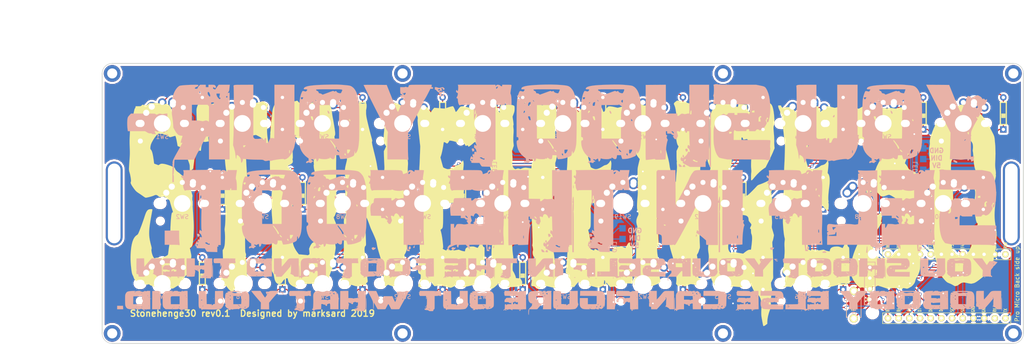
<source format=kicad_pcb>
(kicad_pcb (version 20171130) (host pcbnew "(5.0.0)")
  (title_block (title Stonehenge30) (date 2019-02-03) (rev 0.2) (company marksard))
  (layers (0 F.Cu signal) (31 B.Cu signal) (34 B.Paste user) (35 F.Paste user) (36 B.SilkS user) (37 F.SilkS user hide) (38 B.Mask user) (39 F.Mask user) (44 Edge.Cuts user))
  (net 0 "")
  (net 1 row0)
  (net 2 "Net-(D1-Pad2)")
  (net 3 "Net-(D2-Pad2)")
  (net 4 row1)
  (net 5 row2)
  (net 6 "Net-(D3-Pad2)")
  (net 7 row3)
  (net 8 "Net-(D5-Pad2)")
  (net 9 "Net-(D6-Pad2)")
  (net 10 "Net-(D7-Pad2)")
  (net 11 "Net-(D9-Pad2)")
  (net 12 "Net-(D10-Pad2)")
  (net 13 "Net-(D11-Pad2)")
  (net 14 "Net-(D13-Pad2)")
  (net 15 "Net-(D14-Pad2)")
  (net 16 "Net-(D15-Pad2)")
  (net 17 "Net-(D17-Pad2)")
  (net 18 "Net-(D18-Pad2)")
  (net 19 "Net-(D19-Pad2)")
  (net 20 VCC)
  (net 21 GND)
  (net 22 SCL)
  (net 23 SDA)
  (net 24 LED)
  (net 25 reset)
  (net 26 col0)
  (net 27 col1)
  (net 28 col2)
  (net 29 col3)
  (net 30 col4)
  (net 31 row4)
  (net 32 row5)
  (net 33 "Net-(D25-Pad2)")
  (net 34 "Net-(D26-Pad2)")
  (net 35 "Net-(D27-Pad2)")
  (net 36 "Net-(D29-Pad2)")
  (net 37 "Net-(D30-Pad2)")
  (net 38 "Net-(D4-Pad2)")
  (net 39 "Net-(D8-Pad2)")
  (net 40 "Net-(D12-Pad2)")
  (net 41 "Net-(D16-Pad2)")
  (net 42 "Net-(D20-Pad2)")
  (net 43 "Net-(D21-Pad2)")
  (net 44 "Net-(D22-Pad2)")
  (net 45 "Net-(D23-Pad2)")
  (net 46 "Net-(D24-Pad2)")
  (net 47 "Net-(D28-Pad2)")
  (net 48 "Net-(J3-Pad3)")
  (net 49 "Net-(J3-Pad2)")
  (net 50 "Net-(J3-Pad1)")
  (net 51 col5)
  (module kbd:MX-Alps-Choc-1U-NoLED (layer F.Cu) (at 262.4699 86.2528)
    (fp_text reference SW29 (at 0 3.175) (layer B.SilkS) (effects (justify mirror)))
    (fp_text value SW_PUSH)
    (pad 1 thru_hole oval (at 2.5 -4.5 86.1) (size 2.831378 2.25) (drill 1.47 (offset 0.290689 0)) (layers *.Cu *.Mask) (net 30 col4))
    (pad 1 thru_hole circle (at 2.54 -5.08) (size 2.25 2.25) (drill 1.47) (layers *.Cu *.Mask) (net 30 col4))
    (pad 2 thru_hole oval (at -3.81 -2.54 48.1) (size 4.211556 2.25) (drill 1.47 (offset 0.980778 0)) (layers *.Cu *.Mask) (net 36 "Net-(D29-Pad2)"))
    (pad "" np_thru_hole circle (at 0 0) (size 3.9878 3.9878) (drill 3.9878) (layers *.Cu *.Mask))
    (pad 2 thru_hole circle (at -2.5 -4) (size 2.25 2.25) (drill 1.47) (layers *.Cu *.Mask) (net 36 "Net-(D29-Pad2)"))
    (pad "" np_thru_hole circle (at -5.08 0 48.0996) (size 1.75 1.75) (drill 1.75) (layers *.Cu *.Mask))
    (pad "" np_thru_hole circle (at 5.08 0 48.0996) (size 1.75 1.75) (drill 1.75) (layers *.Cu *.Mask))
    (pad 1 thru_hole circle (at 5 -3.8) (size 2 2) (drill 1.2) (layers *.Cu *.Mask) (net 30 col4))
    (pad 2 thru_hole circle (at 0 -5) (size 2 2) (drill 1.2) (layers *.Cu *.Mask) (net 36 "Net-(D29-Pad2)"))
    (pad "" np_thru_hole circle (at -5.5 0 48.1) (size 1.7 1.7) (drill 1.7) (layers *.Cu *.Mask))
    (pad "" np_thru_hole circle (at 5.5 0 48.1) (size 1.7 1.7) (drill 1.7) (layers *.Cu *.Mask))
    (pad "" np_thru_hole circle (at -5.22 4.2 48.1) (size 1.2 1.2) (drill 1.2) (layers *.Cu *.Mask))
  )
  (module kbd:LEGO_HOLE_2.4 (layer F.Cu) (at 205.31846 74.34625)
    (fp_text reference "" (at 0 -3.2) (layer F.SilkS))
    (fp_text value "")
    (pad "" thru_hole circle (at 0 0) (size 4 4) (drill 2.4) (layers *.Cu *.Mask))
  )
  (module kbd:LEGO_HOLE_2.4 (layer F.Cu) (at 205.31846 136.26031)
    (fp_text reference "" (at 0 -3.2) (layer F.SilkS))
    (fp_text value "")
    (pad "" thru_hole circle (at 0 0) (size 4 4) (drill 2.4) (layers *.Cu *.Mask))
  )
  (module kbd:LEGO_HOLE_2.4 (layer F.Cu) (at 129.11654 136.26031)
    (fp_text reference "" (at 0 -3.2) (layer F.SilkS))
    (fp_text value "")
    (pad "" thru_hole circle (at 0 0) (size 4 4) (drill 2.4) (layers *.Cu *.Mask))
  )
  (module kbd:LEGO_HOLE_2.4 (layer F.Cu) (at 129.11654 74.34625)
    (fp_text reference "" (at 0 -3.2) (layer F.SilkS))
    (fp_text value "")
    (pad "" thru_hole circle (at 0 0) (size 4 4) (drill 2.4) (layers *.Cu *.Mask))
  )
  (module kbd:StripLED_back (layer F.Cu) (at 252.9401 97.279 180)
    (fp_text reference J2)
    (fp_text value Conn_01x03 hide)
    (fp_text user LED (at 1.905 0.635 270) (layer B.SilkS) (effects (justify mirror)))
    (pad 3 smd rect (at 0 0 180) (size 1.524 1.524) (layers B.Cu B.Paste B.Mask) (net 20 VCC))
    (pad 2 smd rect (at 0 2.54 180) (size 1.524 1.524) (layers B.Cu B.Paste B.Mask) (net 24 LED))
    (pad 1 smd rect (at 0 5.08 180) (size 1.524 1.524) (layers B.Cu B.Paste B.Mask) (net 21 GND))
  )
  (module kbd:StripLED_back (layer F.Cu) (at 181.43986 116.319 180)
    (fp_text reference J3)
    (fp_text value Conn_01x03 hide)
    (fp_text user LED (at 1.905 0.635 270) (layer B.SilkS) (effects (justify mirror)))
    (pad 3 smd rect (at 0 0 180) (size 1.524 1.524) (layers B.Cu B.Paste B.Mask) (net 48 "Net-(J3-Pad3)"))
    (pad 2 smd rect (at 0 2.54 180) (size 1.524 1.524) (layers B.Cu B.Paste B.Mask) (net 49 "Net-(J3-Pad2)"))
    (pad 1 smd rect (at 0 5.08 180) (size 1.524 1.524) (layers B.Cu B.Paste B.Mask) (net 50 "Net-(J3-Pad1)"))
  )
  (module kbd:StripLED_back (layer F.Cu) (at 152.92964 97.259 180)
    (fp_text reference J4)
    (fp_text value Conn_01x03 hide)
    (fp_text user LED (at 1.905 0.635 270) (layer B.SilkS) (effects (justify mirror)))
    (pad 3 smd rect (at 0 0 180) (size 1.524 1.524) (layers B.Cu B.Paste B.Mask) (net 48 "Net-(J3-Pad3)"))
    (pad 2 smd rect (at 0 2.54 180) (size 1.524 1.524) (layers B.Cu B.Paste B.Mask) (net 49 "Net-(J3-Pad2)"))
    (pad 1 smd rect (at 0 5.08 180) (size 1.524 1.524) (layers B.Cu B.Paste B.Mask) (net 50 "Net-(J3-Pad1)"))
  )
  (module kbd:MX-Alps-Choc-1U-NoLED (layer F.Cu) (at 243.41942 86.2528)
    (fp_text reference SW27 (at 0 3.175) (layer B.SilkS) (effects (justify mirror)))
    (fp_text value SW_PUSH)
    (pad "" np_thru_hole circle (at -5.22 4.2 48.1) (size 1.2 1.2) (drill 1.2) (layers *.Cu *.Mask))
    (pad "" np_thru_hole circle (at 5.5 0 48.1) (size 1.7 1.7) (drill 1.7) (layers *.Cu *.Mask))
    (pad "" np_thru_hole circle (at -5.5 0 48.1) (size 1.7 1.7) (drill 1.7) (layers *.Cu *.Mask))
    (pad 2 thru_hole circle (at 0 -5) (size 2 2) (drill 1.2) (layers *.Cu *.Mask) (net 35 "Net-(D27-Pad2)"))
    (pad 1 thru_hole circle (at 5 -3.8) (size 2 2) (drill 1.2) (layers *.Cu *.Mask) (net 29 col3))
    (pad "" np_thru_hole circle (at 5.08 0 48.0996) (size 1.75 1.75) (drill 1.75) (layers *.Cu *.Mask))
    (pad "" np_thru_hole circle (at -5.08 0 48.0996) (size 1.75 1.75) (drill 1.75) (layers *.Cu *.Mask))
    (pad 2 thru_hole circle (at -2.5 -4) (size 2.25 2.25) (drill 1.47) (layers *.Cu *.Mask) (net 35 "Net-(D27-Pad2)"))
    (pad "" np_thru_hole circle (at 0 0) (size 3.9878 3.9878) (drill 3.9878) (layers *.Cu *.Mask))
    (pad 2 thru_hole oval (at -3.81 -2.54 48.1) (size 4.211556 2.25) (drill 1.47 (offset 0.980778 0)) (layers *.Cu *.Mask) (net 35 "Net-(D27-Pad2)"))
    (pad 1 thru_hole circle (at 2.54 -5.08) (size 2.25 2.25) (drill 1.47) (layers *.Cu *.Mask) (net 29 col3))
    (pad 1 thru_hole oval (at 2.5 -4.5 86.1) (size 2.831378 2.25) (drill 1.47 (offset 0.290689 0)) (layers *.Cu *.Mask) (net 29 col3))
  )
  (module kbd:MX-Alps-Choc-1U-NoLED (layer F.Cu) (at 219.60632 105.30328)
    (fp_text reference SW25 (at 0 3.175) (layer B.SilkS) (effects (justify mirror)))
    (fp_text value SW_PUSH)
    (pad "" np_thru_hole circle (at -5.22 4.2 48.1) (size 1.2 1.2) (drill 1.2) (layers *.Cu *.Mask))
    (pad "" np_thru_hole circle (at 5.5 0 48.1) (size 1.7 1.7) (drill 1.7) (layers *.Cu *.Mask))
    (pad "" np_thru_hole circle (at -5.5 0 48.1) (size 1.7 1.7) (drill 1.7) (layers *.Cu *.Mask))
    (pad 2 thru_hole circle (at 0 -5) (size 2 2) (drill 1.2) (layers *.Cu *.Mask) (net 33 "Net-(D25-Pad2)"))
    (pad 1 thru_hole circle (at 5 -3.8) (size 2 2) (drill 1.2) (layers *.Cu *.Mask) (net 28 col2))
    (pad "" np_thru_hole circle (at 5.08 0 48.0996) (size 1.75 1.75) (drill 1.75) (layers *.Cu *.Mask))
    (pad "" np_thru_hole circle (at -5.08 0 48.0996) (size 1.75 1.75) (drill 1.75) (layers *.Cu *.Mask))
    (pad 2 thru_hole circle (at -2.5 -4) (size 2.25 2.25) (drill 1.47) (layers *.Cu *.Mask) (net 33 "Net-(D25-Pad2)"))
    (pad "" np_thru_hole circle (at 0 0) (size 3.9878 3.9878) (drill 3.9878) (layers *.Cu *.Mask))
    (pad 2 thru_hole oval (at -3.81 -2.54 48.1) (size 4.211556 2.25) (drill 1.47 (offset 0.980778 0)) (layers *.Cu *.Mask) (net 33 "Net-(D25-Pad2)"))
    (pad 1 thru_hole circle (at 2.54 -5.08) (size 2.25 2.25) (drill 1.47) (layers *.Cu *.Mask) (net 28 col2))
    (pad 1 thru_hole oval (at 2.5 -4.5 86.1) (size 2.831378 2.25) (drill 1.47 (offset 0.290689 0)) (layers *.Cu *.Mask) (net 28 col2))
  )
  (module kbd:MX-Alps-Choc-1U-NoLED (layer F.Cu) (at 224.36894 86.2528)
    (fp_text reference SW24 (at 0 3.175) (layer B.SilkS) (effects (justify mirror)))
    (fp_text value SW_PUSH)
    (pad "" np_thru_hole circle (at -5.22 4.2 48.1) (size 1.2 1.2) (drill 1.2) (layers *.Cu *.Mask))
    (pad "" np_thru_hole circle (at 5.5 0 48.1) (size 1.7 1.7) (drill 1.7) (layers *.Cu *.Mask))
    (pad "" np_thru_hole circle (at -5.5 0 48.1) (size 1.7 1.7) (drill 1.7) (layers *.Cu *.Mask))
    (pad 2 thru_hole circle (at 0 -5) (size 2 2) (drill 1.2) (layers *.Cu *.Mask) (net 46 "Net-(D24-Pad2)"))
    (pad 1 thru_hole circle (at 5 -3.8) (size 2 2) (drill 1.2) (layers *.Cu *.Mask) (net 28 col2))
    (pad "" np_thru_hole circle (at 5.08 0 48.0996) (size 1.75 1.75) (drill 1.75) (layers *.Cu *.Mask))
    (pad "" np_thru_hole circle (at -5.08 0 48.0996) (size 1.75 1.75) (drill 1.75) (layers *.Cu *.Mask))
    (pad 2 thru_hole circle (at -2.5 -4) (size 2.25 2.25) (drill 1.47) (layers *.Cu *.Mask) (net 46 "Net-(D24-Pad2)"))
    (pad "" np_thru_hole circle (at 0 0) (size 3.9878 3.9878) (drill 3.9878) (layers *.Cu *.Mask))
    (pad 2 thru_hole oval (at -3.81 -2.54 48.1) (size 4.211556 2.25) (drill 1.47 (offset 0.980778 0)) (layers *.Cu *.Mask) (net 46 "Net-(D24-Pad2)"))
    (pad 1 thru_hole circle (at 2.54 -5.08) (size 2.25 2.25) (drill 1.47) (layers *.Cu *.Mask) (net 28 col2))
    (pad 1 thru_hole oval (at 2.5 -4.5 86.1) (size 2.831378 2.25) (drill 1.47 (offset 0.290689 0)) (layers *.Cu *.Mask) (net 28 col2))
  )
  (module kbd:LEGO_HOLE_19x3 (layer F.Cu) (at 60.53486 105.304 90)
    (fp_text reference REF** hide)
    (fp_text value HOLE_6mm hide)
    (pad "" thru_hole oval (at 0 0 90) (size 20 4) (drill oval 19 3) (layers *.Cu *.Mask))
  )
  (module kbd:LEGO_HOLE_19x3 (layer F.Cu) (at 273.89486 105.304 90)
    (fp_text reference REF** hide)
    (fp_text value HOLE_6mm hide)
    (pad "" thru_hole oval (at 0 0 90) (size 20 4) (drill oval 19 3) (layers *.Cu *.Mask))
  )
  (module kbd:D3_SMD_front (layer F.Cu) (at 81.49034 83.87149 90)
    (fp_text reference D1 hide)
    (fp_text value D hide)
    (pad 2 thru_hole circle (at 3.81 0 90) (size 1.524 1.524) (drill 0.8128) (layers *.Cu *.Mask) (net 2 "Net-(D1-Pad2)"))
    (pad 1 thru_hole rect (at -3.81 0 90) (size 1.524 1.524) (drill 0.8128) (layers *.Cu *.Mask) (net 1 row0))
    (pad 2 smd rect (at 1.775 0 90) (size 1.3 0.95) (layers F.Cu F.Paste F.Mask) (net 2 "Net-(D1-Pad2)"))
    (pad 1 smd rect (at -1.775 0 90) (size 1.3 0.95) (layers F.Cu F.Paste F.Mask) (net 1 row0))
  )
  (module kbd:D3_SMD_front (layer F.Cu) (at 86.25296 102.92197 90)
    (fp_text reference D2 hide)
    (fp_text value D hide)
    (pad 2 thru_hole circle (at 3.81 0 90) (size 1.524 1.524) (drill 0.8128) (layers *.Cu *.Mask) (net 3 "Net-(D2-Pad2)"))
    (pad 1 thru_hole rect (at -3.81 0 90) (size 1.524 1.524) (drill 0.8128) (layers *.Cu *.Mask) (net 4 row1))
    (pad 2 smd rect (at 1.775 0 90) (size 1.3 0.95) (layers F.Cu F.Paste F.Mask) (net 3 "Net-(D2-Pad2)"))
    (pad 1 smd rect (at -1.775 0 90) (size 1.3 0.95) (layers F.Cu F.Paste F.Mask) (net 4 row1))
  )
  (module kbd:D3_SMD_front (layer F.Cu) (at 81.49034 121.97245 90)
    (fp_text reference D3 hide)
    (fp_text value D hide)
    (pad 2 thru_hole circle (at 3.81 0 90) (size 1.524 1.524) (drill 0.8128) (layers *.Cu *.Mask) (net 6 "Net-(D3-Pad2)"))
    (pad 1 thru_hole rect (at -3.81 0 90) (size 1.524 1.524) (drill 0.8128) (layers *.Cu *.Mask) (net 5 row2))
    (pad 2 smd rect (at 1.775 0 90) (size 1.3 0.95) (layers F.Cu F.Paste F.Mask) (net 6 "Net-(D3-Pad2)"))
    (pad 1 smd rect (at -1.775 0 90) (size 1.3 0.95) (layers F.Cu F.Paste F.Mask) (net 5 row2))
  )
  (module kbd:D3_SMD_front (layer F.Cu) (at 105.30344 102.92197 90)
    (fp_text reference D5 hide)
    (fp_text value D hide)
    (pad 1 smd rect (at -1.775 0 90) (size 1.3 0.95) (layers F.Cu F.Paste F.Mask) (net 4 row1))
    (pad 2 smd rect (at 1.775 0 90) (size 1.3 0.95) (layers F.Cu F.Paste F.Mask) (net 8 "Net-(D5-Pad2)"))
    (pad 1 thru_hole rect (at -3.81 0 90) (size 1.524 1.524) (drill 0.8128) (layers *.Cu *.Mask) (net 4 row1))
    (pad 2 thru_hole circle (at 3.81 0 90) (size 1.524 1.524) (drill 0.8128) (layers *.Cu *.Mask) (net 8 "Net-(D5-Pad2)"))
  )
  (module kbd:D3_SMD_front (layer F.Cu) (at 100.54082 121.97245 90)
    (fp_text reference D6 hide)
    (fp_text value D hide)
    (pad 2 thru_hole circle (at 3.81 0 90) (size 1.524 1.524) (drill 0.8128) (layers *.Cu *.Mask) (net 9 "Net-(D6-Pad2)"))
    (pad 1 thru_hole rect (at -3.81 0 90) (size 1.524 1.524) (drill 0.8128) (layers *.Cu *.Mask) (net 5 row2))
    (pad 2 smd rect (at 1.775 0 90) (size 1.3 0.95) (layers F.Cu F.Paste F.Mask) (net 9 "Net-(D6-Pad2)"))
    (pad 1 smd rect (at -1.775 0 90) (size 1.3 0.95) (layers F.Cu F.Paste F.Mask) (net 5 row2))
  )
  (module kbd:D3_SMD_front (layer F.Cu) (at 119.5913 83.87149 90)
    (fp_text reference D7 hide)
    (fp_text value D hide)
    (pad 1 smd rect (at -1.775 0 90) (size 1.3 0.95) (layers F.Cu F.Paste F.Mask) (net 1 row0))
    (pad 2 smd rect (at 1.775 0 90) (size 1.3 0.95) (layers F.Cu F.Paste F.Mask) (net 10 "Net-(D7-Pad2)"))
    (pad 1 thru_hole rect (at -3.81 0 90) (size 1.524 1.524) (drill 0.8128) (layers *.Cu *.Mask) (net 1 row0))
    (pad 2 thru_hole circle (at 3.81 0 90) (size 1.524 1.524) (drill 0.8128) (layers *.Cu *.Mask) (net 10 "Net-(D7-Pad2)"))
  )
  (module kbd:D3_SMD_front (layer F.Cu) (at 119.5913 121.97245 90)
    (fp_text reference D9 hide)
    (fp_text value D hide)
    (pad 2 thru_hole circle (at 3.81 0 90) (size 1.524 1.524) (drill 0.8128) (layers *.Cu *.Mask) (net 11 "Net-(D9-Pad2)"))
    (pad 1 thru_hole rect (at -3.81 0 90) (size 1.524 1.524) (drill 0.8128) (layers *.Cu *.Mask) (net 5 row2))
    (pad 2 smd rect (at 1.775 0 90) (size 1.3 0.95) (layers F.Cu F.Paste F.Mask) (net 11 "Net-(D9-Pad2)"))
    (pad 1 smd rect (at -1.775 0 90) (size 1.3 0.95) (layers F.Cu F.Paste F.Mask) (net 5 row2))
  )
  (module kbd:D3_SMD_front (layer F.Cu) (at 138.64178 83.87149 90)
    (fp_text reference D10 hide)
    (fp_text value D hide)
    (pad 1 smd rect (at -1.775 0 90) (size 1.3 0.95) (layers F.Cu F.Paste F.Mask) (net 1 row0))
    (pad 2 smd rect (at 1.775 0 90) (size 1.3 0.95) (layers F.Cu F.Paste F.Mask) (net 12 "Net-(D10-Pad2)"))
    (pad 1 thru_hole rect (at -3.81 0 90) (size 1.524 1.524) (drill 0.8128) (layers *.Cu *.Mask) (net 1 row0))
    (pad 2 thru_hole circle (at 3.81 0 90) (size 1.524 1.524) (drill 0.8128) (layers *.Cu *.Mask) (net 12 "Net-(D10-Pad2)"))
  )
  (module kbd:D3_SMD_front (layer F.Cu) (at 143.4044 102.92197 90)
    (fp_text reference D11 hide)
    (fp_text value D hide)
    (pad 2 thru_hole circle (at 3.81 0 90) (size 1.524 1.524) (drill 0.8128) (layers *.Cu *.Mask) (net 13 "Net-(D11-Pad2)"))
    (pad 1 thru_hole rect (at -3.81 0 90) (size 1.524 1.524) (drill 0.8128) (layers *.Cu *.Mask) (net 4 row1))
    (pad 2 smd rect (at 1.775 0 90) (size 1.3 0.95) (layers F.Cu F.Paste F.Mask) (net 13 "Net-(D11-Pad2)"))
    (pad 1 smd rect (at -1.775 0 90) (size 1.3 0.95) (layers F.Cu F.Paste F.Mask) (net 4 row1))
  )
  (module kbd:D3_SMD_front (layer F.Cu) (at 157.69226 83.87149 90)
    (fp_text reference D13 hide)
    (fp_text value D hide)
    (pad 2 thru_hole circle (at 3.81 0 90) (size 1.524 1.524) (drill 0.8128) (layers *.Cu *.Mask) (net 14 "Net-(D13-Pad2)"))
    (pad 1 thru_hole rect (at -3.81 0 90) (size 1.524 1.524) (drill 0.8128) (layers *.Cu *.Mask) (net 1 row0))
    (pad 2 smd rect (at 1.775 0 90) (size 1.3 0.95) (layers F.Cu F.Paste F.Mask) (net 14 "Net-(D13-Pad2)"))
    (pad 1 smd rect (at -1.775 0 90) (size 1.3 0.95) (layers F.Cu F.Paste F.Mask) (net 1 row0))
  )
  (module kbd:D3_SMD_front (layer F.Cu) (at 162.45488 102.92197 90)
    (fp_text reference D14 hide)
    (fp_text value D hide)
    (pad 2 thru_hole circle (at 3.81 0 90) (size 1.524 1.524) (drill 0.8128) (layers *.Cu *.Mask) (net 15 "Net-(D14-Pad2)"))
    (pad 1 thru_hole rect (at -3.81 0 90) (size 1.524 1.524) (drill 0.8128) (layers *.Cu *.Mask) (net 4 row1))
    (pad 2 smd rect (at 1.775 0 90) (size 1.3 0.95) (layers F.Cu F.Paste F.Mask) (net 15 "Net-(D14-Pad2)"))
    (pad 1 smd rect (at -1.775 0 90) (size 1.3 0.95) (layers F.Cu F.Paste F.Mask) (net 4 row1))
  )
  (module kbd:D3_SMD_front (layer F.Cu) (at 157.69226 121.97245 90)
    (fp_text reference D15 hide)
    (fp_text value D hide)
    (pad 2 thru_hole circle (at 3.81 0 90) (size 1.524 1.524) (drill 0.8128) (layers *.Cu *.Mask) (net 16 "Net-(D15-Pad2)"))
    (pad 1 thru_hole rect (at -3.81 0 90) (size 1.524 1.524) (drill 0.8128) (layers *.Cu *.Mask) (net 5 row2))
    (pad 2 smd rect (at 1.775 0 90) (size 1.3 0.95) (layers F.Cu F.Paste F.Mask) (net 16 "Net-(D15-Pad2)"))
    (pad 1 smd rect (at -1.775 0 90) (size 1.3 0.95) (layers F.Cu F.Paste F.Mask) (net 5 row2))
  )
  (module kbd:D3_SMD_front (layer F.Cu) (at 176.74274 121.97245 90)
    (fp_text reference D17 hide)
    (fp_text value D hide)
    (pad 1 smd rect (at -1.775 0 90) (size 1.3 0.95) (layers F.Cu F.Paste F.Mask) (net 4 row1))
    (pad 2 smd rect (at 1.775 0 90) (size 1.3 0.95) (layers F.Cu F.Paste F.Mask) (net 17 "Net-(D17-Pad2)"))
    (pad 1 thru_hole rect (at -3.81 0 90) (size 1.524 1.524) (drill 0.8128) (layers *.Cu *.Mask) (net 4 row1))
    (pad 2 thru_hole circle (at 3.81 0 90) (size 1.524 1.524) (drill 0.8128) (layers *.Cu *.Mask) (net 17 "Net-(D17-Pad2)"))
  )
  (module kbd:D3_SMD_front (layer F.Cu) (at 195.79322 83.87149 90)
    (fp_text reference D18 hide)
    (fp_text value D hide)
    (pad 1 smd rect (at -1.775 0 90) (size 1.3 0.95) (layers F.Cu F.Paste F.Mask) (net 7 row3))
    (pad 2 smd rect (at 1.775 0 90) (size 1.3 0.95) (layers F.Cu F.Paste F.Mask) (net 18 "Net-(D18-Pad2)"))
    (pad 1 thru_hole rect (at -3.81 0 90) (size 1.524 1.524) (drill 0.8128) (layers *.Cu *.Mask) (net 7 row3))
    (pad 2 thru_hole circle (at 3.81 0 90) (size 1.524 1.524) (drill 0.8128) (layers *.Cu *.Mask) (net 18 "Net-(D18-Pad2)"))
  )
  (module kbd:D3_SMD_front (layer F.Cu) (at 191.0306 102.92197 90)
    (fp_text reference D19 hide)
    (fp_text value D hide)
    (pad 1 smd rect (at -1.775 0 90) (size 1.3 0.95) (layers F.Cu F.Paste F.Mask) (net 31 row4))
    (pad 2 smd rect (at 1.775 0 90) (size 1.3 0.95) (layers F.Cu F.Paste F.Mask) (net 19 "Net-(D19-Pad2)"))
    (pad 1 thru_hole rect (at -3.81 0 90) (size 1.524 1.524) (drill 0.8128) (layers *.Cu *.Mask) (net 31 row4))
    (pad 2 thru_hole circle (at 3.81 0 90) (size 1.524 1.524) (drill 0.8128) (layers *.Cu *.Mask) (net 19 "Net-(D19-Pad2)"))
  )
  (module kbd:D3_SMD_front (layer F.Cu) (at 229.13156 102.92197 90)
    (fp_text reference D25 hide)
    (fp_text value D hide)
    (pad 1 smd rect (at -1.775 0 90) (size 1.3 0.95) (layers F.Cu F.Paste F.Mask) (net 31 row4))
    (pad 2 smd rect (at 1.775 0 90) (size 1.3 0.95) (layers F.Cu F.Paste F.Mask) (net 33 "Net-(D25-Pad2)"))
    (pad 1 thru_hole rect (at -3.81 0 90) (size 1.524 1.524) (drill 0.8128) (layers *.Cu *.Mask) (net 31 row4))
    (pad 2 thru_hole circle (at 3.81 0 90) (size 1.524 1.524) (drill 0.8128) (layers *.Cu *.Mask) (net 33 "Net-(D25-Pad2)"))
  )
  (module kbd:D3_SMD_front (layer F.Cu) (at 233.89418 121.97245 90)
    (fp_text reference D26 hide)
    (fp_text value D hide)
    (pad 2 thru_hole circle (at 3.81 0 90) (size 1.524 1.524) (drill 0.8128) (layers *.Cu *.Mask) (net 34 "Net-(D26-Pad2)"))
    (pad 1 thru_hole rect (at -3.81 0 90) (size 1.524 1.524) (drill 0.8128) (layers *.Cu *.Mask) (net 32 row5))
    (pad 2 smd rect (at 1.775 0 90) (size 1.3 0.95) (layers F.Cu F.Paste F.Mask) (net 34 "Net-(D26-Pad2)"))
    (pad 1 smd rect (at -1.775 0 90) (size 1.3 0.95) (layers F.Cu F.Paste F.Mask) (net 32 row5))
  )
  (module kbd:D3_SMD_front (layer F.Cu) (at 252.94466 83.87149 90)
    (fp_text reference D27 hide)
    (fp_text value D hide)
    (pad 1 smd rect (at -1.775 0 90) (size 1.3 0.95) (layers F.Cu F.Paste F.Mask) (net 7 row3))
    (pad 2 smd rect (at 1.775 0 90) (size 1.3 0.95) (layers F.Cu F.Paste F.Mask) (net 35 "Net-(D27-Pad2)"))
    (pad 1 thru_hole rect (at -3.81 0 90) (size 1.524 1.524) (drill 0.8128) (layers *.Cu *.Mask) (net 7 row3))
    (pad 2 thru_hole circle (at 3.81 0 90) (size 1.524 1.524) (drill 0.8128) (layers *.Cu *.Mask) (net 35 "Net-(D27-Pad2)"))
  )
  (module kbd:D3_SMD_front (layer F.Cu) (at 271.99514 83.87149 90)
    (fp_text reference D29 hide)
    (fp_text value D hide)
    (pad 2 thru_hole circle (at 3.81 0 90) (size 1.524 1.524) (drill 0.8128) (layers *.Cu *.Mask) (net 36 "Net-(D29-Pad2)"))
    (pad 1 thru_hole rect (at -3.81 0 90) (size 1.524 1.524) (drill 0.8128) (layers *.Cu *.Mask) (net 7 row3))
    (pad 2 smd rect (at 1.775 0 90) (size 1.3 0.95) (layers F.Cu F.Paste F.Mask) (net 36 "Net-(D29-Pad2)"))
    (pad 1 smd rect (at -1.775 0 90) (size 1.3 0.95) (layers F.Cu F.Paste F.Mask) (net 7 row3))
  )
  (module kbd:D3_SMD_front (layer F.Cu) (at 267.23252 102.92197 90)
    (fp_text reference D30 hide)
    (fp_text value D hide)
    (pad 2 thru_hole circle (at 3.81 0 90) (size 1.524 1.524) (drill 0.8128) (layers *.Cu *.Mask) (net 37 "Net-(D30-Pad2)"))
    (pad 1 thru_hole rect (at -3.81 0 90) (size 1.524 1.524) (drill 0.8128) (layers *.Cu *.Mask) (net 31 row4))
    (pad 2 smd rect (at 1.775 0 90) (size 1.3 0.95) (layers F.Cu F.Paste F.Mask) (net 37 "Net-(D30-Pad2)"))
    (pad 1 smd rect (at -1.775 0 90) (size 1.3 0.95) (layers F.Cu F.Paste F.Mask) (net 31 row4))
  )
  (module kbd:ResetSW (layer F.Cu) (at 236.42986 129.434 270)
    (fp_text reference RSW1 hide)
    (fp_text value RSW (at 0 0 270) (layer F.SilkS))
    (fp_text user Reset (at 0.127 0 270) (layer B.SilkS) (effects (justify mirror)))
    (pad 2 thru_hole circle (at -3.25 0 270) (size 2 2) (drill 1.3) (layers *.Cu *.Mask F.SilkS) (net 21 GND))
    (pad 1 thru_hole circle (at 3.25 0 270) (size 2 2) (drill 1.3) (layers *.Cu *.Mask F.SilkS) (net 25 reset))
  )
  (module kbd:ProMicro_v2_front (layer F.Cu) (at 258.01986 124.989 270)
    (fp_text reference U1 hide)
    (fp_text value ProMicro hide)
    (fp_text user D6 (at 5.6515 3.302 270) (layer F.SilkS) (effects (font (size 0.75 0.5) (thickness 0.125))))
    (fp_text user B1 (at -9.4615 5.842 270) (layer F.SilkS) (effects (font (size 0.75 0.5) (thickness 0.125))))
    (fp_text user D7 (at 5.6515 5.9055 270) (layer F.SilkS) (effects (font (size 0.75 0.5) (thickness 0.125))))
    (fp_text user B3 (at -9.525 8.4455 270) (layer F.SilkS) (effects (font (size 0.75 0.5) (thickness 0.125))))
    (fp_text user E6 (at 5.588 8.4455 270) (layer F.SilkS) (effects (font (size 0.75 0.5) (thickness 0.125))))
    (fp_text user B2 (at -9.525 10.922 270) (layer F.SilkS) (effects (font (size 0.75 0.5) (thickness 0.125))))
    (fp_text user B4 (at 5.6515 10.922 270) (layer F.SilkS) (effects (font (size 0.75 0.5) (thickness 0.125))))
    (fp_text user B5 (at 5.6515 13.5255 270) (layer F.SilkS) (effects (font (size 0.75 0.5) (thickness 0.125))))
    (fp_text user B6 (at -9.525 13.5255 270) (layer F.SilkS) (effects (font (size 0.75 0.5) (thickness 0.125))))
    (fp_text user F4 (at -9.4615 -4.318 270) (layer F.SilkS) (effects (font (size 0.75 0.5) (thickness 0.125))))
    (fp_text user SDA (at 5.461 -4.318 270) (layer F.SilkS) (effects (font (size 0.75 0.5) (thickness 0.125))))
    (fp_text user F5 (at -9.4615 -1.778 270) (layer F.SilkS) (effects (font (size 0.75 0.5) (thickness 0.125))))
    (fp_text user SCL (at 5.461 -1.778 270) (layer F.SilkS) (effects (font (size 0.75 0.5) (thickness 0.125))))
    (fp_text user F6 (at -9.525 0.762 270) (layer F.SilkS) (effects (font (size 0.75 0.5) (thickness 0.125))))
    (fp_text user D4 (at 5.588 0.8255 270) (layer F.SilkS) (effects (font (size 0.75 0.5) (thickness 0.125))))
    (fp_text user F7 (at -9.525 3.3655 270) (layer F.SilkS) (effects (font (size 0.75 0.5) (thickness 0.125))))
    (fp_text user GND (at 5.461 -6.7945 270) (layer F.SilkS) (effects (font (size 0.75 0.5) (thickness 0.125))))
    (fp_text user VCC (at -9.7155 -6.858 270) (layer F.SilkS) (effects (font (size 0.75 0.5) (thickness 0.125))))
    (fp_text user GND (at 5.5245 -9.3345 270) (layer F.SilkS) (effects (font (size 0.75 0.5) (thickness 0.125))))
    (fp_text user RST (at -9.7155 -9.3345 270) (layer F.SilkS) (effects (font (size 0.75 0.5) (thickness 0.125))))
    (fp_text user RX (at 5.715 -11.938 270) (layer F.SilkS) (effects (font (size 0.75 0.5) (thickness 0.125))))
    (fp_text user GND (at -9.7155 -11.938 270) (layer F.SilkS) (effects (font (size 0.75 0.5) (thickness 0.125))))
    (fp_text user TX (at 5.7785 -14.478 270) (layer F.SilkS) (effects (font (size 0.75 0.5) (thickness 0.125))))
    (fp_text user RAW (at -9.7155 -14.478 270) (layer F.SilkS) (effects (font (size 0.75 0.5) (thickness 0.125))))
    (fp_text user "Pro Micro Back side up" (at -0.5 -17.25 270) (layer F.SilkS))
    (pad 24 thru_hole circle (at -7.5636 -14.478 270) (size 1.524 1.524) (drill 0.8128) (layers *.Cu *.Mask F.SilkS))
    (pad 23 thru_hole circle (at -7.5636 -11.938 270) (size 1.524 1.524) (drill 0.8128) (layers *.Cu *.Mask F.SilkS) (net 21 GND))
    (pad 22 thru_hole circle (at -7.5636 -9.398 270) (size 1.524 1.524) (drill 0.8128) (layers *.Cu *.Mask F.SilkS) (net 25 reset))
    (pad 21 thru_hole circle (at -7.5636 -6.858 270) (size 1.524 1.524) (drill 0.8128) (layers *.Cu *.Mask F.SilkS) (net 20 VCC))
    (pad 20 thru_hole circle (at -7.5636 -4.318 270) (size 1.524 1.524) (drill 0.8128) (layers *.Cu *.Mask F.SilkS) (net 1 row0))
    (pad 19 thru_hole circle (at -7.5636 -1.778 270) (size 1.524 1.524) (drill 0.8128) (layers *.Cu *.Mask F.SilkS) (net 4 row1))
    (pad 18 thru_hole circle (at -7.5636 0.762 270) (size 1.524 1.524) (drill 0.8128) (layers *.Cu *.Mask F.SilkS) (net 5 row2))
    (pad 17 thru_hole circle (at -7.5636 3.302 270) (size 1.524 1.524) (drill 0.8128) (layers *.Cu *.Mask F.SilkS) (net 7 row3))
    (pad 16 thru_hole circle (at -7.5636 5.842 270) (size 1.524 1.524) (drill 0.8128) (layers *.Cu *.Mask F.SilkS) (net 31 row4))
    (pad 15 thru_hole circle (at -7.5636 8.382 270) (size 1.524 1.524) (drill 0.8128) (layers *.Cu *.Mask F.SilkS) (net 32 row5))
    (pad 14 thru_hole circle (at -7.5636 10.922 270) (size 1.524 1.524) (drill 0.8128) (layers *.Cu *.Mask F.SilkS))
    (pad 13 thru_hole circle (at -7.5636 13.462 270) (size 1.524 1.524) (drill 0.8128) (layers *.Cu *.Mask F.SilkS))
    (pad 12 thru_hole circle (at 7.6564 13.462 270) (size 1.524 1.524) (drill 0.8128) (layers *.Cu *.Mask F.SilkS) (net 51 col5))
    (pad 11 thru_hole circle (at 7.6564 10.922 270) (size 1.524 1.524) (drill 0.8128) (layers *.Cu *.Mask F.SilkS) (net 30 col4))
    (pad 10 thru_hole circle (at 7.6564 8.382 270) (size 1.524 1.524) (drill 0.8128) (layers *.Cu *.Mask F.SilkS) (net 29 col3))
    (pad 9 thru_hole circle (at 7.6564 5.842 270) (size 1.524 1.524) (drill 0.8128) (layers *.Cu *.Mask F.SilkS) (net 28 col2))
    (pad 8 thru_hole circle (at 7.6564 3.302 270) (size 1.524 1.524) (drill 0.8128) (layers *.Cu *.Mask F.SilkS) (net 27 col1))
    (pad 7 thru_hole circle (at 7.6564 0.762 270) (size 1.524 1.524) (drill 0.8128) (layers *.Cu *.Mask F.SilkS) (net 26 col0))
    (pad 6 thru_hole circle (at 7.6564 -1.778 270) (size 1.524 1.524) (drill 0.8128) (layers *.Cu *.Mask F.SilkS) (net 22 SCL))
    (pad 5 thru_hole circle (at 7.6564 -4.318 270) (size 1.524 1.524) (drill 0.8128) (layers *.Cu *.Mask F.SilkS) (net 23 SDA))
    (pad 4 thru_hole circle (at 7.6564 -6.858 270) (size 1.524 1.524) (drill 0.8128) (layers *.Cu *.Mask F.SilkS) (net 21 GND))
    (pad 3 thru_hole circle (at 7.6564 -9.398 270) (size 1.524 1.524) (drill 0.8128) (layers *.Cu *.Mask F.SilkS) (net 21 GND))
    (pad 2 thru_hole circle (at 7.6564 -11.938 270) (size 1.524 1.524) (drill 0.8128) (layers *.Cu *.Mask F.SilkS))
    (pad 1 thru_hole circle (at 7.6564 -14.478 270) (size 1.524 1.524) (drill 0.8128) (layers *.Cu *.Mask F.SilkS) (net 24 LED))
  )
  (module kbd:MX-Alps-Choc-1U-NoLED (layer F.Cu) (at 71.9651 86.2528)
    (fp_text reference SW1 (at 0 3.175) (layer B.SilkS) (effects (justify mirror)))
    (fp_text value SW_PUSH)
    (pad 1 thru_hole oval (at 2.5 -4.5 86.1) (size 2.831378 2.25) (drill 1.47 (offset 0.290689 0)) (layers *.Cu *.Mask) (net 26 col0))
    (pad 1 thru_hole circle (at 2.54 -5.08) (size 2.25 2.25) (drill 1.47) (layers *.Cu *.Mask) (net 26 col0))
    (pad 2 thru_hole oval (at -3.81 -2.54 48.1) (size 4.211556 2.25) (drill 1.47 (offset 0.980778 0)) (layers *.Cu *.Mask) (net 2 "Net-(D1-Pad2)"))
    (pad "" np_thru_hole circle (at 0 0) (size 3.9878 3.9878) (drill 3.9878) (layers *.Cu *.Mask))
    (pad 2 thru_hole circle (at -2.5 -4) (size 2.25 2.25) (drill 1.47) (layers *.Cu *.Mask) (net 2 "Net-(D1-Pad2)"))
    (pad "" np_thru_hole circle (at -5.08 0 48.0996) (size 1.75 1.75) (drill 1.75) (layers *.Cu *.Mask))
    (pad "" np_thru_hole circle (at 5.08 0 48.0996) (size 1.75 1.75) (drill 1.75) (layers *.Cu *.Mask))
    (pad 1 thru_hole circle (at 5 -3.8) (size 2 2) (drill 1.2) (layers *.Cu *.Mask) (net 26 col0))
    (pad 2 thru_hole circle (at 0 -5) (size 2 2) (drill 1.2) (layers *.Cu *.Mask) (net 2 "Net-(D1-Pad2)"))
    (pad "" np_thru_hole circle (at -5.5 0 48.1) (size 1.7 1.7) (drill 1.7) (layers *.Cu *.Mask))
    (pad "" np_thru_hole circle (at 5.5 0 48.1) (size 1.7 1.7) (drill 1.7) (layers *.Cu *.Mask))
    (pad "" np_thru_hole circle (at -5.22 4.2 48.1) (size 1.2 1.2) (drill 1.2) (layers *.Cu *.Mask))
  )
  (module kbd:MX-Alps-Choc-1U-NoLED (layer F.Cu) (at 76.72772 105.30328)
    (fp_text reference SW2 (at 0 3.175) (layer B.SilkS) (effects (justify mirror)))
    (fp_text value SW_PUSH)
    (pad "" np_thru_hole circle (at -5.22 4.2 48.1) (size 1.2 1.2) (drill 1.2) (layers *.Cu *.Mask))
    (pad "" np_thru_hole circle (at 5.5 0 48.1) (size 1.7 1.7) (drill 1.7) (layers *.Cu *.Mask))
    (pad "" np_thru_hole circle (at -5.5 0 48.1) (size 1.7 1.7) (drill 1.7) (layers *.Cu *.Mask))
    (pad 2 thru_hole circle (at 0 -5) (size 2 2) (drill 1.2) (layers *.Cu *.Mask) (net 3 "Net-(D2-Pad2)"))
    (pad 1 thru_hole circle (at 5 -3.8) (size 2 2) (drill 1.2) (layers *.Cu *.Mask) (net 26 col0))
    (pad "" np_thru_hole circle (at 5.08 0 48.0996) (size 1.75 1.75) (drill 1.75) (layers *.Cu *.Mask))
    (pad "" np_thru_hole circle (at -5.08 0 48.0996) (size 1.75 1.75) (drill 1.75) (layers *.Cu *.Mask))
    (pad 2 thru_hole circle (at -2.5 -4) (size 2.25 2.25) (drill 1.47) (layers *.Cu *.Mask) (net 3 "Net-(D2-Pad2)"))
    (pad "" np_thru_hole circle (at 0 0) (size 3.9878 3.9878) (drill 3.9878) (layers *.Cu *.Mask))
    (pad 2 thru_hole oval (at -3.81 -2.54 48.1) (size 4.211556 2.25) (drill 1.47 (offset 0.980778 0)) (layers *.Cu *.Mask) (net 3 "Net-(D2-Pad2)"))
    (pad 1 thru_hole circle (at 2.54 -5.08) (size 2.25 2.25) (drill 1.47) (layers *.Cu *.Mask) (net 26 col0))
    (pad 1 thru_hole oval (at 2.5 -4.5 86.1) (size 2.831378 2.25) (drill 1.47 (offset 0.290689 0)) (layers *.Cu *.Mask) (net 26 col0))
  )
  (module kbd:MX-Alps-Choc-1U-NoLED (layer F.Cu) (at 71.9651 124.35376)
    (fp_text reference SW3 (at 0 3.175) (layer B.SilkS) (effects (justify mirror)))
    (fp_text value SW_PUSH)
    (pad 1 thru_hole oval (at 2.5 -4.5 86.1) (size 2.831378 2.25) (drill 1.47 (offset 0.290689 0)) (layers *.Cu *.Mask) (net 26 col0))
    (pad 1 thru_hole circle (at 2.54 -5.08) (size 2.25 2.25) (drill 1.47) (layers *.Cu *.Mask) (net 26 col0))
    (pad 2 thru_hole oval (at -3.81 -2.54 48.1) (size 4.211556 2.25) (drill 1.47 (offset 0.980778 0)) (layers *.Cu *.Mask) (net 6 "Net-(D3-Pad2)"))
    (pad "" np_thru_hole circle (at 0 0) (size 3.9878 3.9878) (drill 3.9878) (layers *.Cu *.Mask))
    (pad 2 thru_hole circle (at -2.5 -4) (size 2.25 2.25) (drill 1.47) (layers *.Cu *.Mask) (net 6 "Net-(D3-Pad2)"))
    (pad "" np_thru_hole circle (at -5.08 0 48.0996) (size 1.75 1.75) (drill 1.75) (layers *.Cu *.Mask))
    (pad "" np_thru_hole circle (at 5.08 0 48.0996) (size 1.75 1.75) (drill 1.75) (layers *.Cu *.Mask))
    (pad 1 thru_hole circle (at 5 -3.8) (size 2 2) (drill 1.2) (layers *.Cu *.Mask) (net 26 col0))
    (pad 2 thru_hole circle (at 0 -5) (size 2 2) (drill 1.2) (layers *.Cu *.Mask) (net 6 "Net-(D3-Pad2)"))
    (pad "" np_thru_hole circle (at -5.5 0 48.1) (size 1.7 1.7) (drill 1.7) (layers *.Cu *.Mask))
    (pad "" np_thru_hole circle (at 5.5 0 48.1) (size 1.7 1.7) (drill 1.7) (layers *.Cu *.Mask))
    (pad "" np_thru_hole circle (at -5.22 4.2 48.1) (size 1.2 1.2) (drill 1.2) (layers *.Cu *.Mask))
  )
  (module kbd:MX-Alps-Choc-1U-NoLED (layer F.Cu) (at 95.7782 105.30328)
    (fp_text reference SW5 (at 0 3.175) (layer B.SilkS) (effects (justify mirror)))
    (fp_text value SW_PUSH)
    (pad "" np_thru_hole circle (at -5.22 4.2 48.1) (size 1.2 1.2) (drill 1.2) (layers *.Cu *.Mask))
    (pad "" np_thru_hole circle (at 5.5 0 48.1) (size 1.7 1.7) (drill 1.7) (layers *.Cu *.Mask))
    (pad "" np_thru_hole circle (at -5.5 0 48.1) (size 1.7 1.7) (drill 1.7) (layers *.Cu *.Mask))
    (pad 2 thru_hole circle (at 0 -5) (size 2 2) (drill 1.2) (layers *.Cu *.Mask) (net 8 "Net-(D5-Pad2)"))
    (pad 1 thru_hole circle (at 5 -3.8) (size 2 2) (drill 1.2) (layers *.Cu *.Mask) (net 27 col1))
    (pad "" np_thru_hole circle (at 5.08 0 48.0996) (size 1.75 1.75) (drill 1.75) (layers *.Cu *.Mask))
    (pad "" np_thru_hole circle (at -5.08 0 48.0996) (size 1.75 1.75) (drill 1.75) (layers *.Cu *.Mask))
    (pad 2 thru_hole circle (at -2.5 -4) (size 2.25 2.25) (drill 1.47) (layers *.Cu *.Mask) (net 8 "Net-(D5-Pad2)"))
    (pad "" np_thru_hole circle (at 0 0) (size 3.9878 3.9878) (drill 3.9878) (layers *.Cu *.Mask))
    (pad 2 thru_hole oval (at -3.81 -2.54 48.1) (size 4.211556 2.25) (drill 1.47 (offset 0.980778 0)) (layers *.Cu *.Mask) (net 8 "Net-(D5-Pad2)"))
    (pad 1 thru_hole circle (at 2.54 -5.08) (size 2.25 2.25) (drill 1.47) (layers *.Cu *.Mask) (net 27 col1))
    (pad 1 thru_hole oval (at 2.5 -4.5 86.1) (size 2.831378 2.25) (drill 1.47 (offset 0.290689 0)) (layers *.Cu *.Mask) (net 27 col1))
  )
  (module kbd:MX-Alps-Choc-1U-NoLED (layer F.Cu) (at 91.01558 124.35376)
    (fp_text reference SW6 (at 0 3.175) (layer B.SilkS) (effects (justify mirror)))
    (fp_text value SW_PUSH)
    (pad 1 thru_hole oval (at 2.5 -4.5 86.1) (size 2.831378 2.25) (drill 1.47 (offset 0.290689 0)) (layers *.Cu *.Mask) (net 27 col1))
    (pad 1 thru_hole circle (at 2.54 -5.08) (size 2.25 2.25) (drill 1.47) (layers *.Cu *.Mask) (net 27 col1))
    (pad 2 thru_hole oval (at -3.81 -2.54 48.1) (size 4.211556 2.25) (drill 1.47 (offset 0.980778 0)) (layers *.Cu *.Mask) (net 9 "Net-(D6-Pad2)"))
    (pad "" np_thru_hole circle (at 0 0) (size 3.9878 3.9878) (drill 3.9878) (layers *.Cu *.Mask))
    (pad 2 thru_hole circle (at -2.5 -4) (size 2.25 2.25) (drill 1.47) (layers *.Cu *.Mask) (net 9 "Net-(D6-Pad2)"))
    (pad "" np_thru_hole circle (at -5.08 0 48.0996) (size 1.75 1.75) (drill 1.75) (layers *.Cu *.Mask))
    (pad "" np_thru_hole circle (at 5.08 0 48.0996) (size 1.75 1.75) (drill 1.75) (layers *.Cu *.Mask))
    (pad 1 thru_hole circle (at 5 -3.8) (size 2 2) (drill 1.2) (layers *.Cu *.Mask) (net 27 col1))
    (pad 2 thru_hole circle (at 0 -5) (size 2 2) (drill 1.2) (layers *.Cu *.Mask) (net 9 "Net-(D6-Pad2)"))
    (pad "" np_thru_hole circle (at -5.5 0 48.1) (size 1.7 1.7) (drill 1.7) (layers *.Cu *.Mask))
    (pad "" np_thru_hole circle (at 5.5 0 48.1) (size 1.7 1.7) (drill 1.7) (layers *.Cu *.Mask))
    (pad "" np_thru_hole circle (at -5.22 4.2 48.1) (size 1.2 1.2) (drill 1.2) (layers *.Cu *.Mask))
  )
  (module kbd:MX-Alps-Choc-1U-NoLED (layer F.Cu) (at 110.06606 86.2528)
    (fp_text reference SW7 (at 0 3.175) (layer B.SilkS) (effects (justify mirror)))
    (fp_text value SW_PUSH)
    (pad 1 thru_hole oval (at 2.5 -4.5 86.1) (size 2.831378 2.25) (drill 1.47 (offset 0.290689 0)) (layers *.Cu *.Mask) (net 28 col2))
    (pad 1 thru_hole circle (at 2.54 -5.08) (size 2.25 2.25) (drill 1.47) (layers *.Cu *.Mask) (net 28 col2))
    (pad 2 thru_hole oval (at -3.81 -2.54 48.1) (size 4.211556 2.25) (drill 1.47 (offset 0.980778 0)) (layers *.Cu *.Mask) (net 10 "Net-(D7-Pad2)"))
    (pad "" np_thru_hole circle (at 0 0) (size 3.9878 3.9878) (drill 3.9878) (layers *.Cu *.Mask))
    (pad 2 thru_hole circle (at -2.5 -4) (size 2.25 2.25) (drill 1.47) (layers *.Cu *.Mask) (net 10 "Net-(D7-Pad2)"))
    (pad "" np_thru_hole circle (at -5.08 0 48.0996) (size 1.75 1.75) (drill 1.75) (layers *.Cu *.Mask))
    (pad "" np_thru_hole circle (at 5.08 0 48.0996) (size 1.75 1.75) (drill 1.75) (layers *.Cu *.Mask))
    (pad 1 thru_hole circle (at 5 -3.8) (size 2 2) (drill 1.2) (layers *.Cu *.Mask) (net 28 col2))
    (pad 2 thru_hole circle (at 0 -5) (size 2 2) (drill 1.2) (layers *.Cu *.Mask) (net 10 "Net-(D7-Pad2)"))
    (pad "" np_thru_hole circle (at -5.5 0 48.1) (size 1.7 1.7) (drill 1.7) (layers *.Cu *.Mask))
    (pad "" np_thru_hole circle (at 5.5 0 48.1) (size 1.7 1.7) (drill 1.7) (layers *.Cu *.Mask))
    (pad "" np_thru_hole circle (at -5.22 4.2 48.1) (size 1.2 1.2) (drill 1.2) (layers *.Cu *.Mask))
  )
  (module kbd:MX-Alps-Choc-1U-NoLED (layer F.Cu) (at 110.06606 124.35376)
    (fp_text reference SW9 (at 0 3.175) (layer B.SilkS) (effects (justify mirror)))
    (fp_text value SW_PUSH)
    (pad "" np_thru_hole circle (at -5.22 4.2 48.1) (size 1.2 1.2) (drill 1.2) (layers *.Cu *.Mask))
    (pad "" np_thru_hole circle (at 5.5 0 48.1) (size 1.7 1.7) (drill 1.7) (layers *.Cu *.Mask))
    (pad "" np_thru_hole circle (at -5.5 0 48.1) (size 1.7 1.7) (drill 1.7) (layers *.Cu *.Mask))
    (pad 2 thru_hole circle (at 0 -5) (size 2 2) (drill 1.2) (layers *.Cu *.Mask) (net 11 "Net-(D9-Pad2)"))
    (pad 1 thru_hole circle (at 5 -3.8) (size 2 2) (drill 1.2) (layers *.Cu *.Mask) (net 28 col2))
    (pad "" np_thru_hole circle (at 5.08 0 48.0996) (size 1.75 1.75) (drill 1.75) (layers *.Cu *.Mask))
    (pad "" np_thru_hole circle (at -5.08 0 48.0996) (size 1.75 1.75) (drill 1.75) (layers *.Cu *.Mask))
    (pad 2 thru_hole circle (at -2.5 -4) (size 2.25 2.25) (drill 1.47) (layers *.Cu *.Mask) (net 11 "Net-(D9-Pad2)"))
    (pad "" np_thru_hole circle (at 0 0) (size 3.9878 3.9878) (drill 3.9878) (layers *.Cu *.Mask))
    (pad 2 thru_hole oval (at -3.81 -2.54 48.1) (size 4.211556 2.25) (drill 1.47 (offset 0.980778 0)) (layers *.Cu *.Mask) (net 11 "Net-(D9-Pad2)"))
    (pad 1 thru_hole circle (at 2.54 -5.08) (size 2.25 2.25) (drill 1.47) (layers *.Cu *.Mask) (net 28 col2))
    (pad 1 thru_hole oval (at 2.5 -4.5 86.1) (size 2.831378 2.25) (drill 1.47 (offset 0.290689 0)) (layers *.Cu *.Mask) (net 28 col2))
  )
  (module kbd:MX-Alps-Choc-1U-NoLED (layer F.Cu) (at 129.11654 86.2528)
    (fp_text reference SW10 (at 0 3.175) (layer B.SilkS) (effects (justify mirror)))
    (fp_text value SW_PUSH)
    (pad "" np_thru_hole circle (at -5.22 4.2 48.1) (size 1.2 1.2) (drill 1.2) (layers *.Cu *.Mask))
    (pad "" np_thru_hole circle (at 5.5 0 48.1) (size 1.7 1.7) (drill 1.7) (layers *.Cu *.Mask))
    (pad "" np_thru_hole circle (at -5.5 0 48.1) (size 1.7 1.7) (drill 1.7) (layers *.Cu *.Mask))
    (pad 2 thru_hole circle (at 0 -5) (size 2 2) (drill 1.2) (layers *.Cu *.Mask) (net 12 "Net-(D10-Pad2)"))
    (pad 1 thru_hole circle (at 5 -3.8) (size 2 2) (drill 1.2) (layers *.Cu *.Mask) (net 29 col3))
    (pad "" np_thru_hole circle (at 5.08 0 48.0996) (size 1.75 1.75) (drill 1.75) (layers *.Cu *.Mask))
    (pad "" np_thru_hole circle (at -5.08 0 48.0996) (size 1.75 1.75) (drill 1.75) (layers *.Cu *.Mask))
    (pad 2 thru_hole circle (at -2.5 -4) (size 2.25 2.25) (drill 1.47) (layers *.Cu *.Mask) (net 12 "Net-(D10-Pad2)"))
    (pad "" np_thru_hole circle (at 0 0) (size 3.9878 3.9878) (drill 3.9878) (layers *.Cu *.Mask))
    (pad 2 thru_hole oval (at -3.81 -2.54 48.1) (size 4.211556 2.25) (drill 1.47 (offset 0.980778 0)) (layers *.Cu *.Mask) (net 12 "Net-(D10-Pad2)"))
    (pad 1 thru_hole circle (at 2.54 -5.08) (size 2.25 2.25) (drill 1.47) (layers *.Cu *.Mask) (net 29 col3))
    (pad 1 thru_hole oval (at 2.5 -4.5 86.1) (size 2.831378 2.25) (drill 1.47 (offset 0.290689 0)) (layers *.Cu *.Mask) (net 29 col3))
  )
  (module kbd:MX-Alps-Choc-1U-NoLED (layer F.Cu) (at 133.87916 105.30328)
    (fp_text reference SW11 (at 0 3.175) (layer B.SilkS) (effects (justify mirror)))
    (fp_text value SW_PUSH)
    (pad "" np_thru_hole circle (at -5.22 4.2 48.1) (size 1.2 1.2) (drill 1.2) (layers *.Cu *.Mask))
    (pad "" np_thru_hole circle (at 5.5 0 48.1) (size 1.7 1.7) (drill 1.7) (layers *.Cu *.Mask))
    (pad "" np_thru_hole circle (at -5.5 0 48.1) (size 1.7 1.7) (drill 1.7) (layers *.Cu *.Mask))
    (pad 2 thru_hole circle (at 0 -5) (size 2 2) (drill 1.2) (layers *.Cu *.Mask) (net 13 "Net-(D11-Pad2)"))
    (pad 1 thru_hole circle (at 5 -3.8) (size 2 2) (drill 1.2) (layers *.Cu *.Mask) (net 29 col3))
    (pad "" np_thru_hole circle (at 5.08 0 48.0996) (size 1.75 1.75) (drill 1.75) (layers *.Cu *.Mask))
    (pad "" np_thru_hole circle (at -5.08 0 48.0996) (size 1.75 1.75) (drill 1.75) (layers *.Cu *.Mask))
    (pad 2 thru_hole circle (at -2.5 -4) (size 2.25 2.25) (drill 1.47) (layers *.Cu *.Mask) (net 13 "Net-(D11-Pad2)"))
    (pad "" np_thru_hole circle (at 0 0) (size 3.9878 3.9878) (drill 3.9878) (layers *.Cu *.Mask))
    (pad 2 thru_hole oval (at -3.81 -2.54 48.1) (size 4.211556 2.25) (drill 1.47 (offset 0.980778 0)) (layers *.Cu *.Mask) (net 13 "Net-(D11-Pad2)"))
    (pad 1 thru_hole circle (at 2.54 -5.08) (size 2.25 2.25) (drill 1.47) (layers *.Cu *.Mask) (net 29 col3))
    (pad 1 thru_hole oval (at 2.5 -4.5 86.1) (size 2.831378 2.25) (drill 1.47 (offset 0.290689 0)) (layers *.Cu *.Mask) (net 29 col3))
  )
  (module kbd:MX-Alps-Choc-1U-NoLED (layer F.Cu) (at 148.16702 86.2528)
    (fp_text reference SW13 (at 0 3.175) (layer B.SilkS) (effects (justify mirror)))
    (fp_text value SW_PUSH)
    (pad "" np_thru_hole circle (at -5.22 4.2 48.1) (size 1.2 1.2) (drill 1.2) (layers *.Cu *.Mask))
    (pad "" np_thru_hole circle (at 5.5 0 48.1) (size 1.7 1.7) (drill 1.7) (layers *.Cu *.Mask))
    (pad "" np_thru_hole circle (at -5.5 0 48.1) (size 1.7 1.7) (drill 1.7) (layers *.Cu *.Mask))
    (pad 2 thru_hole circle (at 0 -5) (size 2 2) (drill 1.2) (layers *.Cu *.Mask) (net 14 "Net-(D13-Pad2)"))
    (pad 1 thru_hole circle (at 5 -3.8) (size 2 2) (drill 1.2) (layers *.Cu *.Mask) (net 30 col4))
    (pad "" np_thru_hole circle (at 5.08 0 48.0996) (size 1.75 1.75) (drill 1.75) (layers *.Cu *.Mask))
    (pad "" np_thru_hole circle (at -5.08 0 48.0996) (size 1.75 1.75) (drill 1.75) (layers *.Cu *.Mask))
    (pad 2 thru_hole circle (at -2.5 -4) (size 2.25 2.25) (drill 1.47) (layers *.Cu *.Mask) (net 14 "Net-(D13-Pad2)"))
    (pad "" np_thru_hole circle (at 0 0) (size 3.9878 3.9878) (drill 3.9878) (layers *.Cu *.Mask))
    (pad 2 thru_hole oval (at -3.81 -2.54 48.1) (size 4.211556 2.25) (drill 1.47 (offset 0.980778 0)) (layers *.Cu *.Mask) (net 14 "Net-(D13-Pad2)"))
    (pad 1 thru_hole circle (at 2.54 -5.08) (size 2.25 2.25) (drill 1.47) (layers *.Cu *.Mask) (net 30 col4))
    (pad 1 thru_hole oval (at 2.5 -4.5 86.1) (size 2.831378 2.25) (drill 1.47 (offset 0.290689 0)) (layers *.Cu *.Mask) (net 30 col4))
  )
  (module kbd:MX-Alps-Choc-1U-NoLED (layer F.Cu) (at 152.92964 105.30328)
    (fp_text reference SW14 (at 0 3.175) (layer B.SilkS) (effects (justify mirror)))
    (fp_text value SW_PUSH)
    (pad 1 thru_hole oval (at 2.5 -4.5 86.1) (size 2.831378 2.25) (drill 1.47 (offset 0.290689 0)) (layers *.Cu *.Mask) (net 30 col4))
    (pad 1 thru_hole circle (at 2.54 -5.08) (size 2.25 2.25) (drill 1.47) (layers *.Cu *.Mask) (net 30 col4))
    (pad 2 thru_hole oval (at -3.81 -2.54 48.1) (size 4.211556 2.25) (drill 1.47 (offset 0.980778 0)) (layers *.Cu *.Mask) (net 15 "Net-(D14-Pad2)"))
    (pad "" np_thru_hole circle (at 0 0) (size 3.9878 3.9878) (drill 3.9878) (layers *.Cu *.Mask))
    (pad 2 thru_hole circle (at -2.5 -4) (size 2.25 2.25) (drill 1.47) (layers *.Cu *.Mask) (net 15 "Net-(D14-Pad2)"))
    (pad "" np_thru_hole circle (at -5.08 0 48.0996) (size 1.75 1.75) (drill 1.75) (layers *.Cu *.Mask))
    (pad "" np_thru_hole circle (at 5.08 0 48.0996) (size 1.75 1.75) (drill 1.75) (layers *.Cu *.Mask))
    (pad 1 thru_hole circle (at 5 -3.8) (size 2 2) (drill 1.2) (layers *.Cu *.Mask) (net 30 col4))
    (pad 2 thru_hole circle (at 0 -5) (size 2 2) (drill 1.2) (layers *.Cu *.Mask) (net 15 "Net-(D14-Pad2)"))
    (pad "" np_thru_hole circle (at -5.5 0 48.1) (size 1.7 1.7) (drill 1.7) (layers *.Cu *.Mask))
    (pad "" np_thru_hole circle (at 5.5 0 48.1) (size 1.7 1.7) (drill 1.7) (layers *.Cu *.Mask))
    (pad "" np_thru_hole circle (at -5.22 4.2 48.1) (size 1.2 1.2) (drill 1.2) (layers *.Cu *.Mask))
  )
  (module kbd:MX-Alps-Choc-1U-NoLED (layer F.Cu) (at 148.16702 124.35376)
    (fp_text reference SW15 (at 0 3.175) (layer B.SilkS) (effects (justify mirror)))
    (fp_text value SW_PUSH)
    (pad 1 thru_hole oval (at 2.5 -4.5 86.1) (size 2.831378 2.25) (drill 1.47 (offset 0.290689 0)) (layers *.Cu *.Mask) (net 30 col4))
    (pad 1 thru_hole circle (at 2.54 -5.08) (size 2.25 2.25) (drill 1.47) (layers *.Cu *.Mask) (net 30 col4))
    (pad 2 thru_hole oval (at -3.81 -2.54 48.1) (size 4.211556 2.25) (drill 1.47 (offset 0.980778 0)) (layers *.Cu *.Mask) (net 16 "Net-(D15-Pad2)"))
    (pad "" np_thru_hole circle (at 0 0) (size 3.9878 3.9878) (drill 3.9878) (layers *.Cu *.Mask))
    (pad 2 thru_hole circle (at -2.5 -4) (size 2.25 2.25) (drill 1.47) (layers *.Cu *.Mask) (net 16 "Net-(D15-Pad2)"))
    (pad "" np_thru_hole circle (at -5.08 0 48.0996) (size 1.75 1.75) (drill 1.75) (layers *.Cu *.Mask))
    (pad "" np_thru_hole circle (at 5.08 0 48.0996) (size 1.75 1.75) (drill 1.75) (layers *.Cu *.Mask))
    (pad 1 thru_hole circle (at 5 -3.8) (size 2 2) (drill 1.2) (layers *.Cu *.Mask) (net 30 col4))
    (pad 2 thru_hole circle (at 0 -5) (size 2 2) (drill 1.2) (layers *.Cu *.Mask) (net 16 "Net-(D15-Pad2)"))
    (pad "" np_thru_hole circle (at -5.5 0 48.1) (size 1.7 1.7) (drill 1.7) (layers *.Cu *.Mask))
    (pad "" np_thru_hole circle (at 5.5 0 48.1) (size 1.7 1.7) (drill 1.7) (layers *.Cu *.Mask))
    (pad "" np_thru_hole circle (at -5.22 4.2 48.1) (size 1.2 1.2) (drill 1.2) (layers *.Cu *.Mask))
  )
  (module kbd:MX-Alps-Choc-1U-NoLED (layer F.Cu) (at 167.2175 124.35376)
    (fp_text reference SW17 (at 0 3.175) (layer B.SilkS) (effects (justify mirror)))
    (fp_text value SW_PUSH)
    (pad "" np_thru_hole circle (at -5.22 4.2 48.1) (size 1.2 1.2) (drill 1.2) (layers *.Cu *.Mask))
    (pad "" np_thru_hole circle (at 5.5 0 48.1) (size 1.7 1.7) (drill 1.7) (layers *.Cu *.Mask))
    (pad "" np_thru_hole circle (at -5.5 0 48.1) (size 1.7 1.7) (drill 1.7) (layers *.Cu *.Mask))
    (pad 2 thru_hole circle (at 0 -5) (size 2 2) (drill 1.2) (layers *.Cu *.Mask) (net 17 "Net-(D17-Pad2)"))
    (pad 1 thru_hole circle (at 5 -3.8) (size 2 2) (drill 1.2) (layers *.Cu *.Mask) (net 51 col5))
    (pad "" np_thru_hole circle (at 5.08 0 48.0996) (size 1.75 1.75) (drill 1.75) (layers *.Cu *.Mask))
    (pad "" np_thru_hole circle (at -5.08 0 48.0996) (size 1.75 1.75) (drill 1.75) (layers *.Cu *.Mask))
    (pad 2 thru_hole circle (at -2.5 -4) (size 2.25 2.25) (drill 1.47) (layers *.Cu *.Mask) (net 17 "Net-(D17-Pad2)"))
    (pad "" np_thru_hole circle (at 0 0) (size 3.9878 3.9878) (drill 3.9878) (layers *.Cu *.Mask))
    (pad 2 thru_hole oval (at -3.81 -2.54 48.1) (size 4.211556 2.25) (drill 1.47 (offset 0.980778 0)) (layers *.Cu *.Mask) (net 17 "Net-(D17-Pad2)"))
    (pad 1 thru_hole circle (at 2.54 -5.08) (size 2.25 2.25) (drill 1.47) (layers *.Cu *.Mask) (net 51 col5))
    (pad 1 thru_hole oval (at 2.5 -4.5 86.1) (size 2.831378 2.25) (drill 1.47 (offset 0.290689 0)) (layers *.Cu *.Mask) (net 51 col5))
  )
  (module kbd:MX-Alps-Choc-1U-NoLED (layer F.Cu) (at 186.26798 86.2528)
    (fp_text reference SW18 (at 0 3.175) (layer B.SilkS) (effects (justify mirror)))
    (fp_text value SW_PUSH)
    (pad "" np_thru_hole circle (at -5.22 4.2 48.1) (size 1.2 1.2) (drill 1.2) (layers *.Cu *.Mask))
    (pad "" np_thru_hole circle (at 5.5 0 48.1) (size 1.7 1.7) (drill 1.7) (layers *.Cu *.Mask))
    (pad "" np_thru_hole circle (at -5.5 0 48.1) (size 1.7 1.7) (drill 1.7) (layers *.Cu *.Mask))
    (pad 2 thru_hole circle (at 0 -5) (size 2 2) (drill 1.2) (layers *.Cu *.Mask) (net 18 "Net-(D18-Pad2)"))
    (pad 1 thru_hole circle (at 5 -3.8) (size 2 2) (drill 1.2) (layers *.Cu *.Mask) (net 26 col0))
    (pad "" np_thru_hole circle (at 5.08 0 48.0996) (size 1.75 1.75) (drill 1.75) (layers *.Cu *.Mask))
    (pad "" np_thru_hole circle (at -5.08 0 48.0996) (size 1.75 1.75) (drill 1.75) (layers *.Cu *.Mask))
    (pad 2 thru_hole circle (at -2.5 -4) (size 2.25 2.25) (drill 1.47) (layers *.Cu *.Mask) (net 18 "Net-(D18-Pad2)"))
    (pad "" np_thru_hole circle (at 0 0) (size 3.9878 3.9878) (drill 3.9878) (layers *.Cu *.Mask))
    (pad 2 thru_hole oval (at -3.81 -2.54 48.1) (size 4.211556 2.25) (drill 1.47 (offset 0.980778 0)) (layers *.Cu *.Mask) (net 18 "Net-(D18-Pad2)"))
    (pad 1 thru_hole circle (at 2.54 -5.08) (size 2.25 2.25) (drill 1.47) (layers *.Cu *.Mask) (net 26 col0))
    (pad 1 thru_hole oval (at 2.5 -4.5 86.1) (size 2.831378 2.25) (drill 1.47 (offset 0.290689 0)) (layers *.Cu *.Mask) (net 26 col0))
  )
  (module kbd:MX-Alps-Choc-1U-NoLED (layer F.Cu) (at 181.50536 105.30328)
    (fp_text reference SW19 (at 0 3.175) (layer B.SilkS) (effects (justify mirror)))
    (fp_text value SW_PUSH)
    (pad 1 thru_hole oval (at 2.5 -4.5 86.1) (size 2.831378 2.25) (drill 1.47 (offset 0.290689 0)) (layers *.Cu *.Mask) (net 26 col0))
    (pad 1 thru_hole circle (at 2.54 -5.08) (size 2.25 2.25) (drill 1.47) (layers *.Cu *.Mask) (net 26 col0))
    (pad 2 thru_hole oval (at -3.81 -2.54 48.1) (size 4.211556 2.25) (drill 1.47 (offset 0.980778 0)) (layers *.Cu *.Mask) (net 19 "Net-(D19-Pad2)"))
    (pad "" np_thru_hole circle (at 0 0) (size 3.9878 3.9878) (drill 3.9878) (layers *.Cu *.Mask))
    (pad 2 thru_hole circle (at -2.5 -4) (size 2.25 2.25) (drill 1.47) (layers *.Cu *.Mask) (net 19 "Net-(D19-Pad2)"))
    (pad "" np_thru_hole circle (at -5.08 0 48.0996) (size 1.75 1.75) (drill 1.75) (layers *.Cu *.Mask))
    (pad "" np_thru_hole circle (at 5.08 0 48.0996) (size 1.75 1.75) (drill 1.75) (layers *.Cu *.Mask))
    (pad 1 thru_hole circle (at 5 -3.8) (size 2 2) (drill 1.2) (layers *.Cu *.Mask) (net 26 col0))
    (pad 2 thru_hole circle (at 0 -5) (size 2 2) (drill 1.2) (layers *.Cu *.Mask) (net 19 "Net-(D19-Pad2)"))
    (pad "" np_thru_hole circle (at -5.5 0 48.1) (size 1.7 1.7) (drill 1.7) (layers *.Cu *.Mask))
    (pad "" np_thru_hole circle (at 5.5 0 48.1) (size 1.7 1.7) (drill 1.7) (layers *.Cu *.Mask))
    (pad "" np_thru_hole circle (at -5.22 4.2 48.1) (size 1.2 1.2) (drill 1.2) (layers *.Cu *.Mask))
  )
  (module kbd:MX-Alps-Choc-1U-NoLED (layer F.Cu) (at 224.36894 124.35376)
    (fp_text reference SW26 (at 0 3.175) (layer B.SilkS) (effects (justify mirror)))
    (fp_text value SW_PUSH)
    (pad 1 thru_hole oval (at 2.5 -4.5 86.1) (size 2.831378 2.25) (drill 1.47 (offset 0.290689 0)) (layers *.Cu *.Mask) (net 28 col2))
    (pad 1 thru_hole circle (at 2.54 -5.08) (size 2.25 2.25) (drill 1.47) (layers *.Cu *.Mask) (net 28 col2))
    (pad 2 thru_hole oval (at -3.81 -2.54 48.1) (size 4.211556 2.25) (drill 1.47 (offset 0.980778 0)) (layers *.Cu *.Mask) (net 34 "Net-(D26-Pad2)"))
    (pad "" np_thru_hole circle (at 0 0) (size 3.9878 3.9878) (drill 3.9878) (layers *.Cu *.Mask))
    (pad 2 thru_hole circle (at -2.5 -4) (size 2.25 2.25) (drill 1.47) (layers *.Cu *.Mask) (net 34 "Net-(D26-Pad2)"))
    (pad "" np_thru_hole circle (at -5.08 0 48.0996) (size 1.75 1.75) (drill 1.75) (layers *.Cu *.Mask))
    (pad "" np_thru_hole circle (at 5.08 0 48.0996) (size 1.75 1.75) (drill 1.75) (layers *.Cu *.Mask))
    (pad 1 thru_hole circle (at 5 -3.8) (size 2 2) (drill 1.2) (layers *.Cu *.Mask) (net 28 col2))
    (pad 2 thru_hole circle (at 0 -5) (size 2 2) (drill 1.2) (layers *.Cu *.Mask) (net 34 "Net-(D26-Pad2)"))
    (pad "" np_thru_hole circle (at -5.5 0 48.1) (size 1.7 1.7) (drill 1.7) (layers *.Cu *.Mask))
    (pad "" np_thru_hole circle (at 5.5 0 48.1) (size 1.7 1.7) (drill 1.7) (layers *.Cu *.Mask))
    (pad "" np_thru_hole circle (at -5.22 4.2 48.1) (size 1.2 1.2) (drill 1.2) (layers *.Cu *.Mask))
  )
  (module kbd:MX-Alps-Choc-1U-NoLED (layer F.Cu) (at 257.70728 105.30328)
    (fp_text reference SW30 (at 0 3.175) (layer B.SilkS) (effects (justify mirror)))
    (fp_text value SW_PUSH)
    (pad "" np_thru_hole circle (at -5.22 4.2 48.1) (size 1.2 1.2) (drill 1.2) (layers *.Cu *.Mask))
    (pad "" np_thru_hole circle (at 5.5 0 48.1) (size 1.7 1.7) (drill 1.7) (layers *.Cu *.Mask))
    (pad "" np_thru_hole circle (at -5.5 0 48.1) (size 1.7 1.7) (drill 1.7) (layers *.Cu *.Mask))
    (pad 2 thru_hole circle (at 0 -5) (size 2 2) (drill 1.2) (layers *.Cu *.Mask) (net 37 "Net-(D30-Pad2)"))
    (pad 1 thru_hole circle (at 5 -3.8) (size 2 2) (drill 1.2) (layers *.Cu *.Mask) (net 30 col4))
    (pad "" np_thru_hole circle (at 5.08 0 48.0996) (size 1.75 1.75) (drill 1.75) (layers *.Cu *.Mask))
    (pad "" np_thru_hole circle (at -5.08 0 48.0996) (size 1.75 1.75) (drill 1.75) (layers *.Cu *.Mask))
    (pad 2 thru_hole circle (at -2.5 -4) (size 2.25 2.25) (drill 1.47) (layers *.Cu *.Mask) (net 37 "Net-(D30-Pad2)"))
    (pad "" np_thru_hole circle (at 0 0) (size 3.9878 3.9878) (drill 3.9878) (layers *.Cu *.Mask))
    (pad 2 thru_hole oval (at -3.81 -2.54 48.1) (size 4.211556 2.25) (drill 1.47 (offset 0.980778 0)) (layers *.Cu *.Mask) (net 37 "Net-(D30-Pad2)"))
    (pad 1 thru_hole circle (at 2.54 -5.08) (size 2.25 2.25) (drill 1.47) (layers *.Cu *.Mask) (net 30 col4))
    (pad 1 thru_hole oval (at 2.5 -4.5 86.1) (size 2.831378 2.25) (drill 1.47 (offset 0.290689 0)) (layers *.Cu *.Mask) (net 30 col4))
  )
  (module kbd:MX-Alps-Choc-1U-NoLED (layer F.Cu) (at 91.01558 86.2528)
    (fp_text reference SW4 (at 0 3.175) (layer B.SilkS) (effects (justify mirror)))
    (fp_text value SW_PUSH)
    (pad "" np_thru_hole circle (at -5.22 4.2 48.1) (size 1.2 1.2) (drill 1.2) (layers *.Cu *.Mask))
    (pad "" np_thru_hole circle (at 5.5 0 48.1) (size 1.7 1.7) (drill 1.7) (layers *.Cu *.Mask))
    (pad "" np_thru_hole circle (at -5.5 0 48.1) (size 1.7 1.7) (drill 1.7) (layers *.Cu *.Mask))
    (pad 2 thru_hole circle (at 0 -5) (size 2 2) (drill 1.2) (layers *.Cu *.Mask) (net 38 "Net-(D4-Pad2)"))
    (pad 1 thru_hole circle (at 5 -3.8) (size 2 2) (drill 1.2) (layers *.Cu *.Mask) (net 27 col1))
    (pad "" np_thru_hole circle (at 5.08 0 48.0996) (size 1.75 1.75) (drill 1.75) (layers *.Cu *.Mask))
    (pad "" np_thru_hole circle (at -5.08 0 48.0996) (size 1.75 1.75) (drill 1.75) (layers *.Cu *.Mask))
    (pad 2 thru_hole circle (at -2.5 -4) (size 2.25 2.25) (drill 1.47) (layers *.Cu *.Mask) (net 38 "Net-(D4-Pad2)"))
    (pad "" np_thru_hole circle (at 0 0) (size 3.9878 3.9878) (drill 3.9878) (layers *.Cu *.Mask))
    (pad 2 thru_hole oval (at -3.81 -2.54 48.1) (size 4.211556 2.25) (drill 1.47 (offset 0.980778 0)) (layers *.Cu *.Mask) (net 38 "Net-(D4-Pad2)"))
    (pad 1 thru_hole circle (at 2.54 -5.08) (size 2.25 2.25) (drill 1.47) (layers *.Cu *.Mask) (net 27 col1))
    (pad 1 thru_hole oval (at 2.5 -4.5 86.1) (size 2.831378 2.25) (drill 1.47 (offset 0.290689 0)) (layers *.Cu *.Mask) (net 27 col1))
  )
  (module kbd:MX-Alps-Choc-1U-NoLED (layer F.Cu) (at 114.82868 105.30328)
    (fp_text reference SW8 (at 0 3.175) (layer B.SilkS) (effects (justify mirror)))
    (fp_text value SW_PUSH)
    (pad 1 thru_hole oval (at 2.5 -4.5 86.1) (size 2.831378 2.25) (drill 1.47 (offset 0.290689 0)) (layers *.Cu *.Mask) (net 28 col2))
    (pad 1 thru_hole circle (at 2.54 -5.08) (size 2.25 2.25) (drill 1.47) (layers *.Cu *.Mask) (net 28 col2))
    (pad 2 thru_hole oval (at -3.81 -2.54 48.1) (size 4.211556 2.25) (drill 1.47 (offset 0.980778 0)) (layers *.Cu *.Mask) (net 39 "Net-(D8-Pad2)"))
    (pad "" np_thru_hole circle (at 0 0) (size 3.9878 3.9878) (drill 3.9878) (layers *.Cu *.Mask))
    (pad 2 thru_hole circle (at -2.5 -4) (size 2.25 2.25) (drill 1.47) (layers *.Cu *.Mask) (net 39 "Net-(D8-Pad2)"))
    (pad "" np_thru_hole circle (at -5.08 0 48.0996) (size 1.75 1.75) (drill 1.75) (layers *.Cu *.Mask))
    (pad "" np_thru_hole circle (at 5.08 0 48.0996) (size 1.75 1.75) (drill 1.75) (layers *.Cu *.Mask))
    (pad 1 thru_hole circle (at 5 -3.8) (size 2 2) (drill 1.2) (layers *.Cu *.Mask) (net 28 col2))
    (pad 2 thru_hole circle (at 0 -5) (size 2 2) (drill 1.2) (layers *.Cu *.Mask) (net 39 "Net-(D8-Pad2)"))
    (pad "" np_thru_hole circle (at -5.5 0 48.1) (size 1.7 1.7) (drill 1.7) (layers *.Cu *.Mask))
    (pad "" np_thru_hole circle (at 5.5 0 48.1) (size 1.7 1.7) (drill 1.7) (layers *.Cu *.Mask))
    (pad "" np_thru_hole circle (at -5.22 4.2 48.1) (size 1.2 1.2) (drill 1.2) (layers *.Cu *.Mask))
  )
  (module kbd:MX-Alps-Choc-1U-NoLED (layer F.Cu) (at 129.11654 124.35376)
    (fp_text reference SW12 (at 0 3.175) (layer B.SilkS) (effects (justify mirror)))
    (fp_text value SW_PUSH)
    (pad 1 thru_hole oval (at 2.5 -4.5 86.1) (size 2.831378 2.25) (drill 1.47 (offset 0.290689 0)) (layers *.Cu *.Mask) (net 29 col3))
    (pad 1 thru_hole circle (at 2.54 -5.08) (size 2.25 2.25) (drill 1.47) (layers *.Cu *.Mask) (net 29 col3))
    (pad 2 thru_hole oval (at -3.81 -2.54 48.1) (size 4.211556 2.25) (drill 1.47 (offset 0.980778 0)) (layers *.Cu *.Mask) (net 40 "Net-(D12-Pad2)"))
    (pad "" np_thru_hole circle (at 0 0) (size 3.9878 3.9878) (drill 3.9878) (layers *.Cu *.Mask))
    (pad 2 thru_hole circle (at -2.5 -4) (size 2.25 2.25) (drill 1.47) (layers *.Cu *.Mask) (net 40 "Net-(D12-Pad2)"))
    (pad "" np_thru_hole circle (at -5.08 0 48.0996) (size 1.75 1.75) (drill 1.75) (layers *.Cu *.Mask))
    (pad "" np_thru_hole circle (at 5.08 0 48.0996) (size 1.75 1.75) (drill 1.75) (layers *.Cu *.Mask))
    (pad 1 thru_hole circle (at 5 -3.8) (size 2 2) (drill 1.2) (layers *.Cu *.Mask) (net 29 col3))
    (pad 2 thru_hole circle (at 0 -5) (size 2 2) (drill 1.2) (layers *.Cu *.Mask) (net 40 "Net-(D12-Pad2)"))
    (pad "" np_thru_hole circle (at -5.5 0 48.1) (size 1.7 1.7) (drill 1.7) (layers *.Cu *.Mask))
    (pad "" np_thru_hole circle (at 5.5 0 48.1) (size 1.7 1.7) (drill 1.7) (layers *.Cu *.Mask))
    (pad "" np_thru_hole circle (at -5.22 4.2 48.1) (size 1.2 1.2) (drill 1.2) (layers *.Cu *.Mask))
  )
  (module kbd:MX-Alps-Choc-1U-NoLED (layer F.Cu) (at 167.2175 86.2528)
    (fp_text reference SW16 (at 0 3.175) (layer B.SilkS) (effects (justify mirror)))
    (fp_text value SW_PUSH)
    (pad "" np_thru_hole circle (at -5.22 4.2 48.1) (size 1.2 1.2) (drill 1.2) (layers *.Cu *.Mask))
    (pad "" np_thru_hole circle (at 5.5 0 48.1) (size 1.7 1.7) (drill 1.7) (layers *.Cu *.Mask))
    (pad "" np_thru_hole circle (at -5.5 0 48.1) (size 1.7 1.7) (drill 1.7) (layers *.Cu *.Mask))
    (pad 2 thru_hole circle (at 0 -5) (size 2 2) (drill 1.2) (layers *.Cu *.Mask) (net 41 "Net-(D16-Pad2)"))
    (pad 1 thru_hole circle (at 5 -3.8) (size 2 2) (drill 1.2) (layers *.Cu *.Mask) (net 51 col5))
    (pad "" np_thru_hole circle (at 5.08 0 48.0996) (size 1.75 1.75) (drill 1.75) (layers *.Cu *.Mask))
    (pad "" np_thru_hole circle (at -5.08 0 48.0996) (size 1.75 1.75) (drill 1.75) (layers *.Cu *.Mask))
    (pad 2 thru_hole circle (at -2.5 -4) (size 2.25 2.25) (drill 1.47) (layers *.Cu *.Mask) (net 41 "Net-(D16-Pad2)"))
    (pad "" np_thru_hole circle (at 0 0) (size 3.9878 3.9878) (drill 3.9878) (layers *.Cu *.Mask))
    (pad 2 thru_hole oval (at -3.81 -2.54 48.1) (size 4.211556 2.25) (drill 1.47 (offset 0.980778 0)) (layers *.Cu *.Mask) (net 41 "Net-(D16-Pad2)"))
    (pad 1 thru_hole circle (at 2.54 -5.08) (size 2.25 2.25) (drill 1.47) (layers *.Cu *.Mask) (net 51 col5))
    (pad 1 thru_hole oval (at 2.5 -4.5 86.1) (size 2.831378 2.25) (drill 1.47 (offset 0.290689 0)) (layers *.Cu *.Mask) (net 51 col5))
  )
  (module kbd:MX-Alps-Choc-1U-NoLED (layer F.Cu) (at 186.26798 124.35376)
    (fp_text reference SW20 (at 0 3.175) (layer B.SilkS) (effects (justify mirror)))
    (fp_text value SW_PUSH)
    (pad 1 thru_hole oval (at 2.5 -4.5 86.1) (size 2.831378 2.25) (drill 1.47 (offset 0.290689 0)) (layers *.Cu *.Mask) (net 26 col0))
    (pad 1 thru_hole circle (at 2.54 -5.08) (size 2.25 2.25) (drill 1.47) (layers *.Cu *.Mask) (net 26 col0))
    (pad 2 thru_hole oval (at -3.81 -2.54 48.1) (size 4.211556 2.25) (drill 1.47 (offset 0.980778 0)) (layers *.Cu *.Mask) (net 42 "Net-(D20-Pad2)"))
    (pad "" np_thru_hole circle (at 0 0) (size 3.9878 3.9878) (drill 3.9878) (layers *.Cu *.Mask))
    (pad 2 thru_hole circle (at -2.5 -4) (size 2.25 2.25) (drill 1.47) (layers *.Cu *.Mask) (net 42 "Net-(D20-Pad2)"))
    (pad "" np_thru_hole circle (at -5.08 0 48.0996) (size 1.75 1.75) (drill 1.75) (layers *.Cu *.Mask))
    (pad "" np_thru_hole circle (at 5.08 0 48.0996) (size 1.75 1.75) (drill 1.75) (layers *.Cu *.Mask))
    (pad 1 thru_hole circle (at 5 -3.8) (size 2 2) (drill 1.2) (layers *.Cu *.Mask) (net 26 col0))
    (pad 2 thru_hole circle (at 0 -5) (size 2 2) (drill 1.2) (layers *.Cu *.Mask) (net 42 "Net-(D20-Pad2)"))
    (pad "" np_thru_hole circle (at -5.5 0 48.1) (size 1.7 1.7) (drill 1.7) (layers *.Cu *.Mask))
    (pad "" np_thru_hole circle (at 5.5 0 48.1) (size 1.7 1.7) (drill 1.7) (layers *.Cu *.Mask))
    (pad "" np_thru_hole circle (at -5.22 4.2 48.1) (size 1.2 1.2) (drill 1.2) (layers *.Cu *.Mask))
  )
  (module kbd:MX-Alps-Choc-1U-NoLED (layer F.Cu) (at 205.31846 86.2528)
    (fp_text reference SW21 (at 0 3.175) (layer B.SilkS) (effects (justify mirror)))
    (fp_text value SW_PUSH)
    (pad 1 thru_hole oval (at 2.5 -4.5 86.1) (size 2.831378 2.25) (drill 1.47 (offset 0.290689 0)) (layers *.Cu *.Mask) (net 27 col1))
    (pad 1 thru_hole circle (at 2.54 -5.08) (size 2.25 2.25) (drill 1.47) (layers *.Cu *.Mask) (net 27 col1))
    (pad 2 thru_hole oval (at -3.81 -2.54 48.1) (size 4.211556 2.25) (drill 1.47 (offset 0.980778 0)) (layers *.Cu *.Mask) (net 43 "Net-(D21-Pad2)"))
    (pad "" np_thru_hole circle (at 0 0) (size 3.9878 3.9878) (drill 3.9878) (layers *.Cu *.Mask))
    (pad 2 thru_hole circle (at -2.5 -4) (size 2.25 2.25) (drill 1.47) (layers *.Cu *.Mask) (net 43 "Net-(D21-Pad2)"))
    (pad "" np_thru_hole circle (at -5.08 0 48.0996) (size 1.75 1.75) (drill 1.75) (layers *.Cu *.Mask))
    (pad "" np_thru_hole circle (at 5.08 0 48.0996) (size 1.75 1.75) (drill 1.75) (layers *.Cu *.Mask))
    (pad 1 thru_hole circle (at 5 -3.8) (size 2 2) (drill 1.2) (layers *.Cu *.Mask) (net 27 col1))
    (pad 2 thru_hole circle (at 0 -5) (size 2 2) (drill 1.2) (layers *.Cu *.Mask) (net 43 "Net-(D21-Pad2)"))
    (pad "" np_thru_hole circle (at -5.5 0 48.1) (size 1.7 1.7) (drill 1.7) (layers *.Cu *.Mask))
    (pad "" np_thru_hole circle (at 5.5 0 48.1) (size 1.7 1.7) (drill 1.7) (layers *.Cu *.Mask))
    (pad "" np_thru_hole circle (at -5.22 4.2 48.1) (size 1.2 1.2) (drill 1.2) (layers *.Cu *.Mask))
  )
  (module kbd:MX-Alps-Choc-1U-NoLED (layer F.Cu) (at 200.55584 105.30328)
    (fp_text reference SW22 (at 0 3.175) (layer B.SilkS) (effects (justify mirror)))
    (fp_text value SW_PUSH)
    (pad 1 thru_hole oval (at 2.5 -4.5 86.1) (size 2.831378 2.25) (drill 1.47 (offset 0.290689 0)) (layers *.Cu *.Mask) (net 27 col1))
    (pad 1 thru_hole circle (at 2.54 -5.08) (size 2.25 2.25) (drill 1.47) (layers *.Cu *.Mask) (net 27 col1))
    (pad 2 thru_hole oval (at -3.81 -2.54 48.1) (size 4.211556 2.25) (drill 1.47 (offset 0.980778 0)) (layers *.Cu *.Mask) (net 44 "Net-(D22-Pad2)"))
    (pad "" np_thru_hole circle (at 0 0) (size 3.9878 3.9878) (drill 3.9878) (layers *.Cu *.Mask))
    (pad 2 thru_hole circle (at -2.5 -4) (size 2.25 2.25) (drill 1.47) (layers *.Cu *.Mask) (net 44 "Net-(D22-Pad2)"))
    (pad "" np_thru_hole circle (at -5.08 0 48.0996) (size 1.75 1.75) (drill 1.75) (layers *.Cu *.Mask))
    (pad "" np_thru_hole circle (at 5.08 0 48.0996) (size 1.75 1.75) (drill 1.75) (layers *.Cu *.Mask))
    (pad 1 thru_hole circle (at 5 -3.8) (size 2 2) (drill 1.2) (layers *.Cu *.Mask) (net 27 col1))
    (pad 2 thru_hole circle (at 0 -5) (size 2 2) (drill 1.2) (layers *.Cu *.Mask) (net 44 "Net-(D22-Pad2)"))
    (pad "" np_thru_hole circle (at -5.5 0 48.1) (size 1.7 1.7) (drill 1.7) (layers *.Cu *.Mask))
    (pad "" np_thru_hole circle (at 5.5 0 48.1) (size 1.7 1.7) (drill 1.7) (layers *.Cu *.Mask))
    (pad "" np_thru_hole circle (at -5.22 4.2 48.1) (size 1.2 1.2) (drill 1.2) (layers *.Cu *.Mask))
  )
  (module kbd:MX-Alps-Choc-1U-NoLED (layer F.Cu) (at 205.31846 124.35376)
    (fp_text reference SW23 (at 0 3.175) (layer B.SilkS) (effects (justify mirror)))
    (fp_text value SW_PUSH)
    (pad "" np_thru_hole circle (at -5.22 4.2 48.1) (size 1.2 1.2) (drill 1.2) (layers *.Cu *.Mask))
    (pad "" np_thru_hole circle (at 5.5 0 48.1) (size 1.7 1.7) (drill 1.7) (layers *.Cu *.Mask))
    (pad "" np_thru_hole circle (at -5.5 0 48.1) (size 1.7 1.7) (drill 1.7) (layers *.Cu *.Mask))
    (pad 2 thru_hole circle (at 0 -5) (size 2 2) (drill 1.2) (layers *.Cu *.Mask) (net 45 "Net-(D23-Pad2)"))
    (pad 1 thru_hole circle (at 5 -3.8) (size 2 2) (drill 1.2) (layers *.Cu *.Mask) (net 27 col1))
    (pad "" np_thru_hole circle (at 5.08 0 48.0996) (size 1.75 1.75) (drill 1.75) (layers *.Cu *.Mask))
    (pad "" np_thru_hole circle (at -5.08 0 48.0996) (size 1.75 1.75) (drill 1.75) (layers *.Cu *.Mask))
    (pad 2 thru_hole circle (at -2.5 -4) (size 2.25 2.25) (drill 1.47) (layers *.Cu *.Mask) (net 45 "Net-(D23-Pad2)"))
    (pad "" np_thru_hole circle (at 0 0) (size 3.9878 3.9878) (drill 3.9878) (layers *.Cu *.Mask))
    (pad 2 thru_hole oval (at -3.81 -2.54 48.1) (size 4.211556 2.25) (drill 1.47 (offset 0.980778 0)) (layers *.Cu *.Mask) (net 45 "Net-(D23-Pad2)"))
    (pad 1 thru_hole circle (at 2.54 -5.08) (size 2.25 2.25) (drill 1.47) (layers *.Cu *.Mask) (net 27 col1))
    (pad 1 thru_hole oval (at 2.5 -4.5 86.1) (size 2.831378 2.25) (drill 1.47 (offset 0.290689 0)) (layers *.Cu *.Mask) (net 27 col1))
  )
  (module kbd:MX-Alps-Choc-1U-NoLED (layer F.Cu) (at 238.6568 105.30328)
    (fp_text reference SW28 (at 0 3.175) (layer B.SilkS) (effects (justify mirror)))
    (fp_text value SW_PUSH)
    (pad "" np_thru_hole circle (at -5.22 4.2 48.1) (size 1.2 1.2) (drill 1.2) (layers *.Cu *.Mask))
    (pad "" np_thru_hole circle (at 5.5 0 48.1) (size 1.7 1.7) (drill 1.7) (layers *.Cu *.Mask))
    (pad "" np_thru_hole circle (at -5.5 0 48.1) (size 1.7 1.7) (drill 1.7) (layers *.Cu *.Mask))
    (pad 2 thru_hole circle (at 0 -5) (size 2 2) (drill 1.2) (layers *.Cu *.Mask) (net 47 "Net-(D28-Pad2)"))
    (pad 1 thru_hole circle (at 5 -3.8) (size 2 2) (drill 1.2) (layers *.Cu *.Mask) (net 29 col3))
    (pad "" np_thru_hole circle (at 5.08 0 48.0996) (size 1.75 1.75) (drill 1.75) (layers *.Cu *.Mask))
    (pad "" np_thru_hole circle (at -5.08 0 48.0996) (size 1.75 1.75) (drill 1.75) (layers *.Cu *.Mask))
    (pad 2 thru_hole circle (at -2.5 -4) (size 2.25 2.25) (drill 1.47) (layers *.Cu *.Mask) (net 47 "Net-(D28-Pad2)"))
    (pad "" np_thru_hole circle (at 0 0) (size 3.9878 3.9878) (drill 3.9878) (layers *.Cu *.Mask))
    (pad 2 thru_hole oval (at -3.81 -2.54 48.1) (size 4.211556 2.25) (drill 1.47 (offset 0.980778 0)) (layers *.Cu *.Mask) (net 47 "Net-(D28-Pad2)"))
    (pad 1 thru_hole circle (at 2.54 -5.08) (size 2.25 2.25) (drill 1.47) (layers *.Cu *.Mask) (net 29 col3))
    (pad 1 thru_hole oval (at 2.5 -4.5 86.1) (size 2.831378 2.25) (drill 1.47 (offset 0.290689 0)) (layers *.Cu *.Mask) (net 29 col3))
  )
  (module kbd:D3_SMD_front (layer F.Cu) (at 100.54082 83.87149 90)
    (fp_text reference D4 hide)
    (fp_text value D hide)
    (pad 1 smd rect (at -1.775 0 90) (size 1.3 0.95) (layers F.Cu F.Paste F.Mask) (net 1 row0))
    (pad 2 smd rect (at 1.775 0 90) (size 1.3 0.95) (layers F.Cu F.Paste F.Mask) (net 38 "Net-(D4-Pad2)"))
    (pad 1 thru_hole rect (at -3.81 0 90) (size 1.524 1.524) (drill 0.8128) (layers *.Cu *.Mask) (net 1 row0))
    (pad 2 thru_hole circle (at 3.81 0 90) (size 1.524 1.524) (drill 0.8128) (layers *.Cu *.Mask) (net 38 "Net-(D4-Pad2)"))
  )
  (module kbd:D3_SMD_front (layer F.Cu) (at 124.35392 102.92197 90)
    (fp_text reference D8 hide)
    (fp_text value D hide)
    (pad 2 thru_hole circle (at 3.81 0 90) (size 1.524 1.524) (drill 0.8128) (layers *.Cu *.Mask) (net 39 "Net-(D8-Pad2)"))
    (pad 1 thru_hole rect (at -3.81 0 90) (size 1.524 1.524) (drill 0.8128) (layers *.Cu *.Mask) (net 4 row1))
    (pad 2 smd rect (at 1.775 0 90) (size 1.3 0.95) (layers F.Cu F.Paste F.Mask) (net 39 "Net-(D8-Pad2)"))
    (pad 1 smd rect (at -1.775 0 90) (size 1.3 0.95) (layers F.Cu F.Paste F.Mask) (net 4 row1))
  )
  (module kbd:D3_SMD_front (layer F.Cu) (at 138.64178 121.97245 90)
    (fp_text reference D12 hide)
    (fp_text value D hide)
    (pad 1 smd rect (at -1.775 0 90) (size 1.3 0.95) (layers F.Cu F.Paste F.Mask) (net 5 row2))
    (pad 2 smd rect (at 1.775 0 90) (size 1.3 0.95) (layers F.Cu F.Paste F.Mask) (net 40 "Net-(D12-Pad2)"))
    (pad 1 thru_hole rect (at -3.81 0 90) (size 1.524 1.524) (drill 0.8128) (layers *.Cu *.Mask) (net 5 row2))
    (pad 2 thru_hole circle (at 3.81 0 90) (size 1.524 1.524) (drill 0.8128) (layers *.Cu *.Mask) (net 40 "Net-(D12-Pad2)"))
  )
  (module kbd:D3_SMD_front (layer F.Cu) (at 176.74274 83.87149 90)
    (fp_text reference D16 hide)
    (fp_text value D hide)
    (pad 1 smd rect (at -1.775 0 90) (size 1.3 0.95) (layers F.Cu F.Paste F.Mask) (net 1 row0))
    (pad 2 smd rect (at 1.775 0 90) (size 1.3 0.95) (layers F.Cu F.Paste F.Mask) (net 41 "Net-(D16-Pad2)"))
    (pad 1 thru_hole rect (at -3.81 0 90) (size 1.524 1.524) (drill 0.8128) (layers *.Cu *.Mask) (net 1 row0))
    (pad 2 thru_hole circle (at 3.81 0 90) (size 1.524 1.524) (drill 0.8128) (layers *.Cu *.Mask) (net 41 "Net-(D16-Pad2)"))
  )
  (module kbd:D3_SMD_front (layer F.Cu) (at 195.79322 121.97245 90)
    (fp_text reference D20 hide)
    (fp_text value D hide)
    (pad 1 smd rect (at -1.775 0 90) (size 1.3 0.95) (layers F.Cu F.Paste F.Mask) (net 32 row5))
    (pad 2 smd rect (at 1.775 0 90) (size 1.3 0.95) (layers F.Cu F.Paste F.Mask) (net 42 "Net-(D20-Pad2)"))
    (pad 1 thru_hole rect (at -3.81 0 90) (size 1.524 1.524) (drill 0.8128) (layers *.Cu *.Mask) (net 32 row5))
    (pad 2 thru_hole circle (at 3.81 0 90) (size 1.524 1.524) (drill 0.8128) (layers *.Cu *.Mask) (net 42 "Net-(D20-Pad2)"))
  )
  (module kbd:D3_SMD_front (layer F.Cu) (at 214.8437 83.87149 90)
    (fp_text reference D21 hide)
    (fp_text value D hide)
    (pad 2 thru_hole circle (at 3.81 0 90) (size 1.524 1.524) (drill 0.8128) (layers *.Cu *.Mask) (net 43 "Net-(D21-Pad2)"))
    (pad 1 thru_hole rect (at -3.81 0 90) (size 1.524 1.524) (drill 0.8128) (layers *.Cu *.Mask) (net 7 row3))
    (pad 2 smd rect (at 1.775 0 90) (size 1.3 0.95) (layers F.Cu F.Paste F.Mask) (net 43 "Net-(D21-Pad2)"))
    (pad 1 smd rect (at -1.775 0 90) (size 1.3 0.95) (layers F.Cu F.Paste F.Mask) (net 7 row3))
  )
  (module kbd:D3_SMD_front (layer F.Cu) (at 210.08108 102.92197 90)
    (fp_text reference D22 hide)
    (fp_text value D hide)
    (pad 2 thru_hole circle (at 3.81 0 90) (size 1.524 1.524) (drill 0.8128) (layers *.Cu *.Mask) (net 44 "Net-(D22-Pad2)"))
    (pad 1 thru_hole rect (at -3.81 0 90) (size 1.524 1.524) (drill 0.8128) (layers *.Cu *.Mask) (net 31 row4))
    (pad 2 smd rect (at 1.775 0 90) (size 1.3 0.95) (layers F.Cu F.Paste F.Mask) (net 44 "Net-(D22-Pad2)"))
    (pad 1 smd rect (at -1.775 0 90) (size 1.3 0.95) (layers F.Cu F.Paste F.Mask) (net 31 row4))
  )
  (module kbd:D3_SMD_front (layer F.Cu) (at 214.8437 121.97245 90)
    (fp_text reference D23 hide)
    (fp_text value D hide)
    (pad 2 thru_hole circle (at 3.81 0 90) (size 1.524 1.524) (drill 0.8128) (layers *.Cu *.Mask) (net 45 "Net-(D23-Pad2)"))
    (pad 1 thru_hole rect (at -3.81 0 90) (size 1.524 1.524) (drill 0.8128) (layers *.Cu *.Mask) (net 32 row5))
    (pad 2 smd rect (at 1.775 0 90) (size 1.3 0.95) (layers F.Cu F.Paste F.Mask) (net 45 "Net-(D23-Pad2)"))
    (pad 1 smd rect (at -1.775 0 90) (size 1.3 0.95) (layers F.Cu F.Paste F.Mask) (net 32 row5))
  )
  (module kbd:D3_SMD_front (layer F.Cu) (at 233.89418 83.87149 90)
    (fp_text reference D24 hide)
    (fp_text value D hide)
    (pad 1 smd rect (at -1.775 0 90) (size 1.3 0.95) (layers F.Cu F.Paste F.Mask) (net 7 row3))
    (pad 2 smd rect (at 1.775 0 90) (size 1.3 0.95) (layers F.Cu F.Paste F.Mask) (net 46 "Net-(D24-Pad2)"))
    (pad 1 thru_hole rect (at -3.81 0 90) (size 1.524 1.524) (drill 0.8128) (layers *.Cu *.Mask) (net 7 row3))
    (pad 2 thru_hole circle (at 3.81 0 90) (size 1.524 1.524) (drill 0.8128) (layers *.Cu *.Mask) (net 46 "Net-(D24-Pad2)"))
  )
  (module kbd:D3_SMD_front (layer F.Cu) (at 248.18204 102.92197 90)
    (fp_text reference D28 hide)
    (fp_text value D hide)
    (pad 1 smd rect (at -1.775 0 90) (size 1.3 0.95) (layers F.Cu F.Paste F.Mask) (net 31 row4))
    (pad 2 smd rect (at 1.775 0 90) (size 1.3 0.95) (layers F.Cu F.Paste F.Mask) (net 47 "Net-(D28-Pad2)"))
    (pad 1 thru_hole rect (at -3.81 0 90) (size 1.524 1.524) (drill 0.8128) (layers *.Cu *.Mask) (net 31 row4))
    (pad 2 thru_hole circle (at 3.81 0 90) (size 1.524 1.524) (drill 0.8128) (layers *.Cu *.Mask) (net 47 "Net-(D28-Pad2)"))
  )
  (module kbd:OLED (layer F.Cu) (at 240.2401 128.16376 90)
    (fp_text reference J1 (at 3.7 -2 -90) (layer F.SilkS) (effects (font (size 0.8128 0.8128))))
    (fp_text value OLED hide)
    (pad 1 thru_hole circle (at 0 0 90) (size 1.397 1.397) (drill 0.8128) (layers *.Cu *.Mask F.SilkS) (net 21 GND))
    (pad 2 thru_hole circle (at 2.54 0 90) (size 1.397 1.397) (drill 0.8128) (layers *.Cu *.Mask F.SilkS) (net 20 VCC))
    (pad 3 thru_hole circle (at 5.08 0 90) (size 1.397 1.397) (drill 0.8128) (layers *.Cu *.Mask F.SilkS) (net 22 SCL))
    (pad 4 thru_hole circle (at 7.62 0 90) (size 1.397 1.397) (drill 0.8128) (layers *.Cu *.Mask F.SilkS) (net 23 SDA))
  )
  (module kbd:LEGO_HOLE_2.4 (layer F.Cu) (at 60.05855 74.34625)
    (fp_text reference "" (at 0 -3.2) (layer F.SilkS))
    (fp_text value "")
    (pad "" thru_hole circle (at 0 0) (size 4 4) (drill 2.4) (layers *.Cu *.Mask))
  )
  (module kbd:LEGO_HOLE_2.4 (layer F.Cu) (at 60.05855 136.26031)
    (fp_text reference "" (at 0 -3.2) (layer F.SilkS))
    (fp_text value "")
    (pad "" thru_hole circle (at 0 0) (size 4 4) (drill 2.4) (layers *.Cu *.Mask))
  )
  (module kbd:LEGO_HOLE_2.4 (layer F.Cu) (at 274.37645 74.34625)
    (fp_text reference "" (at 0 -3.2) (layer F.SilkS))
    (fp_text value "")
    (pad "" thru_hole circle (at 0 0) (size 4 4) (drill 2.4) (layers *.Cu *.Mask))
  )
  (module kbd:LEGO_HOLE_2.4 (layer F.Cu) (at 274.37645 136.26031)
    (fp_text reference "" (at 0 -3.2) (layer F.SilkS))
    (fp_text value "")
    (pad "" thru_hole circle (at 0 0) (size 4 4) (drill 2.4) (layers *.Cu *.Mask))
  )
  (module kbd:LEGO_HOLE2 (layer F.Cu) (at 240.87486 131.339)
    (fp_text reference "" (at 0 -3.2) (layer F.SilkS))
    (fp_text value "")
    (pad "" np_thru_hole circle (at 0 0) (size 2.2 2.2) (drill 2.2) (layers *.Cu *.Mask))
  )
  (module kbd:LEGO_HOLE2 (layer F.Cu) (at 240.87486 117.369)
    (fp_text reference "" (at 0 -3.2) (layer F.SilkS))
    (fp_text value "")
    (pad "" np_thru_hole circle (at 0 0) (size 2.2 2.2) (drill 2.2) (layers *.Cu *.Mask))
  )
  (module kbd:Stonehenge30_logo1 (layer F.Cu) (at 167.21774 107.68435)
    (fp_text reference G*** hide)
    (fp_text value LOGO hide)
  )
  (module kbd:Stonehenge30_logo2_back (layer F.Cu) (at 167.21774 110.06566)
    (fp_text reference G*** hide)
    (fp_text value LOGO hide)
  )
  (gr_text "GND\nDIN\n5V" (at 184.3601 113.55876) (layer B.SilkS) (effects (font (size 1.1 1.1) (thickness 0.25)) (justify mirror)))
  (gr_text "GND\nDIN\n5V" (at 256.1151 94.50876) (layer B.SilkS) (effects (font (size 1.1 1.1) (thickness 0.25)) (justify mirror)))
  (gr_text "Stonehenge30 rev0.1  Designed by marksard 2019" (at 93.39713 131.49745) (layer F.SilkS) (effects (font (size 1.5 1.5) (thickness 0.3))))
  (gr_arc (start 60.05855 136.26031) (end 57.67724 136.26031) (angle -90) (layer Edge.Cuts) (width 0.15))
  (gr_arc (start 274.37645 136.26031) (end 274.37645 138.64162) (angle -90) (layer Edge.Cuts) (width 0.15))
  (gr_arc (start 60.05855 74.34625) (end 60.05855 71.96494) (angle -90) (layer Edge.Cuts) (width 0.15))
  (gr_arc (start 274.37645 74.34625) (end 276.75776 74.34625) (angle -90) (layer Edge.Cuts) (width 0.15))
  (gr_line (start 274.37645 71.96494) (end 60.05855 71.96494) (layer Edge.Cuts) (width 0.2))
  (gr_line (start 276.75776 136.26031) (end 276.75776 74.34625) (layer Edge.Cuts) (width 0.2))
  (gr_line (start 60.05855 138.64162) (end 274.37645 138.64162) (layer Edge.Cuts) (width 0.2))
  (gr_line (start 57.67724 74.34625) (end 57.67724 136.26031) (layer Edge.Cuts) (width 0.2))
  (segment (start 139.65378 87.68149) (end 140.76629 88.794) (width 0.25) (layer F.Cu) (net 1))
  (segment (start 138.64178 87.68149) (end 139.65378 87.68149) (width 0.25) (layer F.Cu) (net 1))
  (segment (start 140.76629 88.794) (end 155.56775 88.794) (width 0.25) (layer F.Cu) (net 1))
  (segment (start 155.56775 88.794) (end 156.68026 87.68149) (width 0.25) (layer F.Cu) (net 1))
  (segment (start 156.68026 87.68149) (end 157.69226 87.68149) (width 0.25) (layer F.Cu) (net 1))
  (segment (start 120.6033 87.68149) (end 121.71581 88.794) (width 0.25) (layer F.Cu) (net 1))
  (segment (start 119.5913 87.68149) (end 120.6033 87.68149) (width 0.25) (layer F.Cu) (net 1))
  (segment (start 121.71581 88.794) (end 136.51727 88.794) (width 0.25) (layer F.Cu) (net 1))
  (segment (start 136.51727 88.794) (end 137.62978 87.68149) (width 0.25) (layer F.Cu) (net 1))
  (segment (start 137.62978 87.68149) (end 138.64178 87.68149) (width 0.25) (layer F.Cu) (net 1))
  (segment (start 101.55282 87.68149) (end 102.66533 88.794) (width 0.25) (layer F.Cu) (net 1))
  (segment (start 100.54082 87.68149) (end 101.55282 87.68149) (width 0.25) (layer F.Cu) (net 1))
  (segment (start 102.66533 88.794) (end 117.46679 88.794) (width 0.25) (layer F.Cu) (net 1))
  (segment (start 117.46679 88.794) (end 118.5793 87.68149) (width 0.25) (layer F.Cu) (net 1))
  (segment (start 118.5793 87.68149) (end 119.5913 87.68149) (width 0.25) (layer F.Cu) (net 1))
  (segment (start 82.50234 87.68149) (end 83.61485 88.794) (width 0.25) (layer F.Cu) (net 1))
  (segment (start 81.49034 87.68149) (end 82.50234 87.68149) (width 0.25) (layer F.Cu) (net 1))
  (segment (start 83.61485 88.794) (end 98.41631 88.794) (width 0.25) (layer F.Cu) (net 1))
  (segment (start 98.41631 88.794) (end 99.52882 87.68149) (width 0.25) (layer F.Cu) (net 1))
  (segment (start 99.52882 87.68149) (end 100.54082 87.68149) (width 0.25) (layer F.Cu) (net 1))
  (segment (start 157.69226 87.68149) (end 157.69226 85.64649) (width 0.25) (layer F.Cu) (net 1))
  (segment (start 138.64178 87.68149) (end 138.64178 85.64649) (width 0.25) (layer F.Cu) (net 1))
  (segment (start 119.5913 87.68149) (end 119.5913 85.64649) (width 0.25) (layer F.Cu) (net 1))
  (segment (start 81.49034 87.68149) (end 81.49034 85.64649) (width 0.25) (layer F.Cu) (net 1))
  (segment (start 100.54082 87.68149) (end 100.54082 85.64649) (width 0.25) (layer F.Cu) (net 1))
  (segment (start 176.74274 87.68149) (end 176.74274 85.64649) (width 0.25) (layer F.Cu) (net 1))
  (segment (start 158.70426 87.68149) (end 157.69226 87.68149) (width 0.25) (layer F.Cu) (net 1))
  (segment (start 159.81653 88.79376) (end 158.70426 87.68149) (width 0.25) (layer F.Cu) (net 1))
  (segment (start 174.61847 88.79376) (end 159.81653 88.79376) (width 0.25) (layer F.Cu) (net 1))
  (segment (start 176.74274 87.68149) (end 175.73074 87.68149) (width 0.25) (layer F.Cu) (net 1))
  (segment (start 175.73074 87.68149) (end 174.61847 88.79376) (width 0.25) (layer F.Cu) (net 1))
  (via (at 189.4401 90.06376) (size 0.6) (drill 0.4) (layers F.Cu B.Cu) (net 1))
  (segment (start 188.1701 88.79376) (end 189.4401 90.06376) (width 0.25) (layer F.Cu) (net 1))
  (segment (start 178.86701 88.79376) (end 188.1701 88.79376) (width 0.25) (layer F.Cu) (net 1))
  (segment (start 176.74274 87.68149) (end 177.75474 87.68149) (width 0.25) (layer F.Cu) (net 1))
  (segment (start 177.75474 87.68149) (end 178.86701 88.79376) (width 0.25) (layer F.Cu) (net 1))
  (via (at 190.075104 115.46376) (size 0.6) (drill 0.4) (layers F.Cu B.Cu) (net 1))
  (segment (start 189.4401 114.828756) (end 190.075104 115.46376) (width 0.25) (layer B.Cu) (net 1))
  (segment (start 189.4401 90.06376) (end 189.4401 114.828756) (width 0.25) (layer B.Cu) (net 1))
  (segment (start 203.4101 115.46376) (end 190.075104 115.46376) (width 0.25) (layer F.Cu) (net 1))
  (segment (start 205.3151 113.55876) (end 203.4101 115.46376) (width 0.25) (layer F.Cu) (net 1))
  (segment (start 262.33786 117.4254) (end 258.47122 113.55876) (width 0.25) (layer F.Cu) (net 1))
  (segment (start 258.47122 113.55876) (end 205.3151 113.55876) (width 0.25) (layer F.Cu) (net 1))
  (segment (start 71.9651 81.2528) (end 73.918409 79.299491) (width 0.25) (layer F.Cu) (net 2))
  (segment (start 73.918409 79.299491) (end 80.728341 79.299491) (width 0.25) (layer F.Cu) (net 2))
  (segment (start 80.728341 79.299491) (end 81.49034 80.06149) (width 0.25) (layer F.Cu) (net 2))
  (segment (start 68.1551 83.7128) (end 69.5051 83.7128) (width 0.25) (layer F.Cu) (net 2))
  (segment (start 69.5051 83.7128) (end 71.9651 81.2528) (width 0.25) (layer F.Cu) (net 2))
  (segment (start 68.1551 83.7128) (end 68.1551 83.5628) (width 0.25) (layer F.Cu) (net 2))
  (segment (start 68.1551 83.5628) (end 69.4651 82.2528) (width 0.25) (layer F.Cu) (net 2))
  (segment (start 81.49034 80.06149) (end 81.49034 82.09649) (width 0.25) (layer F.Cu) (net 2))
  (segment (start 86.25296 99.11197) (end 86.25296 101.14697) (width 0.25) (layer F.Cu) (net 3))
  (segment (start 76.72772 100.30328) (end 78.681029 98.349971) (width 0.25) (layer F.Cu) (net 3))
  (segment (start 78.681029 98.349971) (end 85.490961 98.349971) (width 0.25) (layer F.Cu) (net 3))
  (segment (start 85.490961 98.349971) (end 86.25296 99.11197) (width 0.25) (layer F.Cu) (net 3))
  (segment (start 72.91772 102.76328) (end 74.26772 102.76328) (width 0.25) (layer F.Cu) (net 3))
  (segment (start 74.26772 102.76328) (end 76.72772 100.30328) (width 0.25) (layer F.Cu) (net 3))
  (segment (start 144.4164 106.73197) (end 145.52843 107.844) (width 0.25) (layer F.Cu) (net 4))
  (segment (start 143.4044 106.73197) (end 144.4164 106.73197) (width 0.25) (layer F.Cu) (net 4))
  (segment (start 145.52843 107.844) (end 160.33085 107.844) (width 0.25) (layer F.Cu) (net 4))
  (segment (start 160.33085 107.844) (end 161.44288 106.73197) (width 0.25) (layer F.Cu) (net 4))
  (segment (start 161.44288 106.73197) (end 162.45488 106.73197) (width 0.25) (layer F.Cu) (net 4))
  (segment (start 125.36592 106.73197) (end 126.47795 107.844) (width 0.25) (layer F.Cu) (net 4))
  (segment (start 124.35392 106.73197) (end 125.36592 106.73197) (width 0.25) (layer F.Cu) (net 4))
  (segment (start 126.47795 107.844) (end 141.28037 107.844) (width 0.25) (layer F.Cu) (net 4))
  (segment (start 141.28037 107.844) (end 142.3924 106.73197) (width 0.25) (layer F.Cu) (net 4))
  (segment (start 142.3924 106.73197) (end 143.4044 106.73197) (width 0.25) (layer F.Cu) (net 4))
  (segment (start 87.26496 106.73197) (end 88.37699 107.844) (width 0.25) (layer F.Cu) (net 4))
  (segment (start 86.25296 106.73197) (end 87.26496 106.73197) (width 0.25) (layer F.Cu) (net 4))
  (segment (start 88.37699 107.844) (end 103.17941 107.844) (width 0.25) (layer F.Cu) (net 4))
  (segment (start 103.17941 107.844) (end 104.29144 106.73197) (width 0.25) (layer F.Cu) (net 4))
  (segment (start 104.29144 106.73197) (end 105.30344 106.73197) (width 0.25) (layer F.Cu) (net 4))
  (segment (start 106.31544 106.73197) (end 107.42747 107.844) (width 0.25) (layer F.Cu) (net 4))
  (segment (start 105.30344 106.73197) (end 106.31544 106.73197) (width 0.25) (layer F.Cu) (net 4))
  (segment (start 107.42747 107.844) (end 122.22989 107.844) (width 0.25) (layer F.Cu) (net 4))
  (segment (start 122.22989 107.844) (end 123.34192 106.73197) (width 0.25) (layer F.Cu) (net 4))
  (segment (start 123.34192 106.73197) (end 124.35392 106.73197) (width 0.25) (layer F.Cu) (net 4))
  (segment (start 162.45488 106.73197) (end 162.45488 104.69697) (width 0.25) (layer F.Cu) (net 4))
  (segment (start 143.4044 106.73197) (end 143.4044 104.69697) (width 0.25) (layer F.Cu) (net 4))
  (segment (start 124.35392 106.73197) (end 124.35392 104.69697) (width 0.25) (layer F.Cu) (net 4))
  (segment (start 105.30344 106.73197) (end 105.30344 104.69697) (width 0.25) (layer F.Cu) (net 4))
  (segment (start 86.25296 106.73197) (end 86.25296 104.69697) (width 0.25) (layer F.Cu) (net 4))
  (segment (start 176.74274 125.78245) (end 176.74274 123.74745) (width 0.25) (layer F.Cu) (net 4))
  (segment (start 162.45488 107.74397) (end 159.5951 110.60375) (width 0.25) (layer B.Cu) (net 4))
  (segment (start 162.45488 106.73197) (end 162.45488 107.74397) (width 0.25) (layer B.Cu) (net 4))
  (segment (start 159.5951 110.60375) (end 159.5951 124.98876) (width 0.25) (layer B.Cu) (net 4))
  (via (at 161.5001 126.89376) (size 0.6) (drill 0.4) (layers F.Cu B.Cu) (net 4))
  (segment (start 159.5951 124.98876) (end 161.5001 126.89376) (width 0.25) (layer B.Cu) (net 4))
  (segment (start 176.58141 125.78245) (end 176.74274 125.78245) (width 0.25) (layer F.Cu) (net 4))
  (segment (start 161.5001 126.89376) (end 175.4701 126.89376) (width 0.25) (layer F.Cu) (net 4))
  (segment (start 175.4701 126.89376) (end 176.58141 125.78245) (width 0.25) (layer F.Cu) (net 4))
  (segment (start 176.74274 124.77045) (end 184.77943 116.73376) (width 0.25) (layer F.Cu) (net 4))
  (segment (start 205.317922 114.82876) (end 257.20122 114.82876) (width 0.25) (layer F.Cu) (net 4))
  (segment (start 257.20122 114.82876) (end 259.79786 117.4254) (width 0.25) (layer F.Cu) (net 4))
  (segment (start 203.412922 116.73376) (end 205.317922 114.82876) (width 0.25) (layer F.Cu) (net 4))
  (segment (start 184.77943 116.73376) (end 203.412922 116.73376) (width 0.25) (layer F.Cu) (net 4))
  (segment (start 176.74274 125.78245) (end 176.74274 124.77045) (width 0.25) (layer F.Cu) (net 4))
  (segment (start 139.65378 125.78245) (end 140.76533 126.894) (width 0.25) (layer F.Cu) (net 5))
  (segment (start 138.64178 125.78245) (end 139.65378 125.78245) (width 0.25) (layer F.Cu) (net 5))
  (segment (start 140.76533 126.894) (end 155.56871 126.894) (width 0.25) (layer F.Cu) (net 5))
  (segment (start 155.56871 126.894) (end 156.68026 125.78245) (width 0.25) (layer F.Cu) (net 5))
  (segment (start 156.68026 125.78245) (end 157.69226 125.78245) (width 0.25) (layer F.Cu) (net 5))
  (segment (start 120.6033 125.78245) (end 121.71485 126.894) (width 0.25) (layer F.Cu) (net 5))
  (segment (start 119.5913 125.78245) (end 120.6033 125.78245) (width 0.25) (layer F.Cu) (net 5))
  (segment (start 121.71485 126.894) (end 136.51823 126.894) (width 0.25) (layer F.Cu) (net 5))
  (segment (start 136.51823 126.894) (end 137.62978 125.78245) (width 0.25) (layer F.Cu) (net 5))
  (segment (start 137.62978 125.78245) (end 138.64178 125.78245) (width 0.25) (layer F.Cu) (net 5))
  (segment (start 101.55282 125.78245) (end 102.66437 126.894) (width 0.25) (layer F.Cu) (net 5))
  (segment (start 100.54082 125.78245) (end 101.55282 125.78245) (width 0.25) (layer F.Cu) (net 5))
  (segment (start 102.66437 126.894) (end 117.46775 126.894) (width 0.25) (layer F.Cu) (net 5))
  (segment (start 117.46775 126.894) (end 118.5793 125.78245) (width 0.25) (layer F.Cu) (net 5))
  (segment (start 118.5793 125.78245) (end 119.5913 125.78245) (width 0.25) (layer F.Cu) (net 5))
  (segment (start 82.50234 125.78245) (end 83.61389 126.894) (width 0.25) (layer F.Cu) (net 5))
  (segment (start 81.49034 125.78245) (end 82.50234 125.78245) (width 0.25) (layer F.Cu) (net 5))
  (segment (start 83.61389 126.894) (end 98.41727 126.894) (width 0.25) (layer F.Cu) (net 5))
  (segment (start 98.41727 126.894) (end 99.52882 125.78245) (width 0.25) (layer F.Cu) (net 5))
  (segment (start 99.52882 125.78245) (end 100.54082 125.78245) (width 0.25) (layer F.Cu) (net 5))
  (segment (start 157.69226 125.78245) (end 157.69226 123.74745) (width 0.25) (layer F.Cu) (net 5))
  (segment (start 138.64178 123.74745) (end 138.64178 125.78245) (width 0.25) (layer F.Cu) (net 5))
  (segment (start 119.5913 125.78245) (end 119.5913 123.74745) (width 0.25) (layer F.Cu) (net 5))
  (segment (start 100.54082 125.78245) (end 100.54082 123.74745) (width 0.25) (layer F.Cu) (net 5))
  (segment (start 81.49034 125.78245) (end 81.49034 123.74745) (width 0.25) (layer F.Cu) (net 5))
  (via (at 255.4801 114.19376) (size 0.6) (drill 0.4) (layers F.Cu B.Cu) (net 5))
  (segment (start 257.3851 116.09876) (end 257.3851 117.29816) (width 0.25) (layer B.Cu) (net 5))
  (segment (start 255.4801 114.19376) (end 257.3851 116.09876) (width 0.25) (layer B.Cu) (net 5))
  (segment (start 257.3851 117.29816) (end 257.25786 117.4254) (width 0.25) (layer B.Cu) (net 5))
  (segment (start 157.69226 124.77045) (end 166.36395 116.09876) (width 0.25) (layer F.Cu) (net 5))
  (segment (start 157.69226 125.78245) (end 157.69226 124.77045) (width 0.25) (layer F.Cu) (net 5))
  (segment (start 166.36395 116.09876) (end 203.411511 116.09876) (width 0.25) (layer F.Cu) (net 5))
  (segment (start 203.411511 116.09876) (end 205.316511 114.19376) (width 0.25) (layer F.Cu) (net 5))
  (segment (start 205.316511 114.19376) (end 255.4801 114.19376) (width 0.25) (layer F.Cu) (net 5))
  (segment (start 71.9651 119.35376) (end 73.918409 117.400451) (width 0.25) (layer F.Cu) (net 6))
  (segment (start 73.918409 117.400451) (end 80.728341 117.400451) (width 0.25) (layer F.Cu) (net 6))
  (segment (start 80.728341 117.400451) (end 81.49034 118.16245) (width 0.25) (layer F.Cu) (net 6))
  (segment (start 68.1551 121.81376) (end 69.5051 121.81376) (width 0.25) (layer F.Cu) (net 6))
  (segment (start 69.5051 121.81376) (end 71.9651 119.35376) (width 0.25) (layer F.Cu) (net 6))
  (segment (start 81.49034 118.16245) (end 81.49034 120.19745) (width 0.25) (layer F.Cu) (net 6))
  (segment (start 271.99514 87.68149) (end 271.99514 85.64649) (width 0.25) (layer F.Cu) (net 7))
  (segment (start 252.94466 87.68149) (end 252.94466 85.64649) (width 0.25) (layer F.Cu) (net 7))
  (segment (start 233.89418 87.68149) (end 233.89418 85.64649) (width 0.25) (layer F.Cu) (net 7))
  (segment (start 214.8437 87.68149) (end 214.8437 85.64649) (width 0.25) (layer F.Cu) (net 7))
  (segment (start 232.88218 87.68149) (end 233.89418 87.68149) (width 0.25) (layer F.Cu) (net 7))
  (segment (start 231.76991 88.79376) (end 232.88218 87.68149) (width 0.25) (layer F.Cu) (net 7))
  (segment (start 216.96797 88.79376) (end 231.76991 88.79376) (width 0.25) (layer F.Cu) (net 7))
  (segment (start 214.8437 87.68149) (end 215.8557 87.68149) (width 0.25) (layer F.Cu) (net 7))
  (segment (start 215.8557 87.68149) (end 216.96797 88.79376) (width 0.25) (layer F.Cu) (net 7))
  (segment (start 251.93266 87.68149) (end 252.94466 87.68149) (width 0.25) (layer F.Cu) (net 7))
  (segment (start 250.82039 88.79376) (end 251.93266 87.68149) (width 0.25) (layer F.Cu) (net 7))
  (segment (start 237.909382 88.79376) (end 250.82039 88.79376) (width 0.25) (layer F.Cu) (net 7))
  (segment (start 233.89418 87.68149) (end 236.797112 87.68149) (width 0.25) (layer F.Cu) (net 7))
  (segment (start 236.797112 87.68149) (end 237.909382 88.79376) (width 0.25) (layer F.Cu) (net 7))
  (segment (start 270.98314 87.68149) (end 271.99514 87.68149) (width 0.25) (layer F.Cu) (net 7))
  (segment (start 269.87087 88.79376) (end 270.98314 87.68149) (width 0.25) (layer F.Cu) (net 7))
  (segment (start 255.06893 88.79376) (end 269.87087 88.79376) (width 0.25) (layer F.Cu) (net 7))
  (segment (start 252.94466 87.68149) (end 253.95666 87.68149) (width 0.25) (layer F.Cu) (net 7))
  (segment (start 253.95666 87.68149) (end 255.06893 88.79376) (width 0.25) (layer F.Cu) (net 7))
  (via (at 250.82039 88.79376) (size 0.6) (drill 0.4) (layers F.Cu B.Cu) (net 7))
  (segment (start 249.950089 89.664061) (end 250.82039 88.79376) (width 0.25) (layer B.Cu) (net 7))
  (segment (start 254.71786 117.24152) (end 250.4001 112.92376) (width 0.25) (layer B.Cu) (net 7))
  (segment (start 254.71786 117.4254) (end 254.71786 117.24152) (width 0.25) (layer B.Cu) (net 7))
  (segment (start 250.4001 112.92376) (end 250.4001 106.575171) (width 0.25) (layer B.Cu) (net 7))
  (segment (start 250.4001 106.575171) (end 249.950089 106.12516) (width 0.25) (layer B.Cu) (net 7))
  (segment (start 249.950089 106.12516) (end 249.950089 89.664061) (width 0.25) (layer B.Cu) (net 7))
  (segment (start 196.80522 87.68149) (end 197.91749 88.79376) (width 0.25) (layer F.Cu) (net 7))
  (segment (start 195.79322 87.68149) (end 196.80522 87.68149) (width 0.25) (layer F.Cu) (net 7))
  (segment (start 197.91749 88.79376) (end 212.71943 88.79376) (width 0.25) (layer F.Cu) (net 7))
  (segment (start 212.71943 88.79376) (end 213.8317 87.68149) (width 0.25) (layer F.Cu) (net 7))
  (segment (start 213.8317 87.68149) (end 214.8437 87.68149) (width 0.25) (layer F.Cu) (net 7))
  (segment (start 195.79322 87.68149) (end 195.79322 85.64649) (width 0.25) (layer F.Cu) (net 7))
  (segment (start 105.30344 99.11197) (end 105.30344 101.14697) (width 0.25) (layer F.Cu) (net 8))
  (segment (start 95.7782 100.30328) (end 97.731509 98.349971) (width 0.25) (layer F.Cu) (net 8))
  (segment (start 97.731509 98.349971) (end 104.541441 98.349971) (width 0.25) (layer F.Cu) (net 8))
  (segment (start 104.541441 98.349971) (end 105.30344 99.11197) (width 0.25) (layer F.Cu) (net 8))
  (segment (start 91.9682 102.76328) (end 93.3182 102.76328) (width 0.25) (layer F.Cu) (net 8))
  (segment (start 93.3182 102.76328) (end 95.7782 100.30328) (width 0.25) (layer F.Cu) (net 8))
  (segment (start 91.01558 119.35376) (end 92.968889 117.400451) (width 0.25) (layer F.Cu) (net 9))
  (segment (start 92.968889 117.400451) (end 99.778821 117.400451) (width 0.25) (layer F.Cu) (net 9))
  (segment (start 99.778821 117.400451) (end 100.54082 118.16245) (width 0.25) (layer F.Cu) (net 9))
  (segment (start 87.20558 121.81376) (end 88.55558 121.81376) (width 0.25) (layer F.Cu) (net 9))
  (segment (start 88.55558 121.81376) (end 91.01558 119.35376) (width 0.25) (layer F.Cu) (net 9))
  (segment (start 100.54082 118.16245) (end 100.54082 120.19745) (width 0.25) (layer F.Cu) (net 9))
  (segment (start 119.5913 80.06149) (end 119.5913 82.09649) (width 0.25) (layer F.Cu) (net 10))
  (segment (start 110.06606 81.2528) (end 110.06606 79.838587) (width 0.25) (layer F.Cu) (net 10))
  (segment (start 110.06606 79.838587) (end 110.605156 79.299491) (width 0.25) (layer F.Cu) (net 10))
  (segment (start 110.605156 79.299491) (end 118.829301 79.299491) (width 0.25) (layer F.Cu) (net 10))
  (segment (start 118.829301 79.299491) (end 119.5913 80.06149) (width 0.25) (layer F.Cu) (net 10))
  (segment (start 106.25606 83.7128) (end 107.60606 83.7128) (width 0.25) (layer F.Cu) (net 10))
  (segment (start 107.60606 83.7128) (end 110.06606 81.2528) (width 0.25) (layer F.Cu) (net 10))
  (segment (start 110.06606 119.35376) (end 112.019369 117.400451) (width 0.25) (layer F.Cu) (net 11))
  (segment (start 112.019369 117.400451) (end 118.829301 117.400451) (width 0.25) (layer F.Cu) (net 11))
  (segment (start 118.829301 117.400451) (end 119.5913 118.16245) (width 0.25) (layer F.Cu) (net 11))
  (segment (start 106.25606 121.81376) (end 107.60606 121.81376) (width 0.25) (layer F.Cu) (net 11))
  (segment (start 107.60606 121.81376) (end 110.06606 119.35376) (width 0.25) (layer F.Cu) (net 11))
  (segment (start 119.5913 118.16245) (end 119.5913 120.19745) (width 0.25) (layer F.Cu) (net 11))
  (segment (start 138.64178 80.06149) (end 138.64178 82.09649) (width 0.25) (layer F.Cu) (net 12))
  (segment (start 129.11654 81.2528) (end 131.069849 79.299491) (width 0.25) (layer F.Cu) (net 12))
  (segment (start 131.069849 79.299491) (end 137.879781 79.299491) (width 0.25) (layer F.Cu) (net 12))
  (segment (start 137.879781 79.299491) (end 138.64178 80.06149) (width 0.25) (layer F.Cu) (net 12))
  (segment (start 125.30654 83.7128) (end 126.65654 83.7128) (width 0.25) (layer F.Cu) (net 12))
  (segment (start 126.65654 83.7128) (end 129.11654 81.2528) (width 0.25) (layer F.Cu) (net 12))
  (segment (start 133.87916 100.30328) (end 135.832469 98.349971) (width 0.25) (layer F.Cu) (net 13))
  (segment (start 135.832469 98.349971) (end 142.642401 98.349971) (width 0.25) (layer F.Cu) (net 13))
  (segment (start 142.642401 98.349971) (end 143.4044 99.11197) (width 0.25) (layer F.Cu) (net 13))
  (segment (start 130.06916 102.76328) (end 131.41916 102.76328) (width 0.25) (layer F.Cu) (net 13))
  (segment (start 131.41916 102.76328) (end 133.87916 100.30328) (width 0.25) (layer F.Cu) (net 13))
  (segment (start 143.4044 99.11197) (end 143.4044 101.14697) (width 0.25) (layer F.Cu) (net 13))
  (segment (start 148.16702 81.2528) (end 150.120329 79.299491) (width 0.25) (layer F.Cu) (net 14))
  (segment (start 150.120329 79.299491) (end 156.930261 79.299491) (width 0.25) (layer F.Cu) (net 14))
  (segment (start 156.930261 79.299491) (end 157.69226 80.06149) (width 0.25) (layer F.Cu) (net 14))
  (segment (start 144.35702 83.7128) (end 145.70702 83.7128) (width 0.25) (layer F.Cu) (net 14))
  (segment (start 145.70702 83.7128) (end 148.16702 81.2528) (width 0.25) (layer F.Cu) (net 14))
  (segment (start 157.69226 80.06149) (end 157.69226 82.09649) (width 0.25) (layer F.Cu) (net 14))
  (segment (start 161.692881 100.665979) (end 161.692881 99.873969) (width 0.25) (layer F.Cu) (net 15))
  (segment (start 153.24486 100.6185) (end 153.24486 101.494) (width 0.25) (layer F.Cu) (net 15))
  (segment (start 158.95986 103.399) (end 161.692881 100.665979) (width 0.25) (layer F.Cu) (net 15))
  (segment (start 155.14986 103.399) (end 158.95986 103.399) (width 0.25) (layer F.Cu) (net 15))
  (segment (start 153.24486 101.494) (end 155.14986 103.399) (width 0.25) (layer F.Cu) (net 15))
  (segment (start 152.92964 100.30328) (end 153.24486 100.6185) (width 0.25) (layer F.Cu) (net 15))
  (segment (start 161.692881 99.873969) (end 162.45488 99.11197) (width 0.25) (layer F.Cu) (net 15))
  (segment (start 149.11964 102.76328) (end 150.46964 102.76328) (width 0.25) (layer F.Cu) (net 15))
  (segment (start 150.46964 102.76328) (end 152.92964 100.30328) (width 0.25) (layer F.Cu) (net 15))
  (segment (start 162.45488 99.11197) (end 162.45488 101.14697) (width 0.25) (layer F.Cu) (net 15))
  (segment (start 148.16702 119.35376) (end 150.120329 117.400451) (width 0.25) (layer F.Cu) (net 16))
  (segment (start 150.120329 117.400451) (end 156.930261 117.400451) (width 0.25) (layer F.Cu) (net 16))
  (segment (start 156.930261 117.400451) (end 157.69226 118.16245) (width 0.25) (layer F.Cu) (net 16))
  (segment (start 144.35702 121.81376) (end 145.70702 121.81376) (width 0.25) (layer F.Cu) (net 16))
  (segment (start 145.70702 121.81376) (end 148.16702 119.35376) (width 0.25) (layer F.Cu) (net 16))
  (segment (start 157.69226 118.16245) (end 157.69226 120.19745) (width 0.25) (layer F.Cu) (net 16))
  (segment (start 163.4075 121.81376) (end 164.7575 121.81376) (width 0.25) (layer F.Cu) (net 17))
  (segment (start 164.7575 121.81376) (end 167.2175 119.35376) (width 0.25) (layer F.Cu) (net 17))
  (segment (start 176.74274 118.16245) (end 176.74274 120.19745) (width 0.25) (layer F.Cu) (net 17))
  (segment (start 175.94905 117.36876) (end 176.74274 118.16245) (width 0.25) (layer F.Cu) (net 17))
  (segment (start 167.2175 119.35376) (end 169.2025 117.36876) (width 0.25) (layer F.Cu) (net 17))
  (segment (start 169.2025 117.36876) (end 175.94905 117.36876) (width 0.25) (layer F.Cu) (net 17))
  (segment (start 195.79322 80.06149) (end 195.79322 82.09649) (width 0.25) (layer F.Cu) (net 18))
  (segment (start 186.26798 81.2528) (end 188.221289 79.299491) (width 0.25) (layer F.Cu) (net 18))
  (segment (start 188.221289 79.299491) (end 195.031221 79.299491) (width 0.25) (layer F.Cu) (net 18))
  (segment (start 195.031221 79.299491) (end 195.79322 80.06149) (width 0.25) (layer F.Cu) (net 18))
  (segment (start 182.45798 83.7128) (end 183.80798 83.7128) (width 0.25) (layer F.Cu) (net 18))
  (segment (start 183.80798 83.7128) (end 186.26798 81.2528) (width 0.25) (layer F.Cu) (net 18))
  (segment (start 191.0306 99.11197) (end 191.0306 101.14697) (width 0.25) (layer F.Cu) (net 19))
  (segment (start 181.50536 100.30328) (end 183.458669 98.349971) (width 0.25) (layer F.Cu) (net 19))
  (segment (start 183.458669 98.349971) (end 190.268601 98.349971) (width 0.25) (layer F.Cu) (net 19))
  (segment (start 190.268601 98.349971) (end 191.0306 99.11197) (width 0.25) (layer F.Cu) (net 19))
  (segment (start 177.69536 102.76328) (end 179.04536 102.76328) (width 0.25) (layer F.Cu) (net 19))
  (segment (start 179.04536 102.76328) (end 181.50536 100.30328) (width 0.25) (layer F.Cu) (net 19))
  (segment (start 264.87786 117.4254) (end 260.047551 122.255709) (width 0.5) (layer B.Cu) (net 20))
  (segment (start 260.047551 122.255709) (end 255.922049 122.255709) (width 0.5) (layer B.Cu) (net 20))
  (via (at 255.922049 122.255709) (size 0.6) (drill 0.4) (layers F.Cu B.Cu) (net 20))
  (segment (start 252.955055 121.633748) (end 253.070056 121.748749) (width 0.5) (layer F.Cu) (net 20))
  (segment (start 255.415089 121.748749) (end 255.922049 122.255709) (width 0.5) (layer F.Cu) (net 20))
  (segment (start 244.230112 121.633748) (end 252.955055 121.633748) (width 0.5) (layer F.Cu) (net 20))
  (segment (start 253.070056 121.748749) (end 255.415089 121.748749) (width 0.5) (layer F.Cu) (net 20))
  (segment (start 240.2401 125.62376) (end 244.230112 121.633748) (width 0.5) (layer F.Cu) (net 20))
  (segment (start 264.87786 111.781) (end 264.87786 117.4254) (width 0.5) (layer B.Cu) (net 20))
  (segment (start 254.2021 97.279) (end 255.70234 95.77876) (width 0.5) (layer B.Cu) (net 20))
  (segment (start 252.9401 97.279) (end 254.2021 97.279) (width 0.5) (layer B.Cu) (net 20))
  (segment (start 255.70234 95.77876) (end 266.096912 95.77876) (width 0.5) (layer B.Cu) (net 20))
  (segment (start 266.096912 95.77876) (end 268.8151 98.496948) (width 0.5) (layer B.Cu) (net 20))
  (segment (start 268.8151 98.496948) (end 268.8151 107.84376) (width 0.5) (layer B.Cu) (net 20))
  (segment (start 268.8151 107.84376) (end 264.87786 111.781) (width 0.5) (layer B.Cu) (net 20))
  (segment (start 269.95786 130.1054) (end 267.41786 132.6454) (width 0.5) (layer B.Cu) (net 21))
  (segment (start 269.95786 117.4254) (end 269.95786 130.1054) (width 0.5) (layer B.Cu) (net 21))
  (segment (start 267.41786 132.6454) (end 264.87786 132.6454) (width 0.5) (layer B.Cu) (net 21))
  (segment (start 238.40962 128.16376) (end 236.42986 126.184) (width 0.5) (layer F.Cu) (net 21))
  (segment (start 240.2401 128.16376) (end 238.40962 128.16376) (width 0.5) (layer F.Cu) (net 21))
  (segment (start 252.665101 122.333759) (end 252.780102 122.44876) (width 0.5) (layer F.Cu) (net 21))
  (segment (start 252.780102 122.44876) (end 254.68122 122.44876) (width 0.5) (layer F.Cu) (net 21))
  (segment (start 240.2401 128.16376) (end 246.070101 122.333759) (width 0.5) (layer F.Cu) (net 21))
  (segment (start 254.68122 122.44876) (end 264.87786 132.6454) (width 0.5) (layer F.Cu) (net 21))
  (segment (start 246.070101 122.333759) (end 252.665101 122.333759) (width 0.5) (layer F.Cu) (net 21))
  (via (at 188.64953 129.11614) (size 0.6) (drill 0.4) (layers F.Cu B.Cu) (net 21))
  (via (at 207.70001 129.11614) (size 0.6) (drill 0.4) (layers F.Cu B.Cu) (net 21))
  (via (at 212.46263 121.97221) (size 0.6) (drill 0.4) (layers F.Cu B.Cu) (net 21))
  (via (at 174.36167 121.97221) (size 0.6) (drill 0.4) (layers F.Cu B.Cu) (net 21))
  (via (at 198.17477 119.5909) (size 0.6) (drill 0.4) (layers F.Cu B.Cu) (net 21))
  (via (at 193.41215 119.5909) (size 0.6) (drill 0.4) (layers F.Cu B.Cu) (net 21))
  (via (at 250.56359 119.5909) (size 0.6) (drill 0.4) (layers F.Cu B.Cu) (net 21))
  (via (at 245.80097 129.11614) (size 0.6) (drill 0.4) (layers F.Cu B.Cu) (net 21))
  (via (at 257.70752 126.73483) (size 0.6) (drill 0.4) (layers F.Cu B.Cu) (net 21))
  (via (at 255.32621 110.06566) (size 0.6) (drill 0.4) (layers F.Cu B.Cu) (net 21))
  (via (at 254.8451 106.57376) (size 0.6) (drill 0.4) (layers F.Cu B.Cu) (net 21))
  (via (at 184.9951 107.20876) (size 0.6) (drill 0.4) (layers F.Cu B.Cu) (net 21))
  (via (at 157.6901 109.74876) (size 0.6) (drill 0.4) (layers F.Cu B.Cu) (net 21))
  (via (at 161.5001 111.01876) (size 0.6) (drill 0.4) (layers F.Cu B.Cu) (net 21))
  (via (at 158.9601 98.95376) (size 0.6) (drill 0.4) (layers F.Cu B.Cu) (net 21))
  (via (at 270.0851 114.82876) (size 0.6) (drill 0.4) (layers F.Cu B.Cu) (net 21))
  (segment (start 270.0851 117.29816) (end 269.95786 117.4254) (width 0.5) (layer B.Cu) (net 21))
  (segment (start 270.0851 114.82876) (end 270.0851 117.29816) (width 0.5) (layer B.Cu) (net 21))
  (via (at 270.0851 111.65376) (size 0.6) (drill 0.4) (layers F.Cu B.Cu) (net 21))
  (segment (start 270.0851 114.82876) (end 270.0851 111.65376) (width 0.5) (layer F.Cu) (net 21))
  (segment (start 252.9401 92.199) (end 265.23534 92.199) (width 0.5) (layer B.Cu) (net 21))
  (segment (start 265.23534 92.199) (end 270.0851 97.04876) (width 0.5) (layer B.Cu) (net 21))
  (segment (start 270.0851 97.04876) (end 270.0851 111.229496) (width 0.5) (layer B.Cu) (net 21))
  (segment (start 270.0851 111.229496) (end 270.0851 111.65376) (width 0.5) (layer B.Cu) (net 21))
  (segment (start 259.79786 132.6454) (end 261.1951 131.24816) (width 0.25) (layer B.Cu) (net 22))
  (segment (start 261.1951 131.24816) (end 261.1951 122.44876) (width 0.25) (layer B.Cu) (net 22))
  (via (at 261.1951 122.44876) (size 0.6) (drill 0.4) (layers F.Cu B.Cu) (net 22))
  (segment (start 259.920079 121.173739) (end 261.1951 122.44876) (width 0.25) (layer F.Cu) (net 22))
  (segment (start 253.193219 121.058724) (end 253.308233 121.173738) (width 0.25) (layer F.Cu) (net 22))
  (segment (start 242.265136 121.058724) (end 253.193219 121.058724) (width 0.25) (layer F.Cu) (net 22))
  (segment (start 253.308233 121.173738) (end 259.920079 121.173739) (width 0.25) (layer F.Cu) (net 22))
  (segment (start 240.2401 123.08376) (end 242.265136 121.058724) (width 0.25) (layer F.Cu) (net 22))
  (via (at 262.4651 121.81376) (size 0.6) (drill 0.4) (layers F.Cu B.Cu) (net 23))
  (segment (start 261.1951 120.54376) (end 262.4651 121.81376) (width 0.25) (layer F.Cu) (net 23))
  (segment (start 240.2401 120.54376) (end 261.1951 120.54376) (width 0.25) (layer F.Cu) (net 23))
  (segment (start 262.33786 121.941) (end 262.4651 121.81376) (width 0.25) (layer B.Cu) (net 23))
  (segment (start 262.33786 132.6454) (end 262.33786 121.941) (width 0.25) (layer B.Cu) (net 23))
  (segment (start 273.8951 131.24816) (end 272.49786 132.6454) (width 0.25) (layer B.Cu) (net 24))
  (segment (start 273.8951 116.73376) (end 273.8951 131.24816) (width 0.25) (layer B.Cu) (net 24))
  (segment (start 266.50534 94.739) (end 269.4501 97.68376) (width 0.25) (layer B.Cu) (net 24))
  (segment (start 252.9401 94.739) (end 266.50534 94.739) (width 0.25) (layer B.Cu) (net 24))
  (segment (start 269.4501 97.68376) (end 269.4501 112.92376) (width 0.25) (layer B.Cu) (net 24))
  (segment (start 269.4501 112.92376) (end 272.6251 116.09876) (width 0.25) (layer B.Cu) (net 24))
  (segment (start 272.6251 116.09876) (end 273.2601 116.09876) (width 0.25) (layer B.Cu) (net 24))
  (segment (start 273.2601 116.09876) (end 273.8951 116.73376) (width 0.25) (layer B.Cu) (net 24))
  (segment (start 236.42986 132.684) (end 237.429859 131.684001) (width 0.25) (layer F.Cu) (net 25))
  (segment (start 246.800836 123.08376) (end 252.3051 123.08376) (width 0.25) (layer F.Cu) (net 25))
  (via (at 252.3051 123.08376) (size 0.6) (drill 0.4) (layers F.Cu B.Cu) (net 25))
  (segment (start 238.200595 131.684001) (end 246.800836 123.08376) (width 0.25) (layer F.Cu) (net 25))
  (segment (start 237.429859 131.684001) (end 238.200595 131.684001) (width 0.25) (layer F.Cu) (net 25))
  (via (at 255.480096 119.90876) (size 0.6) (drill 0.4) (layers F.Cu B.Cu) (net 25))
  (segment (start 267.41786 117.4254) (end 264.9345 119.90876) (width 0.25) (layer F.Cu) (net 25))
  (segment (start 264.9345 119.90876) (end 255.480096 119.90876) (width 0.25) (layer F.Cu) (net 25))
  (segment (start 252.3051 123.08376) (end 255.480096 119.908764) (width 0.25) (layer B.Cu) (net 25))
  (segment (start 255.480096 119.908764) (end 255.480096 119.90876) (width 0.25) (layer B.Cu) (net 25))
  (segment (start 184.00536 100.80328) (end 184.70536 101.50328) (width 0.25) (layer F.Cu) (net 26))
  (segment (start 184.70536 101.50328) (end 186.50536 101.50328) (width 0.25) (layer F.Cu) (net 26))
  (segment (start 188.76798 119.85376) (end 189.46798 120.55376) (width 0.25) (layer F.Cu) (net 26))
  (segment (start 189.46798 120.55376) (end 191.26798 120.55376) (width 0.25) (layer F.Cu) (net 26))
  (segment (start 80.2201 103.0109) (end 80.2201 113.55876) (width 0.25) (layer B.Cu) (net 26))
  (segment (start 81.72772 101.50328) (end 80.2201 103.0109) (width 0.25) (layer B.Cu) (net 26))
  (segment (start 80.2201 113.55876) (end 74.5051 119.27376) (width 0.25) (layer B.Cu) (net 26))
  (segment (start 76.9651 82.4528) (end 79.26772 84.75542) (width 0.25) (layer B.Cu) (net 26))
  (segment (start 79.26772 84.75542) (end 79.26772 100.22328) (width 0.25) (layer B.Cu) (net 26))
  (segment (start 188.76798 81.7528) (end 189.46798 82.4528) (width 0.25) (layer F.Cu) (net 26))
  (segment (start 189.46798 82.4528) (end 191.26798 82.4528) (width 0.25) (layer F.Cu) (net 26))
  (segment (start 74.4651 119.85376) (end 75.1651 120.55376) (width 0.25) (layer F.Cu) (net 26))
  (segment (start 75.1651 120.55376) (end 76.9651 120.55376) (width 0.25) (layer F.Cu) (net 26))
  (segment (start 79.22772 100.80328) (end 79.92772 101.50328) (width 0.25) (layer F.Cu) (net 26))
  (segment (start 79.92772 101.50328) (end 81.72772 101.50328) (width 0.25) (layer F.Cu) (net 26))
  (segment (start 74.4651 81.7528) (end 75.1651 82.4528) (width 0.25) (layer F.Cu) (net 26))
  (segment (start 75.1651 82.4528) (end 76.9651 82.4528) (width 0.25) (layer F.Cu) (net 26))
  (segment (start 188.80798 103.8059) (end 188.80798 119.27376) (width 0.25) (layer B.Cu) (net 26))
  (segment (start 186.50536 101.50328) (end 188.80798 103.8059) (width 0.25) (layer B.Cu) (net 26))
  (via (at 237.7001 117.36876) (size 0.6) (drill 0.4) (layers F.Cu B.Cu) (net 26))
  (segment (start 191.26798 120.55376) (end 192.267979 121.553759) (width 0.25) (layer F.Cu) (net 26))
  (segment (start 203.595089 117.183771) (end 203.599321 117.183771) (width 0.25) (layer F.Cu) (net 26))
  (segment (start 235.7951 115.46376) (end 237.7001 117.36876) (width 0.25) (layer F.Cu) (net 26))
  (segment (start 205.319332 115.46376) (end 235.7951 115.46376) (width 0.25) (layer F.Cu) (net 26))
  (segment (start 203.599321 117.183771) (end 205.319332 115.46376) (width 0.25) (layer F.Cu) (net 26))
  (segment (start 192.267979 121.553759) (end 199.225101 121.553759) (width 0.25) (layer F.Cu) (net 26))
  (segment (start 199.225101 121.553759) (end 203.595089 117.183771) (width 0.25) (layer F.Cu) (net 26))
  (via (at 247.2251 124.98876) (size 0.6) (drill 0.4) (layers F.Cu B.Cu) (net 26))
  (segment (start 241.5101 119.27376) (end 247.2251 124.98876) (width 0.25) (layer B.Cu) (net 26))
  (segment (start 250.390101 127.518761) (end 247.8601 124.98876) (width 0.25) (layer F.Cu) (net 26))
  (segment (start 257.25786 132.6454) (end 252.131221 127.518761) (width 0.25) (layer F.Cu) (net 26))
  (segment (start 252.131221 127.518761) (end 250.390101 127.518761) (width 0.25) (layer F.Cu) (net 26))
  (segment (start 247.8601 124.98876) (end 247.2251 124.98876) (width 0.25) (layer F.Cu) (net 26))
  (segment (start 239.6051 119.27376) (end 241.5101 119.27376) (width 0.25) (layer B.Cu) (net 26))
  (segment (start 237.7001 117.36876) (end 239.6051 119.27376) (width 0.25) (layer B.Cu) (net 26))
  (segment (start 81.72772 99.35114) (end 83.3951 97.68376) (width 0.25) (layer B.Cu) (net 26))
  (segment (start 81.72772 101.50328) (end 81.72772 99.35114) (width 0.25) (layer B.Cu) (net 26))
  (via (at 83.3951 97.68376) (size 0.6) (drill 0.4) (layers F.Cu B.Cu) (net 26))
  (via (at 186.2651 97.683758) (size 0.6) (drill 0.4) (layers F.Cu B.Cu) (net 26))
  (segment (start 188.815099 95.133759) (end 186.2651 97.683758) (width 0.25) (layer B.Cu) (net 26))
  (segment (start 191.26798 82.4528) (end 188.815099 84.905681) (width 0.25) (layer B.Cu) (net 26))
  (segment (start 83.3951 97.68376) (end 186.265098 97.68376) (width 0.25) (layer F.Cu) (net 26))
  (segment (start 186.265098 97.68376) (end 186.2651 97.683758) (width 0.25) (layer F.Cu) (net 26))
  (segment (start 186.2651 98.00354) (end 186.2651 97.683758) (width 0.25) (layer B.Cu) (net 26))
  (segment (start 184.04536 100.22328) (end 186.2651 98.00354) (width 0.25) (layer B.Cu) (net 26))
  (segment (start 188.815099 84.905681) (end 188.815099 95.133759) (width 0.25) (layer B.Cu) (net 26))
  (segment (start 203.05584 100.80328) (end 203.75584 101.50328) (width 0.25) (layer F.Cu) (net 27))
  (segment (start 203.75584 101.50328) (end 205.55584 101.50328) (width 0.25) (layer F.Cu) (net 27))
  (segment (start 207.81846 119.85376) (end 208.51846 120.55376) (width 0.25) (layer F.Cu) (net 27))
  (segment (start 208.51846 120.55376) (end 210.31846 120.55376) (width 0.25) (layer F.Cu) (net 27))
  (segment (start 96.01558 82.4528) (end 98.3182 84.75542) (width 0.25) (layer B.Cu) (net 27))
  (segment (start 98.3182 84.75542) (end 98.3182 100.76328) (width 0.25) (layer B.Cu) (net 27))
  (segment (start 98.3182 100.76328) (end 98.2782 100.80328) (width 0.25) (layer B.Cu) (net 27))
  (segment (start 99.2701 103.01138) (end 99.2701 113.55924) (width 0.25) (layer B.Cu) (net 27))
  (segment (start 100.7782 101.50328) (end 99.2701 103.01138) (width 0.25) (layer B.Cu) (net 27))
  (segment (start 99.2701 113.55924) (end 93.55558 119.27376) (width 0.25) (layer B.Cu) (net 27))
  (segment (start 207.81846 81.7528) (end 208.51846 82.4528) (width 0.25) (layer F.Cu) (net 27))
  (segment (start 208.51846 82.4528) (end 210.31846 82.4528) (width 0.25) (layer F.Cu) (net 27))
  (segment (start 93.51558 119.85376) (end 94.21558 120.55376) (width 0.25) (layer F.Cu) (net 27))
  (segment (start 94.21558 120.55376) (end 96.01558 120.55376) (width 0.25) (layer F.Cu) (net 27))
  (segment (start 98.2782 100.80328) (end 98.9782 101.50328) (width 0.25) (layer F.Cu) (net 27))
  (segment (start 98.9782 101.50328) (end 100.7782 101.50328) (width 0.25) (layer F.Cu) (net 27))
  (segment (start 93.51558 81.7528) (end 94.21558 82.4528) (width 0.25) (layer F.Cu) (net 27))
  (segment (start 94.21558 82.4528) (end 96.01558 82.4528) (width 0.25) (layer F.Cu) (net 27))
  (segment (start 208.4901 95.36902) (end 203.05584 100.80328) (width 0.25) (layer B.Cu) (net 27))
  (segment (start 210.31846 82.4528) (end 208.4901 84.28116) (width 0.25) (layer B.Cu) (net 27))
  (segment (start 208.4901 84.28116) (end 208.4901 95.36902) (width 0.25) (layer B.Cu) (net 27))
  (segment (start 207.85846 119.81376) (end 207.81846 119.85376) (width 0.25) (layer B.Cu) (net 27))
  (segment (start 207.85846 103.8059) (end 207.85846 119.81376) (width 0.25) (layer B.Cu) (net 27))
  (segment (start 205.55584 101.50328) (end 207.85846 103.8059) (width 0.25) (layer B.Cu) (net 27))
  (via (at 207.8551 116.09876) (size 0.6) (drill 0.4) (layers F.Cu B.Cu) (net 27))
  (segment (start 207.8551 116.09876) (end 235.1601 116.09876) (width 0.25) (layer F.Cu) (net 27))
  (segment (start 235.1601 116.09876) (end 237.7001 118.63876) (width 0.25) (layer F.Cu) (net 27))
  (via (at 237.7001 118.63876) (size 0.6) (drill 0.4) (layers F.Cu B.Cu) (net 27))
  (segment (start 237.7001 119.90876) (end 239.6051 121.81376) (width 0.25) (layer B.Cu) (net 27))
  (segment (start 239.6051 121.81376) (end 242.7801 121.81376) (width 0.25) (layer B.Cu) (net 27))
  (segment (start 242.7801 121.81376) (end 247.2251 126.25876) (width 0.25) (layer B.Cu) (net 27))
  (segment (start 254.71786 132.6454) (end 248.33122 126.25876) (width 0.25) (layer F.Cu) (net 27))
  (segment (start 248.33122 126.25876) (end 247.2251 126.25876) (width 0.25) (layer F.Cu) (net 27))
  (segment (start 237.7001 118.63876) (end 237.7001 119.90876) (width 0.25) (layer B.Cu) (net 27))
  (via (at 247.2251 126.25876) (size 0.6) (drill 0.4) (layers F.Cu B.Cu) (net 27))
  (segment (start 100.7782 101.50328) (end 100.7782 98.71566) (width 0.25) (layer B.Cu) (net 27))
  (via (at 102.4451 97.04876) (size 0.6) (drill 0.4) (layers F.Cu B.Cu) (net 27))
  (segment (start 100.7782 98.71566) (end 102.4451 97.04876) (width 0.25) (layer B.Cu) (net 27))
  (via (at 206.81036 97.04876) (size 0.6) (drill 0.4) (layers F.Cu B.Cu) (net 27))
  (segment (start 102.4451 97.04876) (end 206.81036 97.04876) (width 0.25) (layer F.Cu) (net 27))
  (segment (start 222.10632 100.80328) (end 222.80632 101.50328) (width 0.25) (layer F.Cu) (net 28))
  (segment (start 222.80632 101.50328) (end 224.60632 101.50328) (width 0.25) (layer F.Cu) (net 28))
  (segment (start 226.86894 119.85376) (end 227.56894 120.55376) (width 0.25) (layer F.Cu) (net 28))
  (segment (start 227.56894 120.55376) (end 229.36894 120.55376) (width 0.25) (layer F.Cu) (net 28))
  (segment (start 115.06606 82.4528) (end 117.36868 84.75542) (width 0.25) (layer B.Cu) (net 28))
  (segment (start 117.36868 84.75542) (end 117.36868 100.22328) (width 0.25) (layer B.Cu) (net 28))
  (segment (start 118.3201 103.01186) (end 118.3201 113.55972) (width 0.25) (layer B.Cu) (net 28))
  (segment (start 119.82868 101.50328) (end 118.3201 103.01186) (width 0.25) (layer B.Cu) (net 28))
  (segment (start 118.3201 113.55972) (end 112.60606 119.27376) (width 0.25) (layer B.Cu) (net 28))
  (segment (start 226.86894 81.7528) (end 227.56894 82.4528) (width 0.25) (layer F.Cu) (net 28))
  (segment (start 227.56894 82.4528) (end 229.36894 82.4528) (width 0.25) (layer F.Cu) (net 28))
  (segment (start 112.56606 119.85376) (end 113.26606 120.55376) (width 0.25) (layer F.Cu) (net 28))
  (segment (start 113.26606 120.55376) (end 115.06606 120.55376) (width 0.25) (layer F.Cu) (net 28))
  (segment (start 117.32868 100.80328) (end 118.02868 101.50328) (width 0.25) (layer F.Cu) (net 28))
  (segment (start 118.02868 101.50328) (end 119.82868 101.50328) (width 0.25) (layer F.Cu) (net 28))
  (segment (start 112.56606 81.7528) (end 113.26606 82.4528) (width 0.25) (layer F.Cu) (net 28))
  (segment (start 113.26606 82.4528) (end 115.06606 82.4528) (width 0.25) (layer F.Cu) (net 28))
  (segment (start 227.5401 95.3695) (end 222.10632 100.80328) (width 0.25) (layer B.Cu) (net 28))
  (segment (start 229.36894 82.4528) (end 227.5401 84.28164) (width 0.25) (layer B.Cu) (net 28))
  (segment (start 227.5401 84.28164) (end 227.5401 95.3695) (width 0.25) (layer B.Cu) (net 28))
  (segment (start 226.90894 119.81376) (end 226.86894 119.85376) (width 0.25) (layer B.Cu) (net 28))
  (segment (start 226.90894 103.8059) (end 226.90894 119.81376) (width 0.25) (layer B.Cu) (net 28))
  (segment (start 224.60632 101.50328) (end 226.90894 103.8059) (width 0.25) (layer B.Cu) (net 28))
  (via (at 247.2251 127.52876) (size 0.6) (drill 0.4) (layers F.Cu B.Cu) (net 28))
  (segment (start 233.16894 124.35376) (end 244.0501 124.35376) (width 0.25) (layer B.Cu) (net 28))
  (segment (start 244.0501 124.35376) (end 247.2251 127.52876) (width 0.25) (layer B.Cu) (net 28))
  (segment (start 229.36894 120.55376) (end 233.16894 124.35376) (width 0.25) (layer B.Cu) (net 28))
  (segment (start 247.2251 127.69264) (end 247.2251 127.52876) (width 0.25) (layer F.Cu) (net 28))
  (segment (start 252.17786 132.6454) (end 247.2251 127.69264) (width 0.25) (layer F.Cu) (net 28))
  (segment (start 119.82868 101.50328) (end 119.82868 98.08018) (width 0.25) (layer B.Cu) (net 28))
  (via (at 121.4951 96.41376) (size 0.6) (drill 0.4) (layers F.Cu B.Cu) (net 28))
  (segment (start 119.82868 98.08018) (end 121.4951 96.41376) (width 0.25) (layer B.Cu) (net 28))
  (via (at 226.49584 96.41376) (size 0.6) (drill 0.4) (layers F.Cu B.Cu) (net 28))
  (segment (start 121.4951 96.41376) (end 226.49584 96.41376) (width 0.25) (layer F.Cu) (net 28))
  (segment (start 241.1568 100.80328) (end 241.8568 101.50328) (width 0.25) (layer F.Cu) (net 29))
  (segment (start 241.8568 101.50328) (end 243.6568 101.50328) (width 0.25) (layer F.Cu) (net 29))
  (segment (start 134.11654 82.4528) (end 136.41916 84.75542) (width 0.25) (layer B.Cu) (net 29))
  (segment (start 136.41916 84.75542) (end 136.41916 100.76328) (width 0.25) (layer B.Cu) (net 29))
  (segment (start 136.41916 100.76328) (end 136.37916 100.80328) (width 0.25) (layer B.Cu) (net 29))
  (segment (start 137.3701 103.01234) (end 137.3701 113.5602) (width 0.25) (layer B.Cu) (net 29))
  (segment (start 138.87916 101.50328) (end 137.3701 103.01234) (width 0.25) (layer B.Cu) (net 29))
  (segment (start 137.3701 113.5602) (end 131.65654 119.27376) (width 0.25) (layer B.Cu) (net 29))
  (segment (start 245.91942 81.7528) (end 246.61942 82.4528) (width 0.25) (layer F.Cu) (net 29))
  (segment (start 246.61942 82.4528) (end 248.41942 82.4528) (width 0.25) (layer F.Cu) (net 29))
  (segment (start 131.61654 119.85376) (end 132.31654 120.55376) (width 0.25) (layer F.Cu) (net 29))
  (segment (start 132.31654 120.55376) (end 134.11654 120.55376) (width 0.25) (layer F.Cu) (net 29))
  (segment (start 136.37916 100.80328) (end 137.07916 101.50328) (width 0.25) (layer F.Cu) (net 29))
  (segment (start 137.07916 101.50328) (end 138.87916 101.50328) (width 0.25) (layer F.Cu) (net 29))
  (segment (start 131.61654 81.7528) (end 132.31654 82.4528) (width 0.25) (layer F.Cu) (net 29))
  (segment (start 132.31654 82.4528) (end 134.11654 82.4528) (width 0.25) (layer F.Cu) (net 29))
  (segment (start 246.5901 95.36998) (end 241.1568 100.80328) (width 0.25) (layer B.Cu) (net 29))
  (segment (start 248.41942 82.4528) (end 246.5901 84.28212) (width 0.25) (layer B.Cu) (net 29))
  (segment (start 246.5901 84.28212) (end 246.5901 95.36998) (width 0.25) (layer B.Cu) (net 29))
  (via (at 252.3051 126.89376) (size 0.6) (drill 0.4) (layers F.Cu B.Cu) (net 29))
  (segment (start 249.63786 131.466) (end 249.63786 132.6454) (width 0.25) (layer B.Cu) (net 29))
  (segment (start 252.3051 126.89376) (end 252.3051 128.79876) (width 0.25) (layer B.Cu) (net 29))
  (segment (start 252.3051 128.79876) (end 249.63786 131.466) (width 0.25) (layer B.Cu) (net 29))
  (segment (start 243.6568 101.50328) (end 242.536799 102.623281) (width 0.25) (layer B.Cu) (net 29))
  (segment (start 242.536799 117.125459) (end 249.7651 124.35376) (width 0.25) (layer B.Cu) (net 29))
  (segment (start 252.3051 126.89376) (end 249.7651 124.35376) (width 0.25) (layer F.Cu) (net 29))
  (segment (start 242.536799 102.623281) (end 242.536799 117.125459) (width 0.25) (layer B.Cu) (net 29))
  (via (at 249.7651 124.35376) (size 0.6) (drill 0.4) (layers F.Cu B.Cu) (net 29))
  (segment (start 138.87916 101.50328) (end 138.87916 99.3497) (width 0.25) (layer B.Cu) (net 29))
  (segment (start 138.87916 99.3497) (end 142.4501 95.77876) (width 0.25) (layer B.Cu) (net 29))
  (via (at 142.4501 95.77876) (size 0.6) (drill 0.4) (layers F.Cu B.Cu) (net 29))
  (via (at 246.18132 95.77876) (size 0.6) (drill 0.4) (layers F.Cu B.Cu) (net 29))
  (segment (start 142.4501 95.77876) (end 246.18132 95.77876) (width 0.25) (layer F.Cu) (net 29))
  (segment (start 156.4201 103.01282) (end 156.4201 113.56068) (width 0.25) (layer B.Cu) (net 30))
  (segment (start 157.92964 101.50328) (end 156.4201 103.01282) (width 0.25) (layer B.Cu) (net 30))
  (segment (start 156.4201 113.56068) (end 150.70702 119.27376) (width 0.25) (layer B.Cu) (net 30))
  (segment (start 264.9699 81.7528) (end 265.6699 82.4528) (width 0.25) (layer F.Cu) (net 30))
  (segment (start 265.6699 82.4528) (end 267.4699 82.4528) (width 0.25) (layer F.Cu) (net 30))
  (segment (start 260.20728 100.80328) (end 260.90728 101.50328) (width 0.25) (layer F.Cu) (net 30))
  (segment (start 260.90728 101.50328) (end 262.70728 101.50328) (width 0.25) (layer F.Cu) (net 30))
  (segment (start 150.66702 119.85376) (end 151.36702 120.55376) (width 0.25) (layer F.Cu) (net 30))
  (segment (start 151.36702 120.55376) (end 153.16702 120.55376) (width 0.25) (layer F.Cu) (net 30))
  (segment (start 150.66702 81.7528) (end 151.36702 82.4528) (width 0.25) (layer F.Cu) (net 30))
  (segment (start 151.36702 82.4528) (end 153.16702 82.4528) (width 0.25) (layer F.Cu) (net 30))
  (segment (start 155.42964 100.80328) (end 156.12964 101.50328) (width 0.25) (layer F.Cu) (net 30))
  (segment (start 156.12964 101.50328) (end 157.92964 101.50328) (width 0.25) (layer F.Cu) (net 30))
  (segment (start 153.81912 98.57276) (end 155.46964 100.22328) (width 0.25) (layer B.Cu) (net 30))
  (segment (start 151.3401 98.57276) (end 153.81912 98.57276) (width 0.25) (layer B.Cu) (net 30))
  (segment (start 150.8321 98.06476) (end 151.3401 98.57276) (width 0.25) (layer B.Cu) (net 30))
  (segment (start 153.16702 82.4528) (end 150.8321 84.78772) (width 0.25) (layer B.Cu) (net 30))
  (segment (start 150.8321 84.78772) (end 150.8321 98.06476) (width 0.25) (layer B.Cu) (net 30))
  (segment (start 247.09786 132.6454) (end 243.4151 128.96264) (width 0.25) (layer F.Cu) (net 30))
  (via (at 243.4151 128.16376) (size 0.6) (drill 0.4) (layers F.Cu B.Cu) (net 30))
  (segment (start 243.4151 128.96264) (end 243.4151 128.16376) (width 0.25) (layer F.Cu) (net 30))
  (segment (start 237.7001 128.16376) (end 234.5251 128.16376) (width 0.25) (layer B.Cu) (net 30))
  (segment (start 238.9701 126.89376) (end 237.7001 128.16376) (width 0.25) (layer B.Cu) (net 30))
  (segment (start 243.4151 128.16376) (end 242.1451 126.89376) (width 0.25) (layer B.Cu) (net 30))
  (segment (start 242.1451 126.89376) (end 238.9701 126.89376) (width 0.25) (layer B.Cu) (net 30))
  (via (at 234.5251 128.16376) (size 0.6) (drill 0.4) (layers F.Cu B.Cu) (net 30))
  (via (at 155.7851 127.52876) (size 0.6) (drill 0.4) (layers F.Cu B.Cu) (net 30))
  (segment (start 155.1501 122.53684) (end 153.16702 120.55376) (width 0.25) (layer B.Cu) (net 30))
  (segment (start 155.7851 127.52876) (end 155.1501 126.89376) (width 0.25) (layer B.Cu) (net 30))
  (segment (start 155.1501 126.89376) (end 155.1501 122.53684) (width 0.25) (layer B.Cu) (net 30))
  (segment (start 233.8901 127.52876) (end 155.7851 127.52876) (width 0.25) (layer F.Cu) (net 30))
  (segment (start 234.5251 128.16376) (end 233.8901 127.52876) (width 0.25) (layer F.Cu) (net 30))
  (segment (start 258.6551 118.63876) (end 258.6551 108.47876) (width 0.25) (layer B.Cu) (net 30))
  (segment (start 251.660102 128.083158) (end 251.660102 125.633758) (width 0.25) (layer B.Cu) (net 30))
  (segment (start 251.660102 125.633758) (end 258.6551 118.63876) (width 0.25) (layer B.Cu) (net 30))
  (segment (start 260.5601 106.57376) (end 260.5601 103.65046) (width 0.25) (layer B.Cu) (net 30))
  (segment (start 258.6551 108.47876) (end 260.5601 106.57376) (width 0.25) (layer B.Cu) (net 30))
  (segment (start 247.09786 132.6454) (end 251.660102 128.083158) (width 0.25) (layer B.Cu) (net 30))
  (segment (start 260.5601 103.65046) (end 262.70728 101.50328) (width 0.25) (layer B.Cu) (net 30))
  (segment (start 258.0201 107.84376) (end 258.6551 108.47876) (width 0.25) (layer B.Cu) (net 30))
  (segment (start 250.4001 105.93876) (end 252.3051 107.84376) (width 0.25) (layer B.Cu) (net 30))
  (segment (start 252.3051 107.84376) (end 258.0201 107.84376) (width 0.25) (layer B.Cu) (net 30))
  (segment (start 266.349899 83.572801) (end 266.349899 85.804775) (width 0.25) (layer B.Cu) (net 30))
  (segment (start 267.4699 82.4528) (end 266.349899 83.572801) (width 0.25) (layer B.Cu) (net 30))
  (segment (start 266.349899 85.804775) (end 262.626875 89.527799) (width 0.25) (layer B.Cu) (net 30))
  (segment (start 262.626875 89.527799) (end 252.206061 89.527799) (width 0.25) (layer B.Cu) (net 30))
  (segment (start 252.206061 89.527799) (end 250.4001 91.33376) (width 0.25) (layer B.Cu) (net 30))
  (segment (start 250.4001 91.33376) (end 250.4001 105.93876) (width 0.25) (layer B.Cu) (net 30))
  (segment (start 191.0306 106.73197) (end 191.0306 104.69697) (width 0.25) (layer F.Cu) (net 31))
  (segment (start 210.08108 106.73197) (end 210.08108 104.69697) (width 0.25) (layer F.Cu) (net 31))
  (segment (start 229.13156 106.73197) (end 229.13156 104.69697) (width 0.25) (layer F.Cu) (net 31))
  (segment (start 248.18204 106.73197) (end 248.18204 104.69697) (width 0.25) (layer F.Cu) (net 31))
  (segment (start 267.23252 106.73197) (end 267.23252 104.69697) (width 0.25) (layer F.Cu) (net 31))
  (segment (start 247.17004 106.73197) (end 248.18204 106.73197) (width 0.25) (layer F.Cu) (net 31))
  (segment (start 246.05825 107.84376) (end 247.17004 106.73197) (width 0.25) (layer F.Cu) (net 31))
  (segment (start 231.25535 107.84376) (end 246.05825 107.84376) (width 0.25) (layer F.Cu) (net 31))
  (segment (start 229.13156 106.73197) (end 230.14356 106.73197) (width 0.25) (layer F.Cu) (net 31))
  (segment (start 230.14356 106.73197) (end 231.25535 107.84376) (width 0.25) (layer F.Cu) (net 31))
  (segment (start 228.11956 106.73197) (end 229.13156 106.73197) (width 0.25) (layer F.Cu) (net 31))
  (segment (start 227.00777 107.84376) (end 228.11956 106.73197) (width 0.25) (layer F.Cu) (net 31))
  (segment (start 212.20487 107.84376) (end 227.00777 107.84376) (width 0.25) (layer F.Cu) (net 31))
  (segment (start 210.08108 106.73197) (end 211.09308 106.73197) (width 0.25) (layer F.Cu) (net 31))
  (segment (start 211.09308 106.73197) (end 212.20487 107.84376) (width 0.25) (layer F.Cu) (net 31))
  (segment (start 209.06908 106.73197) (end 210.08108 106.73197) (width 0.25) (layer F.Cu) (net 31))
  (segment (start 207.95729 107.84376) (end 209.06908 106.73197) (width 0.25) (layer F.Cu) (net 31))
  (segment (start 193.15439 107.84376) (end 207.95729 107.84376) (width 0.25) (layer F.Cu) (net 31))
  (segment (start 191.0306 106.73197) (end 192.0426 106.73197) (width 0.25) (layer F.Cu) (net 31))
  (segment (start 192.0426 106.73197) (end 193.15439 107.84376) (width 0.25) (layer F.Cu) (net 31))
  (via (at 249.765086 107.20876) (size 0.6) (drill 0.4) (layers F.Cu B.Cu) (net 31))
  (segment (start 250.400086 107.84376) (end 249.765086 107.20876) (width 0.25) (layer F.Cu) (net 31))
  (segment (start 267.23252 106.73197) (end 266.22052 106.73197) (width 0.25) (layer F.Cu) (net 31))
  (segment (start 248.18204 106.73197) (end 249.288296 106.73197) (width 0.25) (layer F.Cu) (net 31))
  (segment (start 249.288296 106.73197) (end 249.765086 107.20876) (width 0.25) (layer F.Cu) (net 31))
  (segment (start 249.765086 115.012626) (end 249.765086 107.20876) (width 0.25) (layer B.Cu) (net 31))
  (segment (start 252.17786 117.4254) (end 249.765086 115.012626) (width 0.25) (layer B.Cu) (net 31))
  (segment (start 265.10873 107.84376) (end 250.400086 107.84376) (width 0.25) (layer F.Cu) (net 31))
  (segment (start 266.22052 106.73197) (end 265.10873 107.84376) (width 0.25) (layer F.Cu) (net 31))
  (segment (start 233.89418 125.78245) (end 233.89418 123.74745) (width 0.25) (layer F.Cu) (net 32))
  (segment (start 214.8437 125.78245) (end 214.8437 123.74745) (width 0.25) (layer F.Cu) (net 32))
  (segment (start 195.79322 125.78245) (end 195.79322 123.74745) (width 0.25) (layer F.Cu) (net 32))
  (segment (start 213.8317 125.78245) (end 214.8437 125.78245) (width 0.25) (layer F.Cu) (net 32))
  (segment (start 212.72039 126.89376) (end 213.8317 125.78245) (width 0.25) (layer F.Cu) (net 32))
  (segment (start 197.91653 126.89376) (end 212.72039 126.89376) (width 0.25) (layer F.Cu) (net 32))
  (segment (start 195.79322 125.78245) (end 196.80522 125.78245) (width 0.25) (layer F.Cu) (net 32))
  (segment (start 196.80522 125.78245) (end 197.91653 126.89376) (width 0.25) (layer F.Cu) (net 32))
  (segment (start 232.88218 125.78245) (end 233.89418 125.78245) (width 0.25) (layer F.Cu) (net 32))
  (segment (start 231.77087 126.89376) (end 232.88218 125.78245) (width 0.25) (layer F.Cu) (net 32))
  (segment (start 216.96701 126.89376) (end 231.77087 126.89376) (width 0.25) (layer F.Cu) (net 32))
  (segment (start 214.8437 125.78245) (end 215.8557 125.78245) (width 0.25) (layer F.Cu) (net 32))
  (segment (start 215.8557 125.78245) (end 216.96701 126.89376) (width 0.25) (layer F.Cu) (net 32))
  (segment (start 247.7895 119.27376) (end 249.63786 117.4254) (width 0.25) (layer F.Cu) (net 32))
  (segment (start 239.39087 119.27376) (end 247.7895 119.27376) (width 0.25) (layer F.Cu) (net 32))
  (segment (start 233.89418 125.78245) (end 233.89418 124.77045) (width 0.25) (layer F.Cu) (net 32))
  (segment (start 233.89418 124.77045) (end 239.39087 119.27376) (width 0.25) (layer F.Cu) (net 32))
  (segment (start 229.13156 99.11197) (end 229.13156 101.14697) (width 0.25) (layer F.Cu) (net 33))
  (segment (start 219.60632 100.30328) (end 219.60632 98.889067) (width 0.25) (layer F.Cu) (net 33))
  (segment (start 219.60632 98.889067) (end 220.145416 98.349971) (width 0.25) (layer F.Cu) (net 33))
  (segment (start 220.145416 98.349971) (end 228.369561 98.349971) (width 0.25) (layer F.Cu) (net 33))
  (segment (start 228.369561 98.349971) (end 229.13156 99.11197) (width 0.25) (layer F.Cu) (net 33))
  (segment (start 215.79632 102.76328) (end 217.14632 102.76328) (width 0.25) (layer F.Cu) (net 33))
  (segment (start 217.14632 102.76328) (end 219.60632 100.30328) (width 0.25) (layer F.Cu) (net 33))
  (segment (start 224.36894 119.35376) (end 226.322249 117.400451) (width 0.25) (layer F.Cu) (net 34))
  (segment (start 226.322249 117.400451) (end 233.132181 117.400451) (width 0.25) (layer F.Cu) (net 34))
  (segment (start 233.132181 117.400451) (end 233.89418 118.16245) (width 0.25) (layer F.Cu) (net 34))
  (segment (start 220.55894 121.81376) (end 221.90894 121.81376) (width 0.25) (layer F.Cu) (net 34))
  (segment (start 221.90894 121.81376) (end 224.36894 119.35376) (width 0.25) (layer F.Cu) (net 34))
  (segment (start 233.89418 118.16245) (end 233.89418 120.19745) (width 0.25) (layer F.Cu) (net 34))
  (segment (start 243.41942 81.2528) (end 245.372729 79.299491) (width 0.25) (layer F.Cu) (net 35))
  (segment (start 245.372729 79.299491) (end 252.182661 79.299491) (width 0.25) (layer F.Cu) (net 35))
  (segment (start 252.182661 79.299491) (end 252.94466 80.06149) (width 0.25) (layer F.Cu) (net 35))
  (segment (start 239.60942 83.7128) (end 240.95942 83.7128) (width 0.25) (layer F.Cu) (net 35))
  (segment (start 240.95942 83.7128) (end 243.41942 81.2528) (width 0.25) (layer F.Cu) (net 35))
  (segment (start 252.94466 80.06149) (end 252.94466 82.09649) (width 0.25) (layer F.Cu) (net 35))
  (segment (start 262.4699 81.2528) (end 264.423209 79.299491) (width 0.25) (layer F.Cu) (net 36))
  (segment (start 264.423209 79.299491) (end 271.233141 79.299491) (width 0.25) (layer F.Cu) (net 36))
  (segment (start 271.233141 79.299491) (end 271.99514 80.06149) (width 0.25) (layer F.Cu) (net 36))
  (segment (start 271.99514 80.06149) (end 271.99514 82.09649) (width 0.25) (layer F.Cu) (net 36))
  (segment (start 258.6599 83.7128) (end 260.0099 83.7128) (width 0.25) (layer F.Cu) (net 36))
  (segment (start 260.0099 83.7128) (end 262.4699 81.2528) (width 0.25) (layer F.Cu) (net 36))
  (segment (start 257.70728 100.30328) (end 259.660589 98.349971) (width 0.25) (layer F.Cu) (net 37))
  (segment (start 259.660589 98.349971) (end 266.470521 98.349971) (width 0.25) (layer F.Cu) (net 37))
  (segment (start 266.470521 98.349971) (end 267.23252 99.11197) (width 0.25) (layer F.Cu) (net 37))
  (segment (start 253.89728 102.76328) (end 255.24728 102.76328) (width 0.25) (layer F.Cu) (net 37))
  (segment (start 255.24728 102.76328) (end 257.70728 100.30328) (width 0.25) (layer F.Cu) (net 37))
  (segment (start 267.23252 99.11197) (end 267.23252 101.14697) (width 0.25) (layer F.Cu) (net 37))
  (segment (start 100.54082 82.09649) (end 100.54082 80.06149) (width 0.25) (layer F.Cu) (net 38))
  (segment (start 91.01558 81.2528) (end 92.968889 79.299491) (width 0.25) (layer F.Cu) (net 38))
  (segment (start 92.968889 79.299491) (end 99.778821 79.299491) (width 0.25) (layer F.Cu) (net 38))
  (segment (start 99.778821 79.299491) (end 100.54082 80.06149) (width 0.25) (layer F.Cu) (net 38))
  (segment (start 87.20558 83.7128) (end 88.55558 83.7128) (width 0.25) (layer F.Cu) (net 38))
  (segment (start 88.55558 83.7128) (end 91.01558 81.2528) (width 0.25) (layer F.Cu) (net 38))
  (segment (start 124.35392 99.11197) (end 124.35392 101.17806) (width 0.25) (layer F.Cu) (net 39))
  (segment (start 114.82868 100.30328) (end 116.781989 98.349971) (width 0.25) (layer F.Cu) (net 39))
  (segment (start 116.781989 98.349971) (end 123.591921 98.349971) (width 0.25) (layer F.Cu) (net 39))
  (segment (start 123.591921 98.349971) (end 124.35392 99.11197) (width 0.25) (layer F.Cu) (net 39))
  (segment (start 111.01868 102.76328) (end 112.36868 102.76328) (width 0.25) (layer F.Cu) (net 39))
  (segment (start 112.36868 102.76328) (end 114.82868 100.30328) (width 0.25) (layer F.Cu) (net 39))
  (segment (start 138.64178 118.16245) (end 138.64178 120.19745) (width 0.25) (layer F.Cu) (net 40))
  (segment (start 129.11654 119.35376) (end 131.069849 117.400451) (width 0.25) (layer F.Cu) (net 40))
  (segment (start 131.069849 117.400451) (end 137.879781 117.400451) (width 0.25) (layer F.Cu) (net 40))
  (segment (start 137.879781 117.400451) (end 138.64178 118.16245) (width 0.25) (layer F.Cu) (net 40))
  (segment (start 125.30654 121.81376) (end 126.65654 121.81376) (width 0.25) (layer F.Cu) (net 40))
  (segment (start 126.65654 121.81376) (end 129.11654 119.35376) (width 0.25) (layer F.Cu) (net 40))
  (segment (start 176.74274 80.06149) (end 176.74274 82.09649) (width 0.25) (layer F.Cu) (net 41))
  (segment (start 163.4075 83.7128) (end 164.7575 83.7128) (width 0.25) (layer F.Cu) (net 41))
  (segment (start 164.7575 83.7128) (end 167.2175 81.2528) (width 0.25) (layer F.Cu) (net 41))
  (segment (start 167.2175 81.2528) (end 169.170809 79.299491) (width 0.25) (layer F.Cu) (net 41))
  (segment (start 169.170809 79.299491) (end 175.980741 79.299491) (width 0.25) (layer F.Cu) (net 41))
  (segment (start 175.980741 79.299491) (end 176.74274 80.06149) (width 0.25) (layer F.Cu) (net 41))
  (segment (start 186.26798 119.35376) (end 188.221289 117.400451) (width 0.25) (layer F.Cu) (net 42))
  (segment (start 188.221289 117.400451) (end 195.031221 117.400451) (width 0.25) (layer F.Cu) (net 42))
  (segment (start 195.031221 117.400451) (end 195.79322 118.16245) (width 0.25) (layer F.Cu) (net 42))
  (segment (start 182.45798 121.81376) (end 183.80798 121.81376) (width 0.25) (layer F.Cu) (net 42))
  (segment (start 183.80798 121.81376) (end 186.26798 119.35376) (width 0.25) (layer F.Cu) (net 42))
  (segment (start 195.79322 118.16245) (end 195.79322 120.19745) (width 0.25) (layer F.Cu) (net 42))
  (segment (start 214.8437 80.06149) (end 214.8437 82.09649) (width 0.25) (layer F.Cu) (net 43))
  (segment (start 201.50846 83.7128) (end 202.85846 83.7128) (width 0.25) (layer F.Cu) (net 43))
  (segment (start 202.85846 83.7128) (end 205.31846 81.2528) (width 0.25) (layer F.Cu) (net 43))
  (segment (start 205.31846 81.2528) (end 207.271769 79.299491) (width 0.25) (layer F.Cu) (net 43))
  (segment (start 214.081701 79.299491) (end 214.8437 80.06149) (width 0.25) (layer F.Cu) (net 43))
  (segment (start 207.271769 79.299491) (end 214.081701 79.299491) (width 0.25) (layer F.Cu) (net 43))
  (segment (start 210.08108 99.11197) (end 210.08108 101.14697) (width 0.25) (layer F.Cu) (net 44))
  (segment (start 200.55584 100.30328) (end 200.55584 98.889067) (width 0.25) (layer F.Cu) (net 44))
  (segment (start 200.55584 98.889067) (end 201.094936 98.349971) (width 0.25) (layer F.Cu) (net 44))
  (segment (start 201.094936 98.349971) (end 209.319081 98.349971) (width 0.25) (layer F.Cu) (net 44))
  (segment (start 209.319081 98.349971) (end 210.08108 99.11197) (width 0.25) (layer F.Cu) (net 44))
  (segment (start 196.74584 102.76328) (end 198.09584 102.76328) (width 0.25) (layer F.Cu) (net 44))
  (segment (start 198.09584 102.76328) (end 200.55584 100.30328) (width 0.25) (layer F.Cu) (net 44))
  (segment (start 205.31846 119.35376) (end 207.271769 117.400451) (width 0.25) (layer F.Cu) (net 45))
  (segment (start 207.271769 117.400451) (end 214.081701 117.400451) (width 0.25) (layer F.Cu) (net 45))
  (segment (start 214.081701 117.400451) (end 214.8437 118.16245) (width 0.25) (layer F.Cu) (net 45))
  (segment (start 201.50846 121.81376) (end 202.85846 121.81376) (width 0.25) (layer F.Cu) (net 45))
  (segment (start 202.85846 121.81376) (end 205.31846 119.35376) (width 0.25) (layer F.Cu) (net 45))
  (segment (start 214.8437 118.16245) (end 214.8437 120.19745) (width 0.25) (layer F.Cu) (net 45))
  (segment (start 224.36894 81.2528) (end 226.322249 79.299491) (width 0.25) (layer F.Cu) (net 46))
  (segment (start 226.322249 79.299491) (end 233.132181 79.299491) (width 0.25) (layer F.Cu) (net 46))
  (segment (start 233.132181 79.299491) (end 233.89418 80.06149) (width 0.25) (layer F.Cu) (net 46))
  (segment (start 220.55894 83.7128) (end 221.90894 83.7128) (width 0.25) (layer F.Cu) (net 46))
  (segment (start 221.90894 83.7128) (end 224.36894 81.2528) (width 0.25) (layer F.Cu) (net 46))
  (segment (start 233.89418 80.06149) (end 233.89418 82.09649) (width 0.25) (layer F.Cu) (net 46))
  (segment (start 248.18204 99.11197) (end 248.18204 101.14697) (width 0.25) (layer F.Cu) (net 47))
  (segment (start 238.6568 100.30328) (end 240.610109 98.349971) (width 0.25) (layer F.Cu) (net 47))
  (segment (start 240.610109 98.349971) (end 247.420041 98.349971) (width 0.25) (layer F.Cu) (net 47))
  (segment (start 247.420041 98.349971) (end 248.18204 99.11197) (width 0.25) (layer F.Cu) (net 47))
  (segment (start 234.8468 102.76328) (end 236.1968 102.76328) (width 0.25) (layer F.Cu) (net 47))
  (segment (start 236.1968 102.76328) (end 238.6568 100.30328) (width 0.25) (layer F.Cu) (net 47))
  (segment (start 154.40988 95.77876) (end 161.5001 95.77876) (width 0.25) (layer B.Cu) (net 48))
  (segment (start 152.92964 97.259) (end 154.40988 95.77876) (width 0.25) (layer B.Cu) (net 48))
  (segment (start 161.5001 95.77876) (end 164.0401 98.31876) (width 0.25) (layer B.Cu) (net 48))
  (segment (start 164.0401 98.31876) (end 164.0401 111.65376) (width 0.25) (layer B.Cu) (net 48))
  (segment (start 180.58462 115.46376) (end 181.43986 116.319) (width 0.25) (layer B.Cu) (net 48))
  (segment (start 164.0401 111.65376) (end 167.8501 115.46376) (width 0.25) (layer B.Cu) (net 48))
  (segment (start 167.8501 115.46376) (end 180.58462 115.46376) (width 0.25) (layer B.Cu) (net 48))
  (segment (start 167.43534 113.779) (end 181.43986 113.779) (width 0.25) (layer B.Cu) (net 49))
  (segment (start 165.3101 111.65376) (end 167.43534 113.779) (width 0.25) (layer B.Cu) (net 49))
  (segment (start 165.3101 98.31876) (end 165.3101 111.65376) (width 0.25) (layer B.Cu) (net 49))
  (segment (start 152.92964 94.719) (end 161.71034 94.719) (width 0.25) (layer B.Cu) (net 49))
  (segment (start 161.71034 94.719) (end 165.3101 98.31876) (width 0.25) (layer B.Cu) (net 49))
  (segment (start 178.7431 112.92376) (end 180.42786 111.239) (width 0.25) (layer B.Cu) (net 50))
  (segment (start 153.94164 92.179) (end 155.6364 93.87376) (width 0.25) (layer B.Cu) (net 50))
  (segment (start 152.92964 92.179) (end 153.94164 92.179) (width 0.25) (layer B.Cu) (net 50))
  (segment (start 155.6364 93.87376) (end 162.1351 93.87376) (width 0.25) (layer B.Cu) (net 50))
  (segment (start 162.1351 93.87376) (end 166.5801 98.31876) (width 0.25) (layer B.Cu) (net 50))
  (segment (start 167.8501 112.92376) (end 178.7431 112.92376) (width 0.25) (layer B.Cu) (net 50))
  (segment (start 166.5801 98.31876) (end 166.5801 111.65376) (width 0.25) (layer B.Cu) (net 50))
  (segment (start 180.42786 111.239) (end 181.43986 111.239) (width 0.25) (layer B.Cu) (net 50))
  (segment (start 166.5801 111.65376) (end 167.8501 112.92376) (width 0.25) (layer B.Cu) (net 50))
  (segment (start 169.7175 81.7528) (end 170.4175 82.4528) (width 0.25) (layer F.Cu) (net 51))
  (segment (start 170.4175 82.4528) (end 172.2175 82.4528) (width 0.25) (layer F.Cu) (net 51))
  (segment (start 169.7175 119.85376) (end 170.4175 120.55376) (width 0.25) (layer F.Cu) (net 51))
  (segment (start 170.4175 120.55376) (end 172.2175 120.55376) (width 0.25) (layer F.Cu) (net 51))
  (segment (start 179.9051 120.55376) (end 172.2175 120.55376) (width 0.25) (layer B.Cu) (net 51))
  (segment (start 180.4231 120.54376) (end 179.9151 120.54376) (width 0.25) (layer B.Cu) (net 51))
  (segment (start 183.7251 110.827018) (end 183.7251 117.24176) (width 0.25) (layer B.Cu) (net 51))
  (segment (start 181.376842 108.47876) (end 183.7251 110.827018) (width 0.25) (layer B.Cu) (net 51))
  (segment (start 183.7251 117.24176) (end 180.4231 120.54376) (width 0.25) (layer B.Cu) (net 51))
  (segment (start 171.097499 83.572801) (end 171.097499 103.471159) (width 0.25) (layer B.Cu) (net 51))
  (segment (start 172.2175 82.4528) (end 171.097499 83.572801) (width 0.25) (layer B.Cu) (net 51))
  (segment (start 174.8351 107.20876) (end 177.2481 107.20876) (width 0.25) (layer B.Cu) (net 51))
  (segment (start 179.9151 120.54376) (end 179.9051 120.55376) (width 0.25) (layer B.Cu) (net 51))
  (segment (start 177.2481 107.20876) (end 178.5181 108.47876) (width 0.25) (layer B.Cu) (net 51))
  (segment (start 171.097499 103.471159) (end 174.8351 107.20876) (width 0.25) (layer B.Cu) (net 51))
  (segment (start 178.5181 108.47876) (end 181.376842 108.47876) (width 0.25) (layer B.Cu) (net 51))
  (segment (start 244.55786 131.56777) (end 243.4151 130.42501) (width 0.25) (layer F.Cu) (net 51))
  (segment (start 244.55786 132.6454) (end 244.55786 131.56777) (width 0.25) (layer F.Cu) (net 51))
  (via (at 243.4151 130.06876) (size 0.6) (drill 0.4) (layers F.Cu B.Cu) (net 51))
  (segment (start 243.4151 130.42501) (end 243.4151 130.06876) (width 0.25) (layer F.Cu) (net 51))
  (via (at 234.525101 130.06876) (size 0.6) (drill 0.4) (layers F.Cu B.Cu) (net 51))
  (segment (start 243.4151 130.06876) (end 243.115101 129.768761) (width 0.25) (layer B.Cu) (net 51))
  (segment (start 234.8251 129.768761) (end 234.525101 130.06876) (width 0.25) (layer B.Cu) (net 51))
  (segment (start 243.115101 129.768761) (end 234.8251 129.768761) (width 0.25) (layer B.Cu) (net 51))
  (segment (start 180.5501 130.06876) (end 234.525101 130.06876) (width 0.25) (layer F.Cu) (net 51))
  (segment (start 179.2801 128.79876) (end 180.5501 130.06876) (width 0.25) (layer F.Cu) (net 51))
  (via (at 179.2801 128.79876) (size 0.6) (drill 0.4) (layers F.Cu B.Cu) (net 51))
  (segment (start 179.2801 121.68676) (end 180.4231 120.54376) (width 0.25) (layer B.Cu) (net 51))
  (segment (start 179.2801 128.79876) (end 179.2801 121.68676) (width 0.25) (layer B.Cu) (net 51))
  (zone (net 21) (net_name GND) (layer F.Cu) (connect_pads (clearance 0.508)) (min_thickness 0.254) (fill yes (arc_segments 16) (thermal_gap 0.508) (thermal_bridge_width 0.508))
    (polygon (pts (xy 57.67748 71.9647) (xy 57.67748 138.64138) (xy 276.758 138.64138) (xy 276.758 71.9647)))
  )
  (zone (net 21) (net_name GND) (layer B.Cu) (connect_pads (clearance 0.508)) (min_thickness 0.254) (fill yes (arc_segments 16) (thermal_gap 0.508) (thermal_bridge_width 0.508))
    (polygon (pts (xy 57.67748 71.9647) (xy 57.67748 138.64138) (xy 276.758 138.64138) (xy 276.758 71.9647)))
  )
)
</source>
